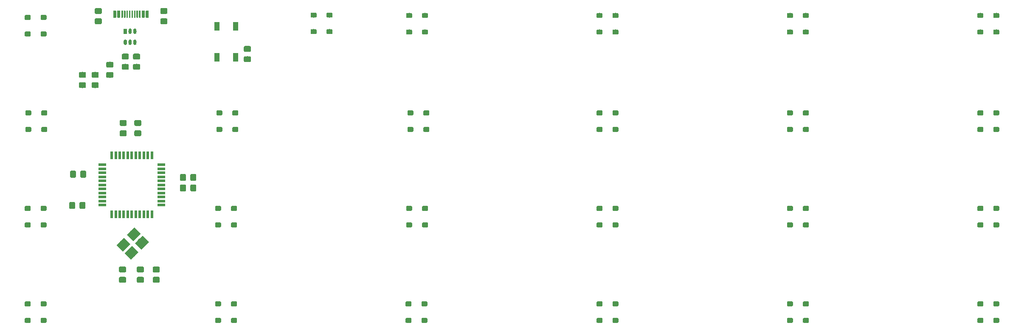
<source format=gbr>
G04 #@! TF.GenerationSoftware,KiCad,Pcbnew,(5.1.2-1)-1*
G04 #@! TF.CreationDate,2020-05-31T10:45:08-05:00*
G04 #@! TF.ProjectId,therick48,74686572-6963-46b3-9438-2e6b69636164,rev?*
G04 #@! TF.SameCoordinates,Original*
G04 #@! TF.FileFunction,Paste,Bot*
G04 #@! TF.FilePolarity,Positive*
%FSLAX46Y46*%
G04 Gerber Fmt 4.6, Leading zero omitted, Abs format (unit mm)*
G04 Created by KiCad (PCBNEW (5.1.2-1)-1) date 2020-05-31 10:45:08*
%MOMM*%
%LPD*%
G04 APERTURE LIST*
%ADD10C,0.100000*%
%ADD11C,1.150000*%
%ADD12R,1.100000X1.800000*%
%ADD13C,1.800000*%
%ADD14C,1.000000*%
%ADD15C,0.600000*%
%ADD16C,0.300000*%
%ADD17R,0.500000X1.500000*%
%ADD18R,1.500000X0.500000*%
%ADD19C,0.650000*%
%ADD20R,0.650000X1.060000*%
G04 APERTURE END LIST*
D10*
G36*
X85825005Y-61595204D02*
G01*
X85849273Y-61598804D01*
X85873072Y-61604765D01*
X85896171Y-61613030D01*
X85918350Y-61623520D01*
X85939393Y-61636132D01*
X85959099Y-61650747D01*
X85977277Y-61667223D01*
X85993753Y-61685401D01*
X86008368Y-61705107D01*
X86020980Y-61726150D01*
X86031470Y-61748329D01*
X86039735Y-61771428D01*
X86045696Y-61795227D01*
X86049296Y-61819495D01*
X86050500Y-61843999D01*
X86050500Y-62494001D01*
X86049296Y-62518505D01*
X86045696Y-62542773D01*
X86039735Y-62566572D01*
X86031470Y-62589671D01*
X86020980Y-62611850D01*
X86008368Y-62632893D01*
X85993753Y-62652599D01*
X85977277Y-62670777D01*
X85959099Y-62687253D01*
X85939393Y-62701868D01*
X85918350Y-62714480D01*
X85896171Y-62724970D01*
X85873072Y-62733235D01*
X85849273Y-62739196D01*
X85825005Y-62742796D01*
X85800501Y-62744000D01*
X84900499Y-62744000D01*
X84875995Y-62742796D01*
X84851727Y-62739196D01*
X84827928Y-62733235D01*
X84804829Y-62724970D01*
X84782650Y-62714480D01*
X84761607Y-62701868D01*
X84741901Y-62687253D01*
X84723723Y-62670777D01*
X84707247Y-62652599D01*
X84692632Y-62632893D01*
X84680020Y-62611850D01*
X84669530Y-62589671D01*
X84661265Y-62566572D01*
X84655304Y-62542773D01*
X84651704Y-62518505D01*
X84650500Y-62494001D01*
X84650500Y-61843999D01*
X84651704Y-61819495D01*
X84655304Y-61795227D01*
X84661265Y-61771428D01*
X84669530Y-61748329D01*
X84680020Y-61726150D01*
X84692632Y-61705107D01*
X84707247Y-61685401D01*
X84723723Y-61667223D01*
X84741901Y-61650747D01*
X84761607Y-61636132D01*
X84782650Y-61623520D01*
X84804829Y-61613030D01*
X84827928Y-61604765D01*
X84851727Y-61598804D01*
X84875995Y-61595204D01*
X84900499Y-61594000D01*
X85800501Y-61594000D01*
X85825005Y-61595204D01*
X85825005Y-61595204D01*
G37*
D11*
X85350500Y-62169000D03*
D10*
G36*
X85825005Y-63645204D02*
G01*
X85849273Y-63648804D01*
X85873072Y-63654765D01*
X85896171Y-63663030D01*
X85918350Y-63673520D01*
X85939393Y-63686132D01*
X85959099Y-63700747D01*
X85977277Y-63717223D01*
X85993753Y-63735401D01*
X86008368Y-63755107D01*
X86020980Y-63776150D01*
X86031470Y-63798329D01*
X86039735Y-63821428D01*
X86045696Y-63845227D01*
X86049296Y-63869495D01*
X86050500Y-63893999D01*
X86050500Y-64544001D01*
X86049296Y-64568505D01*
X86045696Y-64592773D01*
X86039735Y-64616572D01*
X86031470Y-64639671D01*
X86020980Y-64661850D01*
X86008368Y-64682893D01*
X85993753Y-64702599D01*
X85977277Y-64720777D01*
X85959099Y-64737253D01*
X85939393Y-64751868D01*
X85918350Y-64764480D01*
X85896171Y-64774970D01*
X85873072Y-64783235D01*
X85849273Y-64789196D01*
X85825005Y-64792796D01*
X85800501Y-64794000D01*
X84900499Y-64794000D01*
X84875995Y-64792796D01*
X84851727Y-64789196D01*
X84827928Y-64783235D01*
X84804829Y-64774970D01*
X84782650Y-64764480D01*
X84761607Y-64751868D01*
X84741901Y-64737253D01*
X84723723Y-64720777D01*
X84707247Y-64702599D01*
X84692632Y-64682893D01*
X84680020Y-64661850D01*
X84669530Y-64639671D01*
X84661265Y-64616572D01*
X84655304Y-64592773D01*
X84651704Y-64568505D01*
X84650500Y-64544001D01*
X84650500Y-63893999D01*
X84651704Y-63869495D01*
X84655304Y-63845227D01*
X84661265Y-63821428D01*
X84669530Y-63798329D01*
X84680020Y-63776150D01*
X84692632Y-63755107D01*
X84707247Y-63735401D01*
X84723723Y-63717223D01*
X84741901Y-63700747D01*
X84761607Y-63686132D01*
X84782650Y-63673520D01*
X84804829Y-63663030D01*
X84827928Y-63654765D01*
X84851727Y-63648804D01*
X84875995Y-63645204D01*
X84900499Y-63644000D01*
X85800501Y-63644000D01*
X85825005Y-63645204D01*
X85825005Y-63645204D01*
G37*
D11*
X85350500Y-64219000D03*
D12*
X101130000Y-49080000D03*
X104830000Y-42880000D03*
X104830000Y-49080000D03*
X101130000Y-42880000D03*
D10*
G36*
X96751505Y-74431204D02*
G01*
X96775773Y-74434804D01*
X96799572Y-74440765D01*
X96822671Y-74449030D01*
X96844850Y-74459520D01*
X96865893Y-74472132D01*
X96885599Y-74486747D01*
X96903777Y-74503223D01*
X96920253Y-74521401D01*
X96934868Y-74541107D01*
X96947480Y-74562150D01*
X96957970Y-74584329D01*
X96966235Y-74607428D01*
X96972196Y-74631227D01*
X96975796Y-74655495D01*
X96977000Y-74679999D01*
X96977000Y-75580001D01*
X96975796Y-75604505D01*
X96972196Y-75628773D01*
X96966235Y-75652572D01*
X96957970Y-75675671D01*
X96947480Y-75697850D01*
X96934868Y-75718893D01*
X96920253Y-75738599D01*
X96903777Y-75756777D01*
X96885599Y-75773253D01*
X96865893Y-75787868D01*
X96844850Y-75800480D01*
X96822671Y-75810970D01*
X96799572Y-75819235D01*
X96775773Y-75825196D01*
X96751505Y-75828796D01*
X96727001Y-75830000D01*
X96076999Y-75830000D01*
X96052495Y-75828796D01*
X96028227Y-75825196D01*
X96004428Y-75819235D01*
X95981329Y-75810970D01*
X95959150Y-75800480D01*
X95938107Y-75787868D01*
X95918401Y-75773253D01*
X95900223Y-75756777D01*
X95883747Y-75738599D01*
X95869132Y-75718893D01*
X95856520Y-75697850D01*
X95846030Y-75675671D01*
X95837765Y-75652572D01*
X95831804Y-75628773D01*
X95828204Y-75604505D01*
X95827000Y-75580001D01*
X95827000Y-74679999D01*
X95828204Y-74655495D01*
X95831804Y-74631227D01*
X95837765Y-74607428D01*
X95846030Y-74584329D01*
X95856520Y-74562150D01*
X95869132Y-74541107D01*
X95883747Y-74521401D01*
X95900223Y-74503223D01*
X95918401Y-74486747D01*
X95938107Y-74472132D01*
X95959150Y-74459520D01*
X95981329Y-74449030D01*
X96004428Y-74440765D01*
X96028227Y-74434804D01*
X96052495Y-74431204D01*
X96076999Y-74430000D01*
X96727001Y-74430000D01*
X96751505Y-74431204D01*
X96751505Y-74431204D01*
G37*
D11*
X96402000Y-75130000D03*
D10*
G36*
X94701505Y-74431204D02*
G01*
X94725773Y-74434804D01*
X94749572Y-74440765D01*
X94772671Y-74449030D01*
X94794850Y-74459520D01*
X94815893Y-74472132D01*
X94835599Y-74486747D01*
X94853777Y-74503223D01*
X94870253Y-74521401D01*
X94884868Y-74541107D01*
X94897480Y-74562150D01*
X94907970Y-74584329D01*
X94916235Y-74607428D01*
X94922196Y-74631227D01*
X94925796Y-74655495D01*
X94927000Y-74679999D01*
X94927000Y-75580001D01*
X94925796Y-75604505D01*
X94922196Y-75628773D01*
X94916235Y-75652572D01*
X94907970Y-75675671D01*
X94897480Y-75697850D01*
X94884868Y-75718893D01*
X94870253Y-75738599D01*
X94853777Y-75756777D01*
X94835599Y-75773253D01*
X94815893Y-75787868D01*
X94794850Y-75800480D01*
X94772671Y-75810970D01*
X94749572Y-75819235D01*
X94725773Y-75825196D01*
X94701505Y-75828796D01*
X94677001Y-75830000D01*
X94026999Y-75830000D01*
X94002495Y-75828796D01*
X93978227Y-75825196D01*
X93954428Y-75819235D01*
X93931329Y-75810970D01*
X93909150Y-75800480D01*
X93888107Y-75787868D01*
X93868401Y-75773253D01*
X93850223Y-75756777D01*
X93833747Y-75738599D01*
X93819132Y-75718893D01*
X93806520Y-75697850D01*
X93796030Y-75675671D01*
X93787765Y-75652572D01*
X93781804Y-75628773D01*
X93778204Y-75604505D01*
X93777000Y-75580001D01*
X93777000Y-74679999D01*
X93778204Y-74655495D01*
X93781804Y-74631227D01*
X93787765Y-74607428D01*
X93796030Y-74584329D01*
X93806520Y-74562150D01*
X93819132Y-74541107D01*
X93833747Y-74521401D01*
X93850223Y-74503223D01*
X93868401Y-74486747D01*
X93888107Y-74472132D01*
X93909150Y-74459520D01*
X93931329Y-74449030D01*
X93954428Y-74440765D01*
X93978227Y-74434804D01*
X94002495Y-74431204D01*
X94026999Y-74430000D01*
X94677001Y-74430000D01*
X94701505Y-74431204D01*
X94701505Y-74431204D01*
G37*
D11*
X94352000Y-75130000D03*
D10*
G36*
X96751505Y-72326204D02*
G01*
X96775773Y-72329804D01*
X96799572Y-72335765D01*
X96822671Y-72344030D01*
X96844850Y-72354520D01*
X96865893Y-72367132D01*
X96885599Y-72381747D01*
X96903777Y-72398223D01*
X96920253Y-72416401D01*
X96934868Y-72436107D01*
X96947480Y-72457150D01*
X96957970Y-72479329D01*
X96966235Y-72502428D01*
X96972196Y-72526227D01*
X96975796Y-72550495D01*
X96977000Y-72574999D01*
X96977000Y-73475001D01*
X96975796Y-73499505D01*
X96972196Y-73523773D01*
X96966235Y-73547572D01*
X96957970Y-73570671D01*
X96947480Y-73592850D01*
X96934868Y-73613893D01*
X96920253Y-73633599D01*
X96903777Y-73651777D01*
X96885599Y-73668253D01*
X96865893Y-73682868D01*
X96844850Y-73695480D01*
X96822671Y-73705970D01*
X96799572Y-73714235D01*
X96775773Y-73720196D01*
X96751505Y-73723796D01*
X96727001Y-73725000D01*
X96076999Y-73725000D01*
X96052495Y-73723796D01*
X96028227Y-73720196D01*
X96004428Y-73714235D01*
X95981329Y-73705970D01*
X95959150Y-73695480D01*
X95938107Y-73682868D01*
X95918401Y-73668253D01*
X95900223Y-73651777D01*
X95883747Y-73633599D01*
X95869132Y-73613893D01*
X95856520Y-73592850D01*
X95846030Y-73570671D01*
X95837765Y-73547572D01*
X95831804Y-73523773D01*
X95828204Y-73499505D01*
X95827000Y-73475001D01*
X95827000Y-72574999D01*
X95828204Y-72550495D01*
X95831804Y-72526227D01*
X95837765Y-72502428D01*
X95846030Y-72479329D01*
X95856520Y-72457150D01*
X95869132Y-72436107D01*
X95883747Y-72416401D01*
X95900223Y-72398223D01*
X95918401Y-72381747D01*
X95938107Y-72367132D01*
X95959150Y-72354520D01*
X95981329Y-72344030D01*
X96004428Y-72335765D01*
X96028227Y-72329804D01*
X96052495Y-72326204D01*
X96076999Y-72325000D01*
X96727001Y-72325000D01*
X96751505Y-72326204D01*
X96751505Y-72326204D01*
G37*
D11*
X96402000Y-73025000D03*
D10*
G36*
X94701505Y-72326204D02*
G01*
X94725773Y-72329804D01*
X94749572Y-72335765D01*
X94772671Y-72344030D01*
X94794850Y-72354520D01*
X94815893Y-72367132D01*
X94835599Y-72381747D01*
X94853777Y-72398223D01*
X94870253Y-72416401D01*
X94884868Y-72436107D01*
X94897480Y-72457150D01*
X94907970Y-72479329D01*
X94916235Y-72502428D01*
X94922196Y-72526227D01*
X94925796Y-72550495D01*
X94927000Y-72574999D01*
X94927000Y-73475001D01*
X94925796Y-73499505D01*
X94922196Y-73523773D01*
X94916235Y-73547572D01*
X94907970Y-73570671D01*
X94897480Y-73592850D01*
X94884868Y-73613893D01*
X94870253Y-73633599D01*
X94853777Y-73651777D01*
X94835599Y-73668253D01*
X94815893Y-73682868D01*
X94794850Y-73695480D01*
X94772671Y-73705970D01*
X94749572Y-73714235D01*
X94725773Y-73720196D01*
X94701505Y-73723796D01*
X94677001Y-73725000D01*
X94026999Y-73725000D01*
X94002495Y-73723796D01*
X93978227Y-73720196D01*
X93954428Y-73714235D01*
X93931329Y-73705970D01*
X93909150Y-73695480D01*
X93888107Y-73682868D01*
X93868401Y-73668253D01*
X93850223Y-73651777D01*
X93833747Y-73633599D01*
X93819132Y-73613893D01*
X93806520Y-73592850D01*
X93796030Y-73570671D01*
X93787765Y-73547572D01*
X93781804Y-73523773D01*
X93778204Y-73499505D01*
X93777000Y-73475001D01*
X93777000Y-72574999D01*
X93778204Y-72550495D01*
X93781804Y-72526227D01*
X93787765Y-72502428D01*
X93796030Y-72479329D01*
X93806520Y-72457150D01*
X93819132Y-72436107D01*
X93833747Y-72416401D01*
X93850223Y-72398223D01*
X93868401Y-72381747D01*
X93888107Y-72367132D01*
X93909150Y-72354520D01*
X93931329Y-72344030D01*
X93954428Y-72335765D01*
X93978227Y-72329804D01*
X94002495Y-72326204D01*
X94026999Y-72325000D01*
X94677001Y-72325000D01*
X94701505Y-72326204D01*
X94701505Y-72326204D01*
G37*
D11*
X94352000Y-73025000D03*
D10*
G36*
X89493505Y-92876204D02*
G01*
X89517773Y-92879804D01*
X89541572Y-92885765D01*
X89564671Y-92894030D01*
X89586850Y-92904520D01*
X89607893Y-92917132D01*
X89627599Y-92931747D01*
X89645777Y-92948223D01*
X89662253Y-92966401D01*
X89676868Y-92986107D01*
X89689480Y-93007150D01*
X89699970Y-93029329D01*
X89708235Y-93052428D01*
X89714196Y-93076227D01*
X89717796Y-93100495D01*
X89719000Y-93124999D01*
X89719000Y-93775001D01*
X89717796Y-93799505D01*
X89714196Y-93823773D01*
X89708235Y-93847572D01*
X89699970Y-93870671D01*
X89689480Y-93892850D01*
X89676868Y-93913893D01*
X89662253Y-93933599D01*
X89645777Y-93951777D01*
X89627599Y-93968253D01*
X89607893Y-93982868D01*
X89586850Y-93995480D01*
X89564671Y-94005970D01*
X89541572Y-94014235D01*
X89517773Y-94020196D01*
X89493505Y-94023796D01*
X89469001Y-94025000D01*
X88568999Y-94025000D01*
X88544495Y-94023796D01*
X88520227Y-94020196D01*
X88496428Y-94014235D01*
X88473329Y-94005970D01*
X88451150Y-93995480D01*
X88430107Y-93982868D01*
X88410401Y-93968253D01*
X88392223Y-93951777D01*
X88375747Y-93933599D01*
X88361132Y-93913893D01*
X88348520Y-93892850D01*
X88338030Y-93870671D01*
X88329765Y-93847572D01*
X88323804Y-93823773D01*
X88320204Y-93799505D01*
X88319000Y-93775001D01*
X88319000Y-93124999D01*
X88320204Y-93100495D01*
X88323804Y-93076227D01*
X88329765Y-93052428D01*
X88338030Y-93029329D01*
X88348520Y-93007150D01*
X88361132Y-92986107D01*
X88375747Y-92966401D01*
X88392223Y-92948223D01*
X88410401Y-92931747D01*
X88430107Y-92917132D01*
X88451150Y-92904520D01*
X88473329Y-92894030D01*
X88496428Y-92885765D01*
X88520227Y-92879804D01*
X88544495Y-92876204D01*
X88568999Y-92875000D01*
X89469001Y-92875000D01*
X89493505Y-92876204D01*
X89493505Y-92876204D01*
G37*
D11*
X89019000Y-93450000D03*
D10*
G36*
X89493505Y-90826204D02*
G01*
X89517773Y-90829804D01*
X89541572Y-90835765D01*
X89564671Y-90844030D01*
X89586850Y-90854520D01*
X89607893Y-90867132D01*
X89627599Y-90881747D01*
X89645777Y-90898223D01*
X89662253Y-90916401D01*
X89676868Y-90936107D01*
X89689480Y-90957150D01*
X89699970Y-90979329D01*
X89708235Y-91002428D01*
X89714196Y-91026227D01*
X89717796Y-91050495D01*
X89719000Y-91074999D01*
X89719000Y-91725001D01*
X89717796Y-91749505D01*
X89714196Y-91773773D01*
X89708235Y-91797572D01*
X89699970Y-91820671D01*
X89689480Y-91842850D01*
X89676868Y-91863893D01*
X89662253Y-91883599D01*
X89645777Y-91901777D01*
X89627599Y-91918253D01*
X89607893Y-91932868D01*
X89586850Y-91945480D01*
X89564671Y-91955970D01*
X89541572Y-91964235D01*
X89517773Y-91970196D01*
X89493505Y-91973796D01*
X89469001Y-91975000D01*
X88568999Y-91975000D01*
X88544495Y-91973796D01*
X88520227Y-91970196D01*
X88496428Y-91964235D01*
X88473329Y-91955970D01*
X88451150Y-91945480D01*
X88430107Y-91932868D01*
X88410401Y-91918253D01*
X88392223Y-91901777D01*
X88375747Y-91883599D01*
X88361132Y-91863893D01*
X88348520Y-91842850D01*
X88338030Y-91820671D01*
X88329765Y-91797572D01*
X88323804Y-91773773D01*
X88320204Y-91749505D01*
X88319000Y-91725001D01*
X88319000Y-91074999D01*
X88320204Y-91050495D01*
X88323804Y-91026227D01*
X88329765Y-91002428D01*
X88338030Y-90979329D01*
X88348520Y-90957150D01*
X88361132Y-90936107D01*
X88375747Y-90916401D01*
X88392223Y-90898223D01*
X88410401Y-90881747D01*
X88430107Y-90867132D01*
X88451150Y-90854520D01*
X88473329Y-90844030D01*
X88496428Y-90835765D01*
X88520227Y-90829804D01*
X88544495Y-90826204D01*
X88568999Y-90825000D01*
X89469001Y-90825000D01*
X89493505Y-90826204D01*
X89493505Y-90826204D01*
G37*
D11*
X89019000Y-91400000D03*
D10*
G36*
X86326505Y-92876204D02*
G01*
X86350773Y-92879804D01*
X86374572Y-92885765D01*
X86397671Y-92894030D01*
X86419850Y-92904520D01*
X86440893Y-92917132D01*
X86460599Y-92931747D01*
X86478777Y-92948223D01*
X86495253Y-92966401D01*
X86509868Y-92986107D01*
X86522480Y-93007150D01*
X86532970Y-93029329D01*
X86541235Y-93052428D01*
X86547196Y-93076227D01*
X86550796Y-93100495D01*
X86552000Y-93124999D01*
X86552000Y-93775001D01*
X86550796Y-93799505D01*
X86547196Y-93823773D01*
X86541235Y-93847572D01*
X86532970Y-93870671D01*
X86522480Y-93892850D01*
X86509868Y-93913893D01*
X86495253Y-93933599D01*
X86478777Y-93951777D01*
X86460599Y-93968253D01*
X86440893Y-93982868D01*
X86419850Y-93995480D01*
X86397671Y-94005970D01*
X86374572Y-94014235D01*
X86350773Y-94020196D01*
X86326505Y-94023796D01*
X86302001Y-94025000D01*
X85401999Y-94025000D01*
X85377495Y-94023796D01*
X85353227Y-94020196D01*
X85329428Y-94014235D01*
X85306329Y-94005970D01*
X85284150Y-93995480D01*
X85263107Y-93982868D01*
X85243401Y-93968253D01*
X85225223Y-93951777D01*
X85208747Y-93933599D01*
X85194132Y-93913893D01*
X85181520Y-93892850D01*
X85171030Y-93870671D01*
X85162765Y-93847572D01*
X85156804Y-93823773D01*
X85153204Y-93799505D01*
X85152000Y-93775001D01*
X85152000Y-93124999D01*
X85153204Y-93100495D01*
X85156804Y-93076227D01*
X85162765Y-93052428D01*
X85171030Y-93029329D01*
X85181520Y-93007150D01*
X85194132Y-92986107D01*
X85208747Y-92966401D01*
X85225223Y-92948223D01*
X85243401Y-92931747D01*
X85263107Y-92917132D01*
X85284150Y-92904520D01*
X85306329Y-92894030D01*
X85329428Y-92885765D01*
X85353227Y-92879804D01*
X85377495Y-92876204D01*
X85401999Y-92875000D01*
X86302001Y-92875000D01*
X86326505Y-92876204D01*
X86326505Y-92876204D01*
G37*
D11*
X85852000Y-93450000D03*
D10*
G36*
X86326505Y-90826204D02*
G01*
X86350773Y-90829804D01*
X86374572Y-90835765D01*
X86397671Y-90844030D01*
X86419850Y-90854520D01*
X86440893Y-90867132D01*
X86460599Y-90881747D01*
X86478777Y-90898223D01*
X86495253Y-90916401D01*
X86509868Y-90936107D01*
X86522480Y-90957150D01*
X86532970Y-90979329D01*
X86541235Y-91002428D01*
X86547196Y-91026227D01*
X86550796Y-91050495D01*
X86552000Y-91074999D01*
X86552000Y-91725001D01*
X86550796Y-91749505D01*
X86547196Y-91773773D01*
X86541235Y-91797572D01*
X86532970Y-91820671D01*
X86522480Y-91842850D01*
X86509868Y-91863893D01*
X86495253Y-91883599D01*
X86478777Y-91901777D01*
X86460599Y-91918253D01*
X86440893Y-91932868D01*
X86419850Y-91945480D01*
X86397671Y-91955970D01*
X86374572Y-91964235D01*
X86350773Y-91970196D01*
X86326505Y-91973796D01*
X86302001Y-91975000D01*
X85401999Y-91975000D01*
X85377495Y-91973796D01*
X85353227Y-91970196D01*
X85329428Y-91964235D01*
X85306329Y-91955970D01*
X85284150Y-91945480D01*
X85263107Y-91932868D01*
X85243401Y-91918253D01*
X85225223Y-91901777D01*
X85208747Y-91883599D01*
X85194132Y-91863893D01*
X85181520Y-91842850D01*
X85171030Y-91820671D01*
X85162765Y-91797572D01*
X85156804Y-91773773D01*
X85153204Y-91749505D01*
X85152000Y-91725001D01*
X85152000Y-91074999D01*
X85153204Y-91050495D01*
X85156804Y-91026227D01*
X85162765Y-91002428D01*
X85171030Y-90979329D01*
X85181520Y-90957150D01*
X85194132Y-90936107D01*
X85208747Y-90916401D01*
X85225223Y-90898223D01*
X85243401Y-90881747D01*
X85263107Y-90867132D01*
X85284150Y-90854520D01*
X85306329Y-90844030D01*
X85329428Y-90835765D01*
X85353227Y-90829804D01*
X85377495Y-90826204D01*
X85401999Y-90825000D01*
X86302001Y-90825000D01*
X86326505Y-90826204D01*
X86326505Y-90826204D01*
G37*
D11*
X85852000Y-91400000D03*
D10*
G36*
X82770505Y-92876204D02*
G01*
X82794773Y-92879804D01*
X82818572Y-92885765D01*
X82841671Y-92894030D01*
X82863850Y-92904520D01*
X82884893Y-92917132D01*
X82904599Y-92931747D01*
X82922777Y-92948223D01*
X82939253Y-92966401D01*
X82953868Y-92986107D01*
X82966480Y-93007150D01*
X82976970Y-93029329D01*
X82985235Y-93052428D01*
X82991196Y-93076227D01*
X82994796Y-93100495D01*
X82996000Y-93124999D01*
X82996000Y-93775001D01*
X82994796Y-93799505D01*
X82991196Y-93823773D01*
X82985235Y-93847572D01*
X82976970Y-93870671D01*
X82966480Y-93892850D01*
X82953868Y-93913893D01*
X82939253Y-93933599D01*
X82922777Y-93951777D01*
X82904599Y-93968253D01*
X82884893Y-93982868D01*
X82863850Y-93995480D01*
X82841671Y-94005970D01*
X82818572Y-94014235D01*
X82794773Y-94020196D01*
X82770505Y-94023796D01*
X82746001Y-94025000D01*
X81845999Y-94025000D01*
X81821495Y-94023796D01*
X81797227Y-94020196D01*
X81773428Y-94014235D01*
X81750329Y-94005970D01*
X81728150Y-93995480D01*
X81707107Y-93982868D01*
X81687401Y-93968253D01*
X81669223Y-93951777D01*
X81652747Y-93933599D01*
X81638132Y-93913893D01*
X81625520Y-93892850D01*
X81615030Y-93870671D01*
X81606765Y-93847572D01*
X81600804Y-93823773D01*
X81597204Y-93799505D01*
X81596000Y-93775001D01*
X81596000Y-93124999D01*
X81597204Y-93100495D01*
X81600804Y-93076227D01*
X81606765Y-93052428D01*
X81615030Y-93029329D01*
X81625520Y-93007150D01*
X81638132Y-92986107D01*
X81652747Y-92966401D01*
X81669223Y-92948223D01*
X81687401Y-92931747D01*
X81707107Y-92917132D01*
X81728150Y-92904520D01*
X81750329Y-92894030D01*
X81773428Y-92885765D01*
X81797227Y-92879804D01*
X81821495Y-92876204D01*
X81845999Y-92875000D01*
X82746001Y-92875000D01*
X82770505Y-92876204D01*
X82770505Y-92876204D01*
G37*
D11*
X82296000Y-93450000D03*
D10*
G36*
X82770505Y-90826204D02*
G01*
X82794773Y-90829804D01*
X82818572Y-90835765D01*
X82841671Y-90844030D01*
X82863850Y-90854520D01*
X82884893Y-90867132D01*
X82904599Y-90881747D01*
X82922777Y-90898223D01*
X82939253Y-90916401D01*
X82953868Y-90936107D01*
X82966480Y-90957150D01*
X82976970Y-90979329D01*
X82985235Y-91002428D01*
X82991196Y-91026227D01*
X82994796Y-91050495D01*
X82996000Y-91074999D01*
X82996000Y-91725001D01*
X82994796Y-91749505D01*
X82991196Y-91773773D01*
X82985235Y-91797572D01*
X82976970Y-91820671D01*
X82966480Y-91842850D01*
X82953868Y-91863893D01*
X82939253Y-91883599D01*
X82922777Y-91901777D01*
X82904599Y-91918253D01*
X82884893Y-91932868D01*
X82863850Y-91945480D01*
X82841671Y-91955970D01*
X82818572Y-91964235D01*
X82794773Y-91970196D01*
X82770505Y-91973796D01*
X82746001Y-91975000D01*
X81845999Y-91975000D01*
X81821495Y-91973796D01*
X81797227Y-91970196D01*
X81773428Y-91964235D01*
X81750329Y-91955970D01*
X81728150Y-91945480D01*
X81707107Y-91932868D01*
X81687401Y-91918253D01*
X81669223Y-91901777D01*
X81652747Y-91883599D01*
X81638132Y-91863893D01*
X81625520Y-91842850D01*
X81615030Y-91820671D01*
X81606765Y-91797572D01*
X81600804Y-91773773D01*
X81597204Y-91749505D01*
X81596000Y-91725001D01*
X81596000Y-91074999D01*
X81597204Y-91050495D01*
X81600804Y-91026227D01*
X81606765Y-91002428D01*
X81615030Y-90979329D01*
X81625520Y-90957150D01*
X81638132Y-90936107D01*
X81652747Y-90916401D01*
X81669223Y-90898223D01*
X81687401Y-90881747D01*
X81707107Y-90867132D01*
X81728150Y-90854520D01*
X81750329Y-90844030D01*
X81773428Y-90835765D01*
X81797227Y-90829804D01*
X81821495Y-90826204D01*
X81845999Y-90825000D01*
X82746001Y-90825000D01*
X82770505Y-90826204D01*
X82770505Y-90826204D01*
G37*
D11*
X82296000Y-91400000D03*
D13*
X84549632Y-84386522D03*
D10*
G36*
X84655698Y-83007664D02*
G01*
X85928490Y-84280456D01*
X84443566Y-85765380D01*
X83170774Y-84492588D01*
X84655698Y-83007664D01*
X84655698Y-83007664D01*
G37*
D13*
X82499022Y-86437132D03*
D10*
G36*
X82605088Y-85058274D02*
G01*
X83877880Y-86331066D01*
X82392956Y-87815990D01*
X81120164Y-86543198D01*
X82605088Y-85058274D01*
X82605088Y-85058274D01*
G37*
D13*
X84125368Y-88063478D03*
D10*
G36*
X84231434Y-86684620D02*
G01*
X85504226Y-87957412D01*
X84019302Y-89442336D01*
X82746510Y-88169544D01*
X84231434Y-86684620D01*
X84231434Y-86684620D01*
G37*
D13*
X86175978Y-86012868D03*
D10*
G36*
X86282044Y-84634010D02*
G01*
X87554836Y-85906802D01*
X86069912Y-87391726D01*
X84797120Y-86118934D01*
X86282044Y-84634010D01*
X86282044Y-84634010D01*
G37*
G36*
X82901505Y-63645204D02*
G01*
X82925773Y-63648804D01*
X82949572Y-63654765D01*
X82972671Y-63663030D01*
X82994850Y-63673520D01*
X83015893Y-63686132D01*
X83035599Y-63700747D01*
X83053777Y-63717223D01*
X83070253Y-63735401D01*
X83084868Y-63755107D01*
X83097480Y-63776150D01*
X83107970Y-63798329D01*
X83116235Y-63821428D01*
X83122196Y-63845227D01*
X83125796Y-63869495D01*
X83127000Y-63893999D01*
X83127000Y-64544001D01*
X83125796Y-64568505D01*
X83122196Y-64592773D01*
X83116235Y-64616572D01*
X83107970Y-64639671D01*
X83097480Y-64661850D01*
X83084868Y-64682893D01*
X83070253Y-64702599D01*
X83053777Y-64720777D01*
X83035599Y-64737253D01*
X83015893Y-64751868D01*
X82994850Y-64764480D01*
X82972671Y-64774970D01*
X82949572Y-64783235D01*
X82925773Y-64789196D01*
X82901505Y-64792796D01*
X82877001Y-64794000D01*
X81976999Y-64794000D01*
X81952495Y-64792796D01*
X81928227Y-64789196D01*
X81904428Y-64783235D01*
X81881329Y-64774970D01*
X81859150Y-64764480D01*
X81838107Y-64751868D01*
X81818401Y-64737253D01*
X81800223Y-64720777D01*
X81783747Y-64702599D01*
X81769132Y-64682893D01*
X81756520Y-64661850D01*
X81746030Y-64639671D01*
X81737765Y-64616572D01*
X81731804Y-64592773D01*
X81728204Y-64568505D01*
X81727000Y-64544001D01*
X81727000Y-63893999D01*
X81728204Y-63869495D01*
X81731804Y-63845227D01*
X81737765Y-63821428D01*
X81746030Y-63798329D01*
X81756520Y-63776150D01*
X81769132Y-63755107D01*
X81783747Y-63735401D01*
X81800223Y-63717223D01*
X81818401Y-63700747D01*
X81838107Y-63686132D01*
X81859150Y-63673520D01*
X81881329Y-63663030D01*
X81904428Y-63654765D01*
X81928227Y-63648804D01*
X81952495Y-63645204D01*
X81976999Y-63644000D01*
X82877001Y-63644000D01*
X82901505Y-63645204D01*
X82901505Y-63645204D01*
G37*
D11*
X82427000Y-64219000D03*
D10*
G36*
X82901505Y-61595204D02*
G01*
X82925773Y-61598804D01*
X82949572Y-61604765D01*
X82972671Y-61613030D01*
X82994850Y-61623520D01*
X83015893Y-61636132D01*
X83035599Y-61650747D01*
X83053777Y-61667223D01*
X83070253Y-61685401D01*
X83084868Y-61705107D01*
X83097480Y-61726150D01*
X83107970Y-61748329D01*
X83116235Y-61771428D01*
X83122196Y-61795227D01*
X83125796Y-61819495D01*
X83127000Y-61843999D01*
X83127000Y-62494001D01*
X83125796Y-62518505D01*
X83122196Y-62542773D01*
X83116235Y-62566572D01*
X83107970Y-62589671D01*
X83097480Y-62611850D01*
X83084868Y-62632893D01*
X83070253Y-62652599D01*
X83053777Y-62670777D01*
X83035599Y-62687253D01*
X83015893Y-62701868D01*
X82994850Y-62714480D01*
X82972671Y-62724970D01*
X82949572Y-62733235D01*
X82925773Y-62739196D01*
X82901505Y-62742796D01*
X82877001Y-62744000D01*
X81976999Y-62744000D01*
X81952495Y-62742796D01*
X81928227Y-62739196D01*
X81904428Y-62733235D01*
X81881329Y-62724970D01*
X81859150Y-62714480D01*
X81838107Y-62701868D01*
X81818401Y-62687253D01*
X81800223Y-62670777D01*
X81783747Y-62652599D01*
X81769132Y-62632893D01*
X81756520Y-62611850D01*
X81746030Y-62589671D01*
X81737765Y-62566572D01*
X81731804Y-62542773D01*
X81728204Y-62518505D01*
X81727000Y-62494001D01*
X81727000Y-61843999D01*
X81728204Y-61819495D01*
X81731804Y-61795227D01*
X81737765Y-61771428D01*
X81746030Y-61748329D01*
X81756520Y-61726150D01*
X81769132Y-61705107D01*
X81783747Y-61685401D01*
X81800223Y-61667223D01*
X81818401Y-61650747D01*
X81838107Y-61636132D01*
X81859150Y-61623520D01*
X81881329Y-61613030D01*
X81904428Y-61604765D01*
X81928227Y-61598804D01*
X81952495Y-61595204D01*
X81976999Y-61594000D01*
X82877001Y-61594000D01*
X82901505Y-61595204D01*
X82901505Y-61595204D01*
G37*
D11*
X82427000Y-62169000D03*
D10*
G36*
X74812005Y-71691204D02*
G01*
X74836273Y-71694804D01*
X74860072Y-71700765D01*
X74883171Y-71709030D01*
X74905350Y-71719520D01*
X74926393Y-71732132D01*
X74946099Y-71746747D01*
X74964277Y-71763223D01*
X74980753Y-71781401D01*
X74995368Y-71801107D01*
X75007980Y-71822150D01*
X75018470Y-71844329D01*
X75026735Y-71867428D01*
X75032696Y-71891227D01*
X75036296Y-71915495D01*
X75037500Y-71939999D01*
X75037500Y-72840001D01*
X75036296Y-72864505D01*
X75032696Y-72888773D01*
X75026735Y-72912572D01*
X75018470Y-72935671D01*
X75007980Y-72957850D01*
X74995368Y-72978893D01*
X74980753Y-72998599D01*
X74964277Y-73016777D01*
X74946099Y-73033253D01*
X74926393Y-73047868D01*
X74905350Y-73060480D01*
X74883171Y-73070970D01*
X74860072Y-73079235D01*
X74836273Y-73085196D01*
X74812005Y-73088796D01*
X74787501Y-73090000D01*
X74137499Y-73090000D01*
X74112995Y-73088796D01*
X74088727Y-73085196D01*
X74064928Y-73079235D01*
X74041829Y-73070970D01*
X74019650Y-73060480D01*
X73998607Y-73047868D01*
X73978901Y-73033253D01*
X73960723Y-73016777D01*
X73944247Y-72998599D01*
X73929632Y-72978893D01*
X73917020Y-72957850D01*
X73906530Y-72935671D01*
X73898265Y-72912572D01*
X73892304Y-72888773D01*
X73888704Y-72864505D01*
X73887500Y-72840001D01*
X73887500Y-71939999D01*
X73888704Y-71915495D01*
X73892304Y-71891227D01*
X73898265Y-71867428D01*
X73906530Y-71844329D01*
X73917020Y-71822150D01*
X73929632Y-71801107D01*
X73944247Y-71781401D01*
X73960723Y-71763223D01*
X73978901Y-71746747D01*
X73998607Y-71732132D01*
X74019650Y-71719520D01*
X74041829Y-71709030D01*
X74064928Y-71700765D01*
X74088727Y-71694804D01*
X74112995Y-71691204D01*
X74137499Y-71690000D01*
X74787501Y-71690000D01*
X74812005Y-71691204D01*
X74812005Y-71691204D01*
G37*
D11*
X74462500Y-72390000D03*
D10*
G36*
X72762005Y-71691204D02*
G01*
X72786273Y-71694804D01*
X72810072Y-71700765D01*
X72833171Y-71709030D01*
X72855350Y-71719520D01*
X72876393Y-71732132D01*
X72896099Y-71746747D01*
X72914277Y-71763223D01*
X72930753Y-71781401D01*
X72945368Y-71801107D01*
X72957980Y-71822150D01*
X72968470Y-71844329D01*
X72976735Y-71867428D01*
X72982696Y-71891227D01*
X72986296Y-71915495D01*
X72987500Y-71939999D01*
X72987500Y-72840001D01*
X72986296Y-72864505D01*
X72982696Y-72888773D01*
X72976735Y-72912572D01*
X72968470Y-72935671D01*
X72957980Y-72957850D01*
X72945368Y-72978893D01*
X72930753Y-72998599D01*
X72914277Y-73016777D01*
X72896099Y-73033253D01*
X72876393Y-73047868D01*
X72855350Y-73060480D01*
X72833171Y-73070970D01*
X72810072Y-73079235D01*
X72786273Y-73085196D01*
X72762005Y-73088796D01*
X72737501Y-73090000D01*
X72087499Y-73090000D01*
X72062995Y-73088796D01*
X72038727Y-73085196D01*
X72014928Y-73079235D01*
X71991829Y-73070970D01*
X71969650Y-73060480D01*
X71948607Y-73047868D01*
X71928901Y-73033253D01*
X71910723Y-73016777D01*
X71894247Y-72998599D01*
X71879632Y-72978893D01*
X71867020Y-72957850D01*
X71856530Y-72935671D01*
X71848265Y-72912572D01*
X71842304Y-72888773D01*
X71838704Y-72864505D01*
X71837500Y-72840001D01*
X71837500Y-71939999D01*
X71838704Y-71915495D01*
X71842304Y-71891227D01*
X71848265Y-71867428D01*
X71856530Y-71844329D01*
X71867020Y-71822150D01*
X71879632Y-71801107D01*
X71894247Y-71781401D01*
X71910723Y-71763223D01*
X71928901Y-71746747D01*
X71948607Y-71732132D01*
X71969650Y-71719520D01*
X71991829Y-71709030D01*
X72014928Y-71700765D01*
X72038727Y-71694804D01*
X72062995Y-71691204D01*
X72087499Y-71690000D01*
X72737501Y-71690000D01*
X72762005Y-71691204D01*
X72762005Y-71691204D01*
G37*
D11*
X72412500Y-72390000D03*
D10*
G36*
X107662505Y-46819954D02*
G01*
X107686773Y-46823554D01*
X107710572Y-46829515D01*
X107733671Y-46837780D01*
X107755850Y-46848270D01*
X107776893Y-46860882D01*
X107796599Y-46875497D01*
X107814777Y-46891973D01*
X107831253Y-46910151D01*
X107845868Y-46929857D01*
X107858480Y-46950900D01*
X107868970Y-46973079D01*
X107877235Y-46996178D01*
X107883196Y-47019977D01*
X107886796Y-47044245D01*
X107888000Y-47068749D01*
X107888000Y-47718751D01*
X107886796Y-47743255D01*
X107883196Y-47767523D01*
X107877235Y-47791322D01*
X107868970Y-47814421D01*
X107858480Y-47836600D01*
X107845868Y-47857643D01*
X107831253Y-47877349D01*
X107814777Y-47895527D01*
X107796599Y-47912003D01*
X107776893Y-47926618D01*
X107755850Y-47939230D01*
X107733671Y-47949720D01*
X107710572Y-47957985D01*
X107686773Y-47963946D01*
X107662505Y-47967546D01*
X107638001Y-47968750D01*
X106737999Y-47968750D01*
X106713495Y-47967546D01*
X106689227Y-47963946D01*
X106665428Y-47957985D01*
X106642329Y-47949720D01*
X106620150Y-47939230D01*
X106599107Y-47926618D01*
X106579401Y-47912003D01*
X106561223Y-47895527D01*
X106544747Y-47877349D01*
X106530132Y-47857643D01*
X106517520Y-47836600D01*
X106507030Y-47814421D01*
X106498765Y-47791322D01*
X106492804Y-47767523D01*
X106489204Y-47743255D01*
X106488000Y-47718751D01*
X106488000Y-47068749D01*
X106489204Y-47044245D01*
X106492804Y-47019977D01*
X106498765Y-46996178D01*
X106507030Y-46973079D01*
X106517520Y-46950900D01*
X106530132Y-46929857D01*
X106544747Y-46910151D01*
X106561223Y-46891973D01*
X106579401Y-46875497D01*
X106599107Y-46860882D01*
X106620150Y-46848270D01*
X106642329Y-46837780D01*
X106665428Y-46829515D01*
X106689227Y-46823554D01*
X106713495Y-46819954D01*
X106737999Y-46818750D01*
X107638001Y-46818750D01*
X107662505Y-46819954D01*
X107662505Y-46819954D01*
G37*
D11*
X107188000Y-47393750D03*
D10*
G36*
X107662505Y-48869954D02*
G01*
X107686773Y-48873554D01*
X107710572Y-48879515D01*
X107733671Y-48887780D01*
X107755850Y-48898270D01*
X107776893Y-48910882D01*
X107796599Y-48925497D01*
X107814777Y-48941973D01*
X107831253Y-48960151D01*
X107845868Y-48979857D01*
X107858480Y-49000900D01*
X107868970Y-49023079D01*
X107877235Y-49046178D01*
X107883196Y-49069977D01*
X107886796Y-49094245D01*
X107888000Y-49118749D01*
X107888000Y-49768751D01*
X107886796Y-49793255D01*
X107883196Y-49817523D01*
X107877235Y-49841322D01*
X107868970Y-49864421D01*
X107858480Y-49886600D01*
X107845868Y-49907643D01*
X107831253Y-49927349D01*
X107814777Y-49945527D01*
X107796599Y-49962003D01*
X107776893Y-49976618D01*
X107755850Y-49989230D01*
X107733671Y-49999720D01*
X107710572Y-50007985D01*
X107686773Y-50013946D01*
X107662505Y-50017546D01*
X107638001Y-50018750D01*
X106737999Y-50018750D01*
X106713495Y-50017546D01*
X106689227Y-50013946D01*
X106665428Y-50007985D01*
X106642329Y-49999720D01*
X106620150Y-49989230D01*
X106599107Y-49976618D01*
X106579401Y-49962003D01*
X106561223Y-49945527D01*
X106544747Y-49927349D01*
X106530132Y-49907643D01*
X106517520Y-49886600D01*
X106507030Y-49864421D01*
X106498765Y-49841322D01*
X106492804Y-49817523D01*
X106489204Y-49793255D01*
X106488000Y-49768751D01*
X106488000Y-49118749D01*
X106489204Y-49094245D01*
X106492804Y-49069977D01*
X106498765Y-49046178D01*
X106507030Y-49023079D01*
X106517520Y-49000900D01*
X106530132Y-48979857D01*
X106544747Y-48960151D01*
X106561223Y-48941973D01*
X106579401Y-48925497D01*
X106599107Y-48910882D01*
X106620150Y-48898270D01*
X106642329Y-48887780D01*
X106665428Y-48879515D01*
X106689227Y-48873554D01*
X106713495Y-48869954D01*
X106737999Y-48868750D01*
X107638001Y-48868750D01*
X107662505Y-48869954D01*
X107662505Y-48869954D01*
G37*
D11*
X107188000Y-49443750D03*
D10*
G36*
X80230505Y-49963204D02*
G01*
X80254773Y-49966804D01*
X80278572Y-49972765D01*
X80301671Y-49981030D01*
X80323850Y-49991520D01*
X80344893Y-50004132D01*
X80364599Y-50018747D01*
X80382777Y-50035223D01*
X80399253Y-50053401D01*
X80413868Y-50073107D01*
X80426480Y-50094150D01*
X80436970Y-50116329D01*
X80445235Y-50139428D01*
X80451196Y-50163227D01*
X80454796Y-50187495D01*
X80456000Y-50211999D01*
X80456000Y-50862001D01*
X80454796Y-50886505D01*
X80451196Y-50910773D01*
X80445235Y-50934572D01*
X80436970Y-50957671D01*
X80426480Y-50979850D01*
X80413868Y-51000893D01*
X80399253Y-51020599D01*
X80382777Y-51038777D01*
X80364599Y-51055253D01*
X80344893Y-51069868D01*
X80323850Y-51082480D01*
X80301671Y-51092970D01*
X80278572Y-51101235D01*
X80254773Y-51107196D01*
X80230505Y-51110796D01*
X80206001Y-51112000D01*
X79305999Y-51112000D01*
X79281495Y-51110796D01*
X79257227Y-51107196D01*
X79233428Y-51101235D01*
X79210329Y-51092970D01*
X79188150Y-51082480D01*
X79167107Y-51069868D01*
X79147401Y-51055253D01*
X79129223Y-51038777D01*
X79112747Y-51020599D01*
X79098132Y-51000893D01*
X79085520Y-50979850D01*
X79075030Y-50957671D01*
X79066765Y-50934572D01*
X79060804Y-50910773D01*
X79057204Y-50886505D01*
X79056000Y-50862001D01*
X79056000Y-50211999D01*
X79057204Y-50187495D01*
X79060804Y-50163227D01*
X79066765Y-50139428D01*
X79075030Y-50116329D01*
X79085520Y-50094150D01*
X79098132Y-50073107D01*
X79112747Y-50053401D01*
X79129223Y-50035223D01*
X79147401Y-50018747D01*
X79167107Y-50004132D01*
X79188150Y-49991520D01*
X79210329Y-49981030D01*
X79233428Y-49972765D01*
X79257227Y-49966804D01*
X79281495Y-49963204D01*
X79305999Y-49962000D01*
X80206001Y-49962000D01*
X80230505Y-49963204D01*
X80230505Y-49963204D01*
G37*
D11*
X79756000Y-50537000D03*
D10*
G36*
X80230505Y-52013204D02*
G01*
X80254773Y-52016804D01*
X80278572Y-52022765D01*
X80301671Y-52031030D01*
X80323850Y-52041520D01*
X80344893Y-52054132D01*
X80364599Y-52068747D01*
X80382777Y-52085223D01*
X80399253Y-52103401D01*
X80413868Y-52123107D01*
X80426480Y-52144150D01*
X80436970Y-52166329D01*
X80445235Y-52189428D01*
X80451196Y-52213227D01*
X80454796Y-52237495D01*
X80456000Y-52261999D01*
X80456000Y-52912001D01*
X80454796Y-52936505D01*
X80451196Y-52960773D01*
X80445235Y-52984572D01*
X80436970Y-53007671D01*
X80426480Y-53029850D01*
X80413868Y-53050893D01*
X80399253Y-53070599D01*
X80382777Y-53088777D01*
X80364599Y-53105253D01*
X80344893Y-53119868D01*
X80323850Y-53132480D01*
X80301671Y-53142970D01*
X80278572Y-53151235D01*
X80254773Y-53157196D01*
X80230505Y-53160796D01*
X80206001Y-53162000D01*
X79305999Y-53162000D01*
X79281495Y-53160796D01*
X79257227Y-53157196D01*
X79233428Y-53151235D01*
X79210329Y-53142970D01*
X79188150Y-53132480D01*
X79167107Y-53119868D01*
X79147401Y-53105253D01*
X79129223Y-53088777D01*
X79112747Y-53070599D01*
X79098132Y-53050893D01*
X79085520Y-53029850D01*
X79075030Y-53007671D01*
X79066765Y-52984572D01*
X79060804Y-52960773D01*
X79057204Y-52936505D01*
X79056000Y-52912001D01*
X79056000Y-52261999D01*
X79057204Y-52237495D01*
X79060804Y-52213227D01*
X79066765Y-52189428D01*
X79075030Y-52166329D01*
X79085520Y-52144150D01*
X79098132Y-52123107D01*
X79112747Y-52103401D01*
X79129223Y-52085223D01*
X79147401Y-52068747D01*
X79167107Y-52054132D01*
X79188150Y-52041520D01*
X79210329Y-52031030D01*
X79233428Y-52022765D01*
X79257227Y-52016804D01*
X79281495Y-52013204D01*
X79305999Y-52012000D01*
X80206001Y-52012000D01*
X80230505Y-52013204D01*
X80230505Y-52013204D01*
G37*
D11*
X79756000Y-52587000D03*
D10*
G36*
X85564505Y-48344204D02*
G01*
X85588773Y-48347804D01*
X85612572Y-48353765D01*
X85635671Y-48362030D01*
X85657850Y-48372520D01*
X85678893Y-48385132D01*
X85698599Y-48399747D01*
X85716777Y-48416223D01*
X85733253Y-48434401D01*
X85747868Y-48454107D01*
X85760480Y-48475150D01*
X85770970Y-48497329D01*
X85779235Y-48520428D01*
X85785196Y-48544227D01*
X85788796Y-48568495D01*
X85790000Y-48592999D01*
X85790000Y-49243001D01*
X85788796Y-49267505D01*
X85785196Y-49291773D01*
X85779235Y-49315572D01*
X85770970Y-49338671D01*
X85760480Y-49360850D01*
X85747868Y-49381893D01*
X85733253Y-49401599D01*
X85716777Y-49419777D01*
X85698599Y-49436253D01*
X85678893Y-49450868D01*
X85657850Y-49463480D01*
X85635671Y-49473970D01*
X85612572Y-49482235D01*
X85588773Y-49488196D01*
X85564505Y-49491796D01*
X85540001Y-49493000D01*
X84639999Y-49493000D01*
X84615495Y-49491796D01*
X84591227Y-49488196D01*
X84567428Y-49482235D01*
X84544329Y-49473970D01*
X84522150Y-49463480D01*
X84501107Y-49450868D01*
X84481401Y-49436253D01*
X84463223Y-49419777D01*
X84446747Y-49401599D01*
X84432132Y-49381893D01*
X84419520Y-49360850D01*
X84409030Y-49338671D01*
X84400765Y-49315572D01*
X84394804Y-49291773D01*
X84391204Y-49267505D01*
X84390000Y-49243001D01*
X84390000Y-48592999D01*
X84391204Y-48568495D01*
X84394804Y-48544227D01*
X84400765Y-48520428D01*
X84409030Y-48497329D01*
X84419520Y-48475150D01*
X84432132Y-48454107D01*
X84446747Y-48434401D01*
X84463223Y-48416223D01*
X84481401Y-48399747D01*
X84501107Y-48385132D01*
X84522150Y-48372520D01*
X84544329Y-48362030D01*
X84567428Y-48353765D01*
X84591227Y-48347804D01*
X84615495Y-48344204D01*
X84639999Y-48343000D01*
X85540001Y-48343000D01*
X85564505Y-48344204D01*
X85564505Y-48344204D01*
G37*
D11*
X85090000Y-48918000D03*
D10*
G36*
X85564505Y-50394204D02*
G01*
X85588773Y-50397804D01*
X85612572Y-50403765D01*
X85635671Y-50412030D01*
X85657850Y-50422520D01*
X85678893Y-50435132D01*
X85698599Y-50449747D01*
X85716777Y-50466223D01*
X85733253Y-50484401D01*
X85747868Y-50504107D01*
X85760480Y-50525150D01*
X85770970Y-50547329D01*
X85779235Y-50570428D01*
X85785196Y-50594227D01*
X85788796Y-50618495D01*
X85790000Y-50642999D01*
X85790000Y-51293001D01*
X85788796Y-51317505D01*
X85785196Y-51341773D01*
X85779235Y-51365572D01*
X85770970Y-51388671D01*
X85760480Y-51410850D01*
X85747868Y-51431893D01*
X85733253Y-51451599D01*
X85716777Y-51469777D01*
X85698599Y-51486253D01*
X85678893Y-51500868D01*
X85657850Y-51513480D01*
X85635671Y-51523970D01*
X85612572Y-51532235D01*
X85588773Y-51538196D01*
X85564505Y-51541796D01*
X85540001Y-51543000D01*
X84639999Y-51543000D01*
X84615495Y-51541796D01*
X84591227Y-51538196D01*
X84567428Y-51532235D01*
X84544329Y-51523970D01*
X84522150Y-51513480D01*
X84501107Y-51500868D01*
X84481401Y-51486253D01*
X84463223Y-51469777D01*
X84446747Y-51451599D01*
X84432132Y-51431893D01*
X84419520Y-51410850D01*
X84409030Y-51388671D01*
X84400765Y-51365572D01*
X84394804Y-51341773D01*
X84391204Y-51317505D01*
X84390000Y-51293001D01*
X84390000Y-50642999D01*
X84391204Y-50618495D01*
X84394804Y-50594227D01*
X84400765Y-50570428D01*
X84409030Y-50547329D01*
X84419520Y-50525150D01*
X84432132Y-50504107D01*
X84446747Y-50484401D01*
X84463223Y-50466223D01*
X84481401Y-50449747D01*
X84501107Y-50435132D01*
X84522150Y-50422520D01*
X84544329Y-50412030D01*
X84567428Y-50403765D01*
X84591227Y-50397804D01*
X84615495Y-50394204D01*
X84639999Y-50393000D01*
X85540001Y-50393000D01*
X85564505Y-50394204D01*
X85564505Y-50394204D01*
G37*
D11*
X85090000Y-50968000D03*
D10*
G36*
X83321505Y-48344204D02*
G01*
X83345773Y-48347804D01*
X83369572Y-48353765D01*
X83392671Y-48362030D01*
X83414850Y-48372520D01*
X83435893Y-48385132D01*
X83455599Y-48399747D01*
X83473777Y-48416223D01*
X83490253Y-48434401D01*
X83504868Y-48454107D01*
X83517480Y-48475150D01*
X83527970Y-48497329D01*
X83536235Y-48520428D01*
X83542196Y-48544227D01*
X83545796Y-48568495D01*
X83547000Y-48592999D01*
X83547000Y-49243001D01*
X83545796Y-49267505D01*
X83542196Y-49291773D01*
X83536235Y-49315572D01*
X83527970Y-49338671D01*
X83517480Y-49360850D01*
X83504868Y-49381893D01*
X83490253Y-49401599D01*
X83473777Y-49419777D01*
X83455599Y-49436253D01*
X83435893Y-49450868D01*
X83414850Y-49463480D01*
X83392671Y-49473970D01*
X83369572Y-49482235D01*
X83345773Y-49488196D01*
X83321505Y-49491796D01*
X83297001Y-49493000D01*
X82396999Y-49493000D01*
X82372495Y-49491796D01*
X82348227Y-49488196D01*
X82324428Y-49482235D01*
X82301329Y-49473970D01*
X82279150Y-49463480D01*
X82258107Y-49450868D01*
X82238401Y-49436253D01*
X82220223Y-49419777D01*
X82203747Y-49401599D01*
X82189132Y-49381893D01*
X82176520Y-49360850D01*
X82166030Y-49338671D01*
X82157765Y-49315572D01*
X82151804Y-49291773D01*
X82148204Y-49267505D01*
X82147000Y-49243001D01*
X82147000Y-48592999D01*
X82148204Y-48568495D01*
X82151804Y-48544227D01*
X82157765Y-48520428D01*
X82166030Y-48497329D01*
X82176520Y-48475150D01*
X82189132Y-48454107D01*
X82203747Y-48434401D01*
X82220223Y-48416223D01*
X82238401Y-48399747D01*
X82258107Y-48385132D01*
X82279150Y-48372520D01*
X82301329Y-48362030D01*
X82324428Y-48353765D01*
X82348227Y-48347804D01*
X82372495Y-48344204D01*
X82396999Y-48343000D01*
X83297001Y-48343000D01*
X83321505Y-48344204D01*
X83321505Y-48344204D01*
G37*
D11*
X82847000Y-48918000D03*
D10*
G36*
X83321505Y-50394204D02*
G01*
X83345773Y-50397804D01*
X83369572Y-50403765D01*
X83392671Y-50412030D01*
X83414850Y-50422520D01*
X83435893Y-50435132D01*
X83455599Y-50449747D01*
X83473777Y-50466223D01*
X83490253Y-50484401D01*
X83504868Y-50504107D01*
X83517480Y-50525150D01*
X83527970Y-50547329D01*
X83536235Y-50570428D01*
X83542196Y-50594227D01*
X83545796Y-50618495D01*
X83547000Y-50642999D01*
X83547000Y-51293001D01*
X83545796Y-51317505D01*
X83542196Y-51341773D01*
X83536235Y-51365572D01*
X83527970Y-51388671D01*
X83517480Y-51410850D01*
X83504868Y-51431893D01*
X83490253Y-51451599D01*
X83473777Y-51469777D01*
X83455599Y-51486253D01*
X83435893Y-51500868D01*
X83414850Y-51513480D01*
X83392671Y-51523970D01*
X83369572Y-51532235D01*
X83345773Y-51538196D01*
X83321505Y-51541796D01*
X83297001Y-51543000D01*
X82396999Y-51543000D01*
X82372495Y-51541796D01*
X82348227Y-51538196D01*
X82324428Y-51532235D01*
X82301329Y-51523970D01*
X82279150Y-51513480D01*
X82258107Y-51500868D01*
X82238401Y-51486253D01*
X82220223Y-51469777D01*
X82203747Y-51451599D01*
X82189132Y-51431893D01*
X82176520Y-51410850D01*
X82166030Y-51388671D01*
X82157765Y-51365572D01*
X82151804Y-51341773D01*
X82148204Y-51317505D01*
X82147000Y-51293001D01*
X82147000Y-50642999D01*
X82148204Y-50618495D01*
X82151804Y-50594227D01*
X82157765Y-50570428D01*
X82166030Y-50547329D01*
X82176520Y-50525150D01*
X82189132Y-50504107D01*
X82203747Y-50484401D01*
X82220223Y-50466223D01*
X82238401Y-50449747D01*
X82258107Y-50435132D01*
X82279150Y-50422520D01*
X82301329Y-50412030D01*
X82324428Y-50403765D01*
X82348227Y-50397804D01*
X82372495Y-50394204D01*
X82396999Y-50393000D01*
X83297001Y-50393000D01*
X83321505Y-50394204D01*
X83321505Y-50394204D01*
G37*
D11*
X82847000Y-50968000D03*
D10*
G36*
X91010505Y-41303204D02*
G01*
X91034773Y-41306804D01*
X91058572Y-41312765D01*
X91081671Y-41321030D01*
X91103850Y-41331520D01*
X91124893Y-41344132D01*
X91144599Y-41358747D01*
X91162777Y-41375223D01*
X91179253Y-41393401D01*
X91193868Y-41413107D01*
X91206480Y-41434150D01*
X91216970Y-41456329D01*
X91225235Y-41479428D01*
X91231196Y-41503227D01*
X91234796Y-41527495D01*
X91236000Y-41551999D01*
X91236000Y-42202001D01*
X91234796Y-42226505D01*
X91231196Y-42250773D01*
X91225235Y-42274572D01*
X91216970Y-42297671D01*
X91206480Y-42319850D01*
X91193868Y-42340893D01*
X91179253Y-42360599D01*
X91162777Y-42378777D01*
X91144599Y-42395253D01*
X91124893Y-42409868D01*
X91103850Y-42422480D01*
X91081671Y-42432970D01*
X91058572Y-42441235D01*
X91034773Y-42447196D01*
X91010505Y-42450796D01*
X90986001Y-42452000D01*
X90085999Y-42452000D01*
X90061495Y-42450796D01*
X90037227Y-42447196D01*
X90013428Y-42441235D01*
X89990329Y-42432970D01*
X89968150Y-42422480D01*
X89947107Y-42409868D01*
X89927401Y-42395253D01*
X89909223Y-42378777D01*
X89892747Y-42360599D01*
X89878132Y-42340893D01*
X89865520Y-42319850D01*
X89855030Y-42297671D01*
X89846765Y-42274572D01*
X89840804Y-42250773D01*
X89837204Y-42226505D01*
X89836000Y-42202001D01*
X89836000Y-41551999D01*
X89837204Y-41527495D01*
X89840804Y-41503227D01*
X89846765Y-41479428D01*
X89855030Y-41456329D01*
X89865520Y-41434150D01*
X89878132Y-41413107D01*
X89892747Y-41393401D01*
X89909223Y-41375223D01*
X89927401Y-41358747D01*
X89947107Y-41344132D01*
X89968150Y-41331520D01*
X89990329Y-41321030D01*
X90013428Y-41312765D01*
X90037227Y-41306804D01*
X90061495Y-41303204D01*
X90085999Y-41302000D01*
X90986001Y-41302000D01*
X91010505Y-41303204D01*
X91010505Y-41303204D01*
G37*
D11*
X90536000Y-41877000D03*
D10*
G36*
X91010505Y-39253204D02*
G01*
X91034773Y-39256804D01*
X91058572Y-39262765D01*
X91081671Y-39271030D01*
X91103850Y-39281520D01*
X91124893Y-39294132D01*
X91144599Y-39308747D01*
X91162777Y-39325223D01*
X91179253Y-39343401D01*
X91193868Y-39363107D01*
X91206480Y-39384150D01*
X91216970Y-39406329D01*
X91225235Y-39429428D01*
X91231196Y-39453227D01*
X91234796Y-39477495D01*
X91236000Y-39501999D01*
X91236000Y-40152001D01*
X91234796Y-40176505D01*
X91231196Y-40200773D01*
X91225235Y-40224572D01*
X91216970Y-40247671D01*
X91206480Y-40269850D01*
X91193868Y-40290893D01*
X91179253Y-40310599D01*
X91162777Y-40328777D01*
X91144599Y-40345253D01*
X91124893Y-40359868D01*
X91103850Y-40372480D01*
X91081671Y-40382970D01*
X91058572Y-40391235D01*
X91034773Y-40397196D01*
X91010505Y-40400796D01*
X90986001Y-40402000D01*
X90085999Y-40402000D01*
X90061495Y-40400796D01*
X90037227Y-40397196D01*
X90013428Y-40391235D01*
X89990329Y-40382970D01*
X89968150Y-40372480D01*
X89947107Y-40359868D01*
X89927401Y-40345253D01*
X89909223Y-40328777D01*
X89892747Y-40310599D01*
X89878132Y-40290893D01*
X89865520Y-40269850D01*
X89855030Y-40247671D01*
X89846765Y-40224572D01*
X89840804Y-40200773D01*
X89837204Y-40176505D01*
X89836000Y-40152001D01*
X89836000Y-39501999D01*
X89837204Y-39477495D01*
X89840804Y-39453227D01*
X89846765Y-39429428D01*
X89855030Y-39406329D01*
X89865520Y-39384150D01*
X89878132Y-39363107D01*
X89892747Y-39343401D01*
X89909223Y-39325223D01*
X89927401Y-39308747D01*
X89947107Y-39294132D01*
X89968150Y-39281520D01*
X89990329Y-39271030D01*
X90013428Y-39262765D01*
X90037227Y-39256804D01*
X90061495Y-39253204D01*
X90085999Y-39252000D01*
X90986001Y-39252000D01*
X91010505Y-39253204D01*
X91010505Y-39253204D01*
G37*
D11*
X90536000Y-39827000D03*
D10*
G36*
X77929505Y-41303204D02*
G01*
X77953773Y-41306804D01*
X77977572Y-41312765D01*
X78000671Y-41321030D01*
X78022850Y-41331520D01*
X78043893Y-41344132D01*
X78063599Y-41358747D01*
X78081777Y-41375223D01*
X78098253Y-41393401D01*
X78112868Y-41413107D01*
X78125480Y-41434150D01*
X78135970Y-41456329D01*
X78144235Y-41479428D01*
X78150196Y-41503227D01*
X78153796Y-41527495D01*
X78155000Y-41551999D01*
X78155000Y-42202001D01*
X78153796Y-42226505D01*
X78150196Y-42250773D01*
X78144235Y-42274572D01*
X78135970Y-42297671D01*
X78125480Y-42319850D01*
X78112868Y-42340893D01*
X78098253Y-42360599D01*
X78081777Y-42378777D01*
X78063599Y-42395253D01*
X78043893Y-42409868D01*
X78022850Y-42422480D01*
X78000671Y-42432970D01*
X77977572Y-42441235D01*
X77953773Y-42447196D01*
X77929505Y-42450796D01*
X77905001Y-42452000D01*
X77004999Y-42452000D01*
X76980495Y-42450796D01*
X76956227Y-42447196D01*
X76932428Y-42441235D01*
X76909329Y-42432970D01*
X76887150Y-42422480D01*
X76866107Y-42409868D01*
X76846401Y-42395253D01*
X76828223Y-42378777D01*
X76811747Y-42360599D01*
X76797132Y-42340893D01*
X76784520Y-42319850D01*
X76774030Y-42297671D01*
X76765765Y-42274572D01*
X76759804Y-42250773D01*
X76756204Y-42226505D01*
X76755000Y-42202001D01*
X76755000Y-41551999D01*
X76756204Y-41527495D01*
X76759804Y-41503227D01*
X76765765Y-41479428D01*
X76774030Y-41456329D01*
X76784520Y-41434150D01*
X76797132Y-41413107D01*
X76811747Y-41393401D01*
X76828223Y-41375223D01*
X76846401Y-41358747D01*
X76866107Y-41344132D01*
X76887150Y-41331520D01*
X76909329Y-41321030D01*
X76932428Y-41312765D01*
X76956227Y-41306804D01*
X76980495Y-41303204D01*
X77004999Y-41302000D01*
X77905001Y-41302000D01*
X77929505Y-41303204D01*
X77929505Y-41303204D01*
G37*
D11*
X77455000Y-41877000D03*
D10*
G36*
X77929505Y-39253204D02*
G01*
X77953773Y-39256804D01*
X77977572Y-39262765D01*
X78000671Y-39271030D01*
X78022850Y-39281520D01*
X78043893Y-39294132D01*
X78063599Y-39308747D01*
X78081777Y-39325223D01*
X78098253Y-39343401D01*
X78112868Y-39363107D01*
X78125480Y-39384150D01*
X78135970Y-39406329D01*
X78144235Y-39429428D01*
X78150196Y-39453227D01*
X78153796Y-39477495D01*
X78155000Y-39501999D01*
X78155000Y-40152001D01*
X78153796Y-40176505D01*
X78150196Y-40200773D01*
X78144235Y-40224572D01*
X78135970Y-40247671D01*
X78125480Y-40269850D01*
X78112868Y-40290893D01*
X78098253Y-40310599D01*
X78081777Y-40328777D01*
X78063599Y-40345253D01*
X78043893Y-40359868D01*
X78022850Y-40372480D01*
X78000671Y-40382970D01*
X77977572Y-40391235D01*
X77953773Y-40397196D01*
X77929505Y-40400796D01*
X77905001Y-40402000D01*
X77004999Y-40402000D01*
X76980495Y-40400796D01*
X76956227Y-40397196D01*
X76932428Y-40391235D01*
X76909329Y-40382970D01*
X76887150Y-40372480D01*
X76866107Y-40359868D01*
X76846401Y-40345253D01*
X76828223Y-40328777D01*
X76811747Y-40310599D01*
X76797132Y-40290893D01*
X76784520Y-40269850D01*
X76774030Y-40247671D01*
X76765765Y-40224572D01*
X76759804Y-40200773D01*
X76756204Y-40176505D01*
X76755000Y-40152001D01*
X76755000Y-39501999D01*
X76756204Y-39477495D01*
X76759804Y-39453227D01*
X76765765Y-39429428D01*
X76774030Y-39406329D01*
X76784520Y-39384150D01*
X76797132Y-39363107D01*
X76811747Y-39343401D01*
X76828223Y-39325223D01*
X76846401Y-39308747D01*
X76866107Y-39294132D01*
X76887150Y-39281520D01*
X76909329Y-39271030D01*
X76932428Y-39262765D01*
X76956227Y-39256804D01*
X76980495Y-39253204D01*
X77004999Y-39252000D01*
X77905001Y-39252000D01*
X77929505Y-39253204D01*
X77929505Y-39253204D01*
G37*
D11*
X77455000Y-39827000D03*
D10*
G36*
X72603505Y-77914204D02*
G01*
X72627773Y-77917804D01*
X72651572Y-77923765D01*
X72674671Y-77932030D01*
X72696850Y-77942520D01*
X72717893Y-77955132D01*
X72737599Y-77969747D01*
X72755777Y-77986223D01*
X72772253Y-78004401D01*
X72786868Y-78024107D01*
X72799480Y-78045150D01*
X72809970Y-78067329D01*
X72818235Y-78090428D01*
X72824196Y-78114227D01*
X72827796Y-78138495D01*
X72829000Y-78162999D01*
X72829000Y-79063001D01*
X72827796Y-79087505D01*
X72824196Y-79111773D01*
X72818235Y-79135572D01*
X72809970Y-79158671D01*
X72799480Y-79180850D01*
X72786868Y-79201893D01*
X72772253Y-79221599D01*
X72755777Y-79239777D01*
X72737599Y-79256253D01*
X72717893Y-79270868D01*
X72696850Y-79283480D01*
X72674671Y-79293970D01*
X72651572Y-79302235D01*
X72627773Y-79308196D01*
X72603505Y-79311796D01*
X72579001Y-79313000D01*
X71928999Y-79313000D01*
X71904495Y-79311796D01*
X71880227Y-79308196D01*
X71856428Y-79302235D01*
X71833329Y-79293970D01*
X71811150Y-79283480D01*
X71790107Y-79270868D01*
X71770401Y-79256253D01*
X71752223Y-79239777D01*
X71735747Y-79221599D01*
X71721132Y-79201893D01*
X71708520Y-79180850D01*
X71698030Y-79158671D01*
X71689765Y-79135572D01*
X71683804Y-79111773D01*
X71680204Y-79087505D01*
X71679000Y-79063001D01*
X71679000Y-78162999D01*
X71680204Y-78138495D01*
X71683804Y-78114227D01*
X71689765Y-78090428D01*
X71698030Y-78067329D01*
X71708520Y-78045150D01*
X71721132Y-78024107D01*
X71735747Y-78004401D01*
X71752223Y-77986223D01*
X71770401Y-77969747D01*
X71790107Y-77955132D01*
X71811150Y-77942520D01*
X71833329Y-77932030D01*
X71856428Y-77923765D01*
X71880227Y-77917804D01*
X71904495Y-77914204D01*
X71928999Y-77913000D01*
X72579001Y-77913000D01*
X72603505Y-77914204D01*
X72603505Y-77914204D01*
G37*
D11*
X72254000Y-78613000D03*
D10*
G36*
X74653505Y-77914204D02*
G01*
X74677773Y-77917804D01*
X74701572Y-77923765D01*
X74724671Y-77932030D01*
X74746850Y-77942520D01*
X74767893Y-77955132D01*
X74787599Y-77969747D01*
X74805777Y-77986223D01*
X74822253Y-78004401D01*
X74836868Y-78024107D01*
X74849480Y-78045150D01*
X74859970Y-78067329D01*
X74868235Y-78090428D01*
X74874196Y-78114227D01*
X74877796Y-78138495D01*
X74879000Y-78162999D01*
X74879000Y-79063001D01*
X74877796Y-79087505D01*
X74874196Y-79111773D01*
X74868235Y-79135572D01*
X74859970Y-79158671D01*
X74849480Y-79180850D01*
X74836868Y-79201893D01*
X74822253Y-79221599D01*
X74805777Y-79239777D01*
X74787599Y-79256253D01*
X74767893Y-79270868D01*
X74746850Y-79283480D01*
X74724671Y-79293970D01*
X74701572Y-79302235D01*
X74677773Y-79308196D01*
X74653505Y-79311796D01*
X74629001Y-79313000D01*
X73978999Y-79313000D01*
X73954495Y-79311796D01*
X73930227Y-79308196D01*
X73906428Y-79302235D01*
X73883329Y-79293970D01*
X73861150Y-79283480D01*
X73840107Y-79270868D01*
X73820401Y-79256253D01*
X73802223Y-79239777D01*
X73785747Y-79221599D01*
X73771132Y-79201893D01*
X73758520Y-79180850D01*
X73748030Y-79158671D01*
X73739765Y-79135572D01*
X73733804Y-79111773D01*
X73730204Y-79087505D01*
X73729000Y-79063001D01*
X73729000Y-78162999D01*
X73730204Y-78138495D01*
X73733804Y-78114227D01*
X73739765Y-78090428D01*
X73748030Y-78067329D01*
X73758520Y-78045150D01*
X73771132Y-78024107D01*
X73785747Y-78004401D01*
X73802223Y-77986223D01*
X73820401Y-77969747D01*
X73840107Y-77955132D01*
X73861150Y-77942520D01*
X73883329Y-77932030D01*
X73906428Y-77923765D01*
X73930227Y-77917804D01*
X73954495Y-77914204D01*
X73978999Y-77913000D01*
X74629001Y-77913000D01*
X74653505Y-77914204D01*
X74653505Y-77914204D01*
G37*
D11*
X74304000Y-78613000D03*
D10*
G36*
X143249504Y-62952579D02*
G01*
X143273773Y-62956179D01*
X143297571Y-62962140D01*
X143320671Y-62970405D01*
X143342849Y-62980895D01*
X143363893Y-62993508D01*
X143383598Y-63008122D01*
X143401777Y-63024598D01*
X143418253Y-63042777D01*
X143432867Y-63062482D01*
X143445480Y-63083526D01*
X143455970Y-63105704D01*
X143464235Y-63128804D01*
X143470196Y-63152602D01*
X143473796Y-63176871D01*
X143475000Y-63201375D01*
X143475000Y-63701375D01*
X143473796Y-63725879D01*
X143470196Y-63750148D01*
X143464235Y-63773946D01*
X143455970Y-63797046D01*
X143445480Y-63819224D01*
X143432867Y-63840268D01*
X143418253Y-63859973D01*
X143401777Y-63878152D01*
X143383598Y-63894628D01*
X143363893Y-63909242D01*
X143342849Y-63921855D01*
X143320671Y-63932345D01*
X143297571Y-63940610D01*
X143273773Y-63946571D01*
X143249504Y-63950171D01*
X143225000Y-63951375D01*
X142525000Y-63951375D01*
X142500496Y-63950171D01*
X142476227Y-63946571D01*
X142452429Y-63940610D01*
X142429329Y-63932345D01*
X142407151Y-63921855D01*
X142386107Y-63909242D01*
X142366402Y-63894628D01*
X142348223Y-63878152D01*
X142331747Y-63859973D01*
X142317133Y-63840268D01*
X142304520Y-63819224D01*
X142294030Y-63797046D01*
X142285765Y-63773946D01*
X142279804Y-63750148D01*
X142276204Y-63725879D01*
X142275000Y-63701375D01*
X142275000Y-63201375D01*
X142276204Y-63176871D01*
X142279804Y-63152602D01*
X142285765Y-63128804D01*
X142294030Y-63105704D01*
X142304520Y-63083526D01*
X142317133Y-63062482D01*
X142331747Y-63042777D01*
X142348223Y-63024598D01*
X142366402Y-63008122D01*
X142386107Y-62993508D01*
X142407151Y-62980895D01*
X142429329Y-62970405D01*
X142452429Y-62962140D01*
X142476227Y-62956179D01*
X142500496Y-62952579D01*
X142525000Y-62951375D01*
X143225000Y-62951375D01*
X143249504Y-62952579D01*
X143249504Y-62952579D01*
G37*
D14*
X142875000Y-63451375D03*
D10*
G36*
X143249504Y-59652579D02*
G01*
X143273773Y-59656179D01*
X143297571Y-59662140D01*
X143320671Y-59670405D01*
X143342849Y-59680895D01*
X143363893Y-59693508D01*
X143383598Y-59708122D01*
X143401777Y-59724598D01*
X143418253Y-59742777D01*
X143432867Y-59762482D01*
X143445480Y-59783526D01*
X143455970Y-59805704D01*
X143464235Y-59828804D01*
X143470196Y-59852602D01*
X143473796Y-59876871D01*
X143475000Y-59901375D01*
X143475000Y-60401375D01*
X143473796Y-60425879D01*
X143470196Y-60450148D01*
X143464235Y-60473946D01*
X143455970Y-60497046D01*
X143445480Y-60519224D01*
X143432867Y-60540268D01*
X143418253Y-60559973D01*
X143401777Y-60578152D01*
X143383598Y-60594628D01*
X143363893Y-60609242D01*
X143342849Y-60621855D01*
X143320671Y-60632345D01*
X143297571Y-60640610D01*
X143273773Y-60646571D01*
X143249504Y-60650171D01*
X143225000Y-60651375D01*
X142525000Y-60651375D01*
X142500496Y-60650171D01*
X142476227Y-60646571D01*
X142452429Y-60640610D01*
X142429329Y-60632345D01*
X142407151Y-60621855D01*
X142386107Y-60609242D01*
X142366402Y-60594628D01*
X142348223Y-60578152D01*
X142331747Y-60559973D01*
X142317133Y-60540268D01*
X142304520Y-60519224D01*
X142294030Y-60497046D01*
X142285765Y-60473946D01*
X142279804Y-60450148D01*
X142276204Y-60425879D01*
X142275000Y-60401375D01*
X142275000Y-59901375D01*
X142276204Y-59876871D01*
X142279804Y-59852602D01*
X142285765Y-59828804D01*
X142294030Y-59805704D01*
X142304520Y-59783526D01*
X142317133Y-59762482D01*
X142331747Y-59742777D01*
X142348223Y-59724598D01*
X142366402Y-59708122D01*
X142386107Y-59693508D01*
X142407151Y-59680895D01*
X142429329Y-59670405D01*
X142452429Y-59662140D01*
X142476227Y-59656179D01*
X142500496Y-59652579D01*
X142525000Y-59651375D01*
X143225000Y-59651375D01*
X143249504Y-59652579D01*
X143249504Y-59652579D01*
G37*
D14*
X142875000Y-60151375D03*
D10*
G36*
X86594703Y-39719347D02*
G01*
X86609264Y-39721507D01*
X86623543Y-39725084D01*
X86637403Y-39730043D01*
X86650710Y-39736337D01*
X86663336Y-39743905D01*
X86675159Y-39752673D01*
X86686066Y-39762559D01*
X86695952Y-39773466D01*
X86704720Y-39785289D01*
X86712288Y-39797915D01*
X86718582Y-39811222D01*
X86723541Y-39825082D01*
X86727118Y-39839361D01*
X86729278Y-39853922D01*
X86730000Y-39868625D01*
X86730000Y-41018625D01*
X86729278Y-41033328D01*
X86727118Y-41047889D01*
X86723541Y-41062168D01*
X86718582Y-41076028D01*
X86712288Y-41089335D01*
X86704720Y-41101961D01*
X86695952Y-41113784D01*
X86686066Y-41124691D01*
X86675159Y-41134577D01*
X86663336Y-41143345D01*
X86650710Y-41150913D01*
X86637403Y-41157207D01*
X86623543Y-41162166D01*
X86609264Y-41165743D01*
X86594703Y-41167903D01*
X86580000Y-41168625D01*
X86280000Y-41168625D01*
X86265297Y-41167903D01*
X86250736Y-41165743D01*
X86236457Y-41162166D01*
X86222597Y-41157207D01*
X86209290Y-41150913D01*
X86196664Y-41143345D01*
X86184841Y-41134577D01*
X86173934Y-41124691D01*
X86164048Y-41113784D01*
X86155280Y-41101961D01*
X86147712Y-41089335D01*
X86141418Y-41076028D01*
X86136459Y-41062168D01*
X86132882Y-41047889D01*
X86130722Y-41033328D01*
X86130000Y-41018625D01*
X86130000Y-39868625D01*
X86130722Y-39853922D01*
X86132882Y-39839361D01*
X86136459Y-39825082D01*
X86141418Y-39811222D01*
X86147712Y-39797915D01*
X86155280Y-39785289D01*
X86164048Y-39773466D01*
X86173934Y-39762559D01*
X86184841Y-39752673D01*
X86196664Y-39743905D01*
X86209290Y-39736337D01*
X86222597Y-39730043D01*
X86236457Y-39725084D01*
X86250736Y-39721507D01*
X86265297Y-39719347D01*
X86280000Y-39718625D01*
X86580000Y-39718625D01*
X86594703Y-39719347D01*
X86594703Y-39719347D01*
G37*
D15*
X86430000Y-40443625D03*
D10*
G36*
X87394703Y-39719347D02*
G01*
X87409264Y-39721507D01*
X87423543Y-39725084D01*
X87437403Y-39730043D01*
X87450710Y-39736337D01*
X87463336Y-39743905D01*
X87475159Y-39752673D01*
X87486066Y-39762559D01*
X87495952Y-39773466D01*
X87504720Y-39785289D01*
X87512288Y-39797915D01*
X87518582Y-39811222D01*
X87523541Y-39825082D01*
X87527118Y-39839361D01*
X87529278Y-39853922D01*
X87530000Y-39868625D01*
X87530000Y-41018625D01*
X87529278Y-41033328D01*
X87527118Y-41047889D01*
X87523541Y-41062168D01*
X87518582Y-41076028D01*
X87512288Y-41089335D01*
X87504720Y-41101961D01*
X87495952Y-41113784D01*
X87486066Y-41124691D01*
X87475159Y-41134577D01*
X87463336Y-41143345D01*
X87450710Y-41150913D01*
X87437403Y-41157207D01*
X87423543Y-41162166D01*
X87409264Y-41165743D01*
X87394703Y-41167903D01*
X87380000Y-41168625D01*
X87080000Y-41168625D01*
X87065297Y-41167903D01*
X87050736Y-41165743D01*
X87036457Y-41162166D01*
X87022597Y-41157207D01*
X87009290Y-41150913D01*
X86996664Y-41143345D01*
X86984841Y-41134577D01*
X86973934Y-41124691D01*
X86964048Y-41113784D01*
X86955280Y-41101961D01*
X86947712Y-41089335D01*
X86941418Y-41076028D01*
X86936459Y-41062168D01*
X86932882Y-41047889D01*
X86930722Y-41033328D01*
X86930000Y-41018625D01*
X86930000Y-39868625D01*
X86930722Y-39853922D01*
X86932882Y-39839361D01*
X86936459Y-39825082D01*
X86941418Y-39811222D01*
X86947712Y-39797915D01*
X86955280Y-39785289D01*
X86964048Y-39773466D01*
X86973934Y-39762559D01*
X86984841Y-39752673D01*
X86996664Y-39743905D01*
X87009290Y-39736337D01*
X87022597Y-39730043D01*
X87036457Y-39725084D01*
X87050736Y-39721507D01*
X87065297Y-39719347D01*
X87080000Y-39718625D01*
X87380000Y-39718625D01*
X87394703Y-39719347D01*
X87394703Y-39719347D01*
G37*
D15*
X87230000Y-40443625D03*
D10*
G36*
X81694703Y-39719347D02*
G01*
X81709264Y-39721507D01*
X81723543Y-39725084D01*
X81737403Y-39730043D01*
X81750710Y-39736337D01*
X81763336Y-39743905D01*
X81775159Y-39752673D01*
X81786066Y-39762559D01*
X81795952Y-39773466D01*
X81804720Y-39785289D01*
X81812288Y-39797915D01*
X81818582Y-39811222D01*
X81823541Y-39825082D01*
X81827118Y-39839361D01*
X81829278Y-39853922D01*
X81830000Y-39868625D01*
X81830000Y-41018625D01*
X81829278Y-41033328D01*
X81827118Y-41047889D01*
X81823541Y-41062168D01*
X81818582Y-41076028D01*
X81812288Y-41089335D01*
X81804720Y-41101961D01*
X81795952Y-41113784D01*
X81786066Y-41124691D01*
X81775159Y-41134577D01*
X81763336Y-41143345D01*
X81750710Y-41150913D01*
X81737403Y-41157207D01*
X81723543Y-41162166D01*
X81709264Y-41165743D01*
X81694703Y-41167903D01*
X81680000Y-41168625D01*
X81380000Y-41168625D01*
X81365297Y-41167903D01*
X81350736Y-41165743D01*
X81336457Y-41162166D01*
X81322597Y-41157207D01*
X81309290Y-41150913D01*
X81296664Y-41143345D01*
X81284841Y-41134577D01*
X81273934Y-41124691D01*
X81264048Y-41113784D01*
X81255280Y-41101961D01*
X81247712Y-41089335D01*
X81241418Y-41076028D01*
X81236459Y-41062168D01*
X81232882Y-41047889D01*
X81230722Y-41033328D01*
X81230000Y-41018625D01*
X81230000Y-39868625D01*
X81230722Y-39853922D01*
X81232882Y-39839361D01*
X81236459Y-39825082D01*
X81241418Y-39811222D01*
X81247712Y-39797915D01*
X81255280Y-39785289D01*
X81264048Y-39773466D01*
X81273934Y-39762559D01*
X81284841Y-39752673D01*
X81296664Y-39743905D01*
X81309290Y-39736337D01*
X81322597Y-39730043D01*
X81336457Y-39725084D01*
X81350736Y-39721507D01*
X81365297Y-39719347D01*
X81380000Y-39718625D01*
X81680000Y-39718625D01*
X81694703Y-39719347D01*
X81694703Y-39719347D01*
G37*
D15*
X81530000Y-40443625D03*
D10*
G36*
X84312351Y-39718986D02*
G01*
X84319632Y-39720066D01*
X84326771Y-39721854D01*
X84333701Y-39724334D01*
X84340355Y-39727481D01*
X84346668Y-39731265D01*
X84352579Y-39735649D01*
X84358033Y-39740592D01*
X84362976Y-39746046D01*
X84367360Y-39751957D01*
X84371144Y-39758270D01*
X84374291Y-39764924D01*
X84376771Y-39771854D01*
X84378559Y-39778993D01*
X84379639Y-39786274D01*
X84380000Y-39793625D01*
X84380000Y-41093625D01*
X84379639Y-41100976D01*
X84378559Y-41108257D01*
X84376771Y-41115396D01*
X84374291Y-41122326D01*
X84371144Y-41128980D01*
X84367360Y-41135293D01*
X84362976Y-41141204D01*
X84358033Y-41146658D01*
X84352579Y-41151601D01*
X84346668Y-41155985D01*
X84340355Y-41159769D01*
X84333701Y-41162916D01*
X84326771Y-41165396D01*
X84319632Y-41167184D01*
X84312351Y-41168264D01*
X84305000Y-41168625D01*
X84155000Y-41168625D01*
X84147649Y-41168264D01*
X84140368Y-41167184D01*
X84133229Y-41165396D01*
X84126299Y-41162916D01*
X84119645Y-41159769D01*
X84113332Y-41155985D01*
X84107421Y-41151601D01*
X84101967Y-41146658D01*
X84097024Y-41141204D01*
X84092640Y-41135293D01*
X84088856Y-41128980D01*
X84085709Y-41122326D01*
X84083229Y-41115396D01*
X84081441Y-41108257D01*
X84080361Y-41100976D01*
X84080000Y-41093625D01*
X84080000Y-39793625D01*
X84080361Y-39786274D01*
X84081441Y-39778993D01*
X84083229Y-39771854D01*
X84085709Y-39764924D01*
X84088856Y-39758270D01*
X84092640Y-39751957D01*
X84097024Y-39746046D01*
X84101967Y-39740592D01*
X84107421Y-39735649D01*
X84113332Y-39731265D01*
X84119645Y-39727481D01*
X84126299Y-39724334D01*
X84133229Y-39721854D01*
X84140368Y-39720066D01*
X84147649Y-39718986D01*
X84155000Y-39718625D01*
X84305000Y-39718625D01*
X84312351Y-39718986D01*
X84312351Y-39718986D01*
G37*
D16*
X84230000Y-40443625D03*
D10*
G36*
X84812351Y-39718986D02*
G01*
X84819632Y-39720066D01*
X84826771Y-39721854D01*
X84833701Y-39724334D01*
X84840355Y-39727481D01*
X84846668Y-39731265D01*
X84852579Y-39735649D01*
X84858033Y-39740592D01*
X84862976Y-39746046D01*
X84867360Y-39751957D01*
X84871144Y-39758270D01*
X84874291Y-39764924D01*
X84876771Y-39771854D01*
X84878559Y-39778993D01*
X84879639Y-39786274D01*
X84880000Y-39793625D01*
X84880000Y-41093625D01*
X84879639Y-41100976D01*
X84878559Y-41108257D01*
X84876771Y-41115396D01*
X84874291Y-41122326D01*
X84871144Y-41128980D01*
X84867360Y-41135293D01*
X84862976Y-41141204D01*
X84858033Y-41146658D01*
X84852579Y-41151601D01*
X84846668Y-41155985D01*
X84840355Y-41159769D01*
X84833701Y-41162916D01*
X84826771Y-41165396D01*
X84819632Y-41167184D01*
X84812351Y-41168264D01*
X84805000Y-41168625D01*
X84655000Y-41168625D01*
X84647649Y-41168264D01*
X84640368Y-41167184D01*
X84633229Y-41165396D01*
X84626299Y-41162916D01*
X84619645Y-41159769D01*
X84613332Y-41155985D01*
X84607421Y-41151601D01*
X84601967Y-41146658D01*
X84597024Y-41141204D01*
X84592640Y-41135293D01*
X84588856Y-41128980D01*
X84585709Y-41122326D01*
X84583229Y-41115396D01*
X84581441Y-41108257D01*
X84580361Y-41100976D01*
X84580000Y-41093625D01*
X84580000Y-39793625D01*
X84580361Y-39786274D01*
X84581441Y-39778993D01*
X84583229Y-39771854D01*
X84585709Y-39764924D01*
X84588856Y-39758270D01*
X84592640Y-39751957D01*
X84597024Y-39746046D01*
X84601967Y-39740592D01*
X84607421Y-39735649D01*
X84613332Y-39731265D01*
X84619645Y-39727481D01*
X84626299Y-39724334D01*
X84633229Y-39721854D01*
X84640368Y-39720066D01*
X84647649Y-39718986D01*
X84655000Y-39718625D01*
X84805000Y-39718625D01*
X84812351Y-39718986D01*
X84812351Y-39718986D01*
G37*
D16*
X84730000Y-40443625D03*
D10*
G36*
X85312351Y-39718986D02*
G01*
X85319632Y-39720066D01*
X85326771Y-39721854D01*
X85333701Y-39724334D01*
X85340355Y-39727481D01*
X85346668Y-39731265D01*
X85352579Y-39735649D01*
X85358033Y-39740592D01*
X85362976Y-39746046D01*
X85367360Y-39751957D01*
X85371144Y-39758270D01*
X85374291Y-39764924D01*
X85376771Y-39771854D01*
X85378559Y-39778993D01*
X85379639Y-39786274D01*
X85380000Y-39793625D01*
X85380000Y-41093625D01*
X85379639Y-41100976D01*
X85378559Y-41108257D01*
X85376771Y-41115396D01*
X85374291Y-41122326D01*
X85371144Y-41128980D01*
X85367360Y-41135293D01*
X85362976Y-41141204D01*
X85358033Y-41146658D01*
X85352579Y-41151601D01*
X85346668Y-41155985D01*
X85340355Y-41159769D01*
X85333701Y-41162916D01*
X85326771Y-41165396D01*
X85319632Y-41167184D01*
X85312351Y-41168264D01*
X85305000Y-41168625D01*
X85155000Y-41168625D01*
X85147649Y-41168264D01*
X85140368Y-41167184D01*
X85133229Y-41165396D01*
X85126299Y-41162916D01*
X85119645Y-41159769D01*
X85113332Y-41155985D01*
X85107421Y-41151601D01*
X85101967Y-41146658D01*
X85097024Y-41141204D01*
X85092640Y-41135293D01*
X85088856Y-41128980D01*
X85085709Y-41122326D01*
X85083229Y-41115396D01*
X85081441Y-41108257D01*
X85080361Y-41100976D01*
X85080000Y-41093625D01*
X85080000Y-39793625D01*
X85080361Y-39786274D01*
X85081441Y-39778993D01*
X85083229Y-39771854D01*
X85085709Y-39764924D01*
X85088856Y-39758270D01*
X85092640Y-39751957D01*
X85097024Y-39746046D01*
X85101967Y-39740592D01*
X85107421Y-39735649D01*
X85113332Y-39731265D01*
X85119645Y-39727481D01*
X85126299Y-39724334D01*
X85133229Y-39721854D01*
X85140368Y-39720066D01*
X85147649Y-39718986D01*
X85155000Y-39718625D01*
X85305000Y-39718625D01*
X85312351Y-39718986D01*
X85312351Y-39718986D01*
G37*
D16*
X85230000Y-40443625D03*
D10*
G36*
X85812351Y-39718986D02*
G01*
X85819632Y-39720066D01*
X85826771Y-39721854D01*
X85833701Y-39724334D01*
X85840355Y-39727481D01*
X85846668Y-39731265D01*
X85852579Y-39735649D01*
X85858033Y-39740592D01*
X85862976Y-39746046D01*
X85867360Y-39751957D01*
X85871144Y-39758270D01*
X85874291Y-39764924D01*
X85876771Y-39771854D01*
X85878559Y-39778993D01*
X85879639Y-39786274D01*
X85880000Y-39793625D01*
X85880000Y-41093625D01*
X85879639Y-41100976D01*
X85878559Y-41108257D01*
X85876771Y-41115396D01*
X85874291Y-41122326D01*
X85871144Y-41128980D01*
X85867360Y-41135293D01*
X85862976Y-41141204D01*
X85858033Y-41146658D01*
X85852579Y-41151601D01*
X85846668Y-41155985D01*
X85840355Y-41159769D01*
X85833701Y-41162916D01*
X85826771Y-41165396D01*
X85819632Y-41167184D01*
X85812351Y-41168264D01*
X85805000Y-41168625D01*
X85655000Y-41168625D01*
X85647649Y-41168264D01*
X85640368Y-41167184D01*
X85633229Y-41165396D01*
X85626299Y-41162916D01*
X85619645Y-41159769D01*
X85613332Y-41155985D01*
X85607421Y-41151601D01*
X85601967Y-41146658D01*
X85597024Y-41141204D01*
X85592640Y-41135293D01*
X85588856Y-41128980D01*
X85585709Y-41122326D01*
X85583229Y-41115396D01*
X85581441Y-41108257D01*
X85580361Y-41100976D01*
X85580000Y-41093625D01*
X85580000Y-39793625D01*
X85580361Y-39786274D01*
X85581441Y-39778993D01*
X85583229Y-39771854D01*
X85585709Y-39764924D01*
X85588856Y-39758270D01*
X85592640Y-39751957D01*
X85597024Y-39746046D01*
X85601967Y-39740592D01*
X85607421Y-39735649D01*
X85613332Y-39731265D01*
X85619645Y-39727481D01*
X85626299Y-39724334D01*
X85633229Y-39721854D01*
X85640368Y-39720066D01*
X85647649Y-39718986D01*
X85655000Y-39718625D01*
X85805000Y-39718625D01*
X85812351Y-39718986D01*
X85812351Y-39718986D01*
G37*
D16*
X85730000Y-40443625D03*
D10*
G36*
X83808351Y-39718986D02*
G01*
X83815632Y-39720066D01*
X83822771Y-39721854D01*
X83829701Y-39724334D01*
X83836355Y-39727481D01*
X83842668Y-39731265D01*
X83848579Y-39735649D01*
X83854033Y-39740592D01*
X83858976Y-39746046D01*
X83863360Y-39751957D01*
X83867144Y-39758270D01*
X83870291Y-39764924D01*
X83872771Y-39771854D01*
X83874559Y-39778993D01*
X83875639Y-39786274D01*
X83876000Y-39793625D01*
X83876000Y-41093625D01*
X83875639Y-41100976D01*
X83874559Y-41108257D01*
X83872771Y-41115396D01*
X83870291Y-41122326D01*
X83867144Y-41128980D01*
X83863360Y-41135293D01*
X83858976Y-41141204D01*
X83854033Y-41146658D01*
X83848579Y-41151601D01*
X83842668Y-41155985D01*
X83836355Y-41159769D01*
X83829701Y-41162916D01*
X83822771Y-41165396D01*
X83815632Y-41167184D01*
X83808351Y-41168264D01*
X83801000Y-41168625D01*
X83651000Y-41168625D01*
X83643649Y-41168264D01*
X83636368Y-41167184D01*
X83629229Y-41165396D01*
X83622299Y-41162916D01*
X83615645Y-41159769D01*
X83609332Y-41155985D01*
X83603421Y-41151601D01*
X83597967Y-41146658D01*
X83593024Y-41141204D01*
X83588640Y-41135293D01*
X83584856Y-41128980D01*
X83581709Y-41122326D01*
X83579229Y-41115396D01*
X83577441Y-41108257D01*
X83576361Y-41100976D01*
X83576000Y-41093625D01*
X83576000Y-39793625D01*
X83576361Y-39786274D01*
X83577441Y-39778993D01*
X83579229Y-39771854D01*
X83581709Y-39764924D01*
X83584856Y-39758270D01*
X83588640Y-39751957D01*
X83593024Y-39746046D01*
X83597967Y-39740592D01*
X83603421Y-39735649D01*
X83609332Y-39731265D01*
X83615645Y-39727481D01*
X83622299Y-39724334D01*
X83629229Y-39721854D01*
X83636368Y-39720066D01*
X83643649Y-39718986D01*
X83651000Y-39718625D01*
X83801000Y-39718625D01*
X83808351Y-39718986D01*
X83808351Y-39718986D01*
G37*
D16*
X83726000Y-40443625D03*
D10*
G36*
X83312351Y-39718986D02*
G01*
X83319632Y-39720066D01*
X83326771Y-39721854D01*
X83333701Y-39724334D01*
X83340355Y-39727481D01*
X83346668Y-39731265D01*
X83352579Y-39735649D01*
X83358033Y-39740592D01*
X83362976Y-39746046D01*
X83367360Y-39751957D01*
X83371144Y-39758270D01*
X83374291Y-39764924D01*
X83376771Y-39771854D01*
X83378559Y-39778993D01*
X83379639Y-39786274D01*
X83380000Y-39793625D01*
X83380000Y-41093625D01*
X83379639Y-41100976D01*
X83378559Y-41108257D01*
X83376771Y-41115396D01*
X83374291Y-41122326D01*
X83371144Y-41128980D01*
X83367360Y-41135293D01*
X83362976Y-41141204D01*
X83358033Y-41146658D01*
X83352579Y-41151601D01*
X83346668Y-41155985D01*
X83340355Y-41159769D01*
X83333701Y-41162916D01*
X83326771Y-41165396D01*
X83319632Y-41167184D01*
X83312351Y-41168264D01*
X83305000Y-41168625D01*
X83155000Y-41168625D01*
X83147649Y-41168264D01*
X83140368Y-41167184D01*
X83133229Y-41165396D01*
X83126299Y-41162916D01*
X83119645Y-41159769D01*
X83113332Y-41155985D01*
X83107421Y-41151601D01*
X83101967Y-41146658D01*
X83097024Y-41141204D01*
X83092640Y-41135293D01*
X83088856Y-41128980D01*
X83085709Y-41122326D01*
X83083229Y-41115396D01*
X83081441Y-41108257D01*
X83080361Y-41100976D01*
X83080000Y-41093625D01*
X83080000Y-39793625D01*
X83080361Y-39786274D01*
X83081441Y-39778993D01*
X83083229Y-39771854D01*
X83085709Y-39764924D01*
X83088856Y-39758270D01*
X83092640Y-39751957D01*
X83097024Y-39746046D01*
X83101967Y-39740592D01*
X83107421Y-39735649D01*
X83113332Y-39731265D01*
X83119645Y-39727481D01*
X83126299Y-39724334D01*
X83133229Y-39721854D01*
X83140368Y-39720066D01*
X83147649Y-39718986D01*
X83155000Y-39718625D01*
X83305000Y-39718625D01*
X83312351Y-39718986D01*
X83312351Y-39718986D01*
G37*
D16*
X83230000Y-40443625D03*
D10*
G36*
X82812351Y-39718986D02*
G01*
X82819632Y-39720066D01*
X82826771Y-39721854D01*
X82833701Y-39724334D01*
X82840355Y-39727481D01*
X82846668Y-39731265D01*
X82852579Y-39735649D01*
X82858033Y-39740592D01*
X82862976Y-39746046D01*
X82867360Y-39751957D01*
X82871144Y-39758270D01*
X82874291Y-39764924D01*
X82876771Y-39771854D01*
X82878559Y-39778993D01*
X82879639Y-39786274D01*
X82880000Y-39793625D01*
X82880000Y-41093625D01*
X82879639Y-41100976D01*
X82878559Y-41108257D01*
X82876771Y-41115396D01*
X82874291Y-41122326D01*
X82871144Y-41128980D01*
X82867360Y-41135293D01*
X82862976Y-41141204D01*
X82858033Y-41146658D01*
X82852579Y-41151601D01*
X82846668Y-41155985D01*
X82840355Y-41159769D01*
X82833701Y-41162916D01*
X82826771Y-41165396D01*
X82819632Y-41167184D01*
X82812351Y-41168264D01*
X82805000Y-41168625D01*
X82655000Y-41168625D01*
X82647649Y-41168264D01*
X82640368Y-41167184D01*
X82633229Y-41165396D01*
X82626299Y-41162916D01*
X82619645Y-41159769D01*
X82613332Y-41155985D01*
X82607421Y-41151601D01*
X82601967Y-41146658D01*
X82597024Y-41141204D01*
X82592640Y-41135293D01*
X82588856Y-41128980D01*
X82585709Y-41122326D01*
X82583229Y-41115396D01*
X82581441Y-41108257D01*
X82580361Y-41100976D01*
X82580000Y-41093625D01*
X82580000Y-39793625D01*
X82580361Y-39786274D01*
X82581441Y-39778993D01*
X82583229Y-39771854D01*
X82585709Y-39764924D01*
X82588856Y-39758270D01*
X82592640Y-39751957D01*
X82597024Y-39746046D01*
X82601967Y-39740592D01*
X82607421Y-39735649D01*
X82613332Y-39731265D01*
X82619645Y-39727481D01*
X82626299Y-39724334D01*
X82633229Y-39721854D01*
X82640368Y-39720066D01*
X82647649Y-39718986D01*
X82655000Y-39718625D01*
X82805000Y-39718625D01*
X82812351Y-39718986D01*
X82812351Y-39718986D01*
G37*
D16*
X82730000Y-40443625D03*
D10*
G36*
X82312351Y-39718986D02*
G01*
X82319632Y-39720066D01*
X82326771Y-39721854D01*
X82333701Y-39724334D01*
X82340355Y-39727481D01*
X82346668Y-39731265D01*
X82352579Y-39735649D01*
X82358033Y-39740592D01*
X82362976Y-39746046D01*
X82367360Y-39751957D01*
X82371144Y-39758270D01*
X82374291Y-39764924D01*
X82376771Y-39771854D01*
X82378559Y-39778993D01*
X82379639Y-39786274D01*
X82380000Y-39793625D01*
X82380000Y-41093625D01*
X82379639Y-41100976D01*
X82378559Y-41108257D01*
X82376771Y-41115396D01*
X82374291Y-41122326D01*
X82371144Y-41128980D01*
X82367360Y-41135293D01*
X82362976Y-41141204D01*
X82358033Y-41146658D01*
X82352579Y-41151601D01*
X82346668Y-41155985D01*
X82340355Y-41159769D01*
X82333701Y-41162916D01*
X82326771Y-41165396D01*
X82319632Y-41167184D01*
X82312351Y-41168264D01*
X82305000Y-41168625D01*
X82155000Y-41168625D01*
X82147649Y-41168264D01*
X82140368Y-41167184D01*
X82133229Y-41165396D01*
X82126299Y-41162916D01*
X82119645Y-41159769D01*
X82113332Y-41155985D01*
X82107421Y-41151601D01*
X82101967Y-41146658D01*
X82097024Y-41141204D01*
X82092640Y-41135293D01*
X82088856Y-41128980D01*
X82085709Y-41122326D01*
X82083229Y-41115396D01*
X82081441Y-41108257D01*
X82080361Y-41100976D01*
X82080000Y-41093625D01*
X82080000Y-39793625D01*
X82080361Y-39786274D01*
X82081441Y-39778993D01*
X82083229Y-39771854D01*
X82085709Y-39764924D01*
X82088856Y-39758270D01*
X82092640Y-39751957D01*
X82097024Y-39746046D01*
X82101967Y-39740592D01*
X82107421Y-39735649D01*
X82113332Y-39731265D01*
X82119645Y-39727481D01*
X82126299Y-39724334D01*
X82133229Y-39721854D01*
X82140368Y-39720066D01*
X82147649Y-39718986D01*
X82155000Y-39718625D01*
X82305000Y-39718625D01*
X82312351Y-39718986D01*
X82312351Y-39718986D01*
G37*
D16*
X82230000Y-40443625D03*
D10*
G36*
X80894703Y-39719347D02*
G01*
X80909264Y-39721507D01*
X80923543Y-39725084D01*
X80937403Y-39730043D01*
X80950710Y-39736337D01*
X80963336Y-39743905D01*
X80975159Y-39752673D01*
X80986066Y-39762559D01*
X80995952Y-39773466D01*
X81004720Y-39785289D01*
X81012288Y-39797915D01*
X81018582Y-39811222D01*
X81023541Y-39825082D01*
X81027118Y-39839361D01*
X81029278Y-39853922D01*
X81030000Y-39868625D01*
X81030000Y-41018625D01*
X81029278Y-41033328D01*
X81027118Y-41047889D01*
X81023541Y-41062168D01*
X81018582Y-41076028D01*
X81012288Y-41089335D01*
X81004720Y-41101961D01*
X80995952Y-41113784D01*
X80986066Y-41124691D01*
X80975159Y-41134577D01*
X80963336Y-41143345D01*
X80950710Y-41150913D01*
X80937403Y-41157207D01*
X80923543Y-41162166D01*
X80909264Y-41165743D01*
X80894703Y-41167903D01*
X80880000Y-41168625D01*
X80580000Y-41168625D01*
X80565297Y-41167903D01*
X80550736Y-41165743D01*
X80536457Y-41162166D01*
X80522597Y-41157207D01*
X80509290Y-41150913D01*
X80496664Y-41143345D01*
X80484841Y-41134577D01*
X80473934Y-41124691D01*
X80464048Y-41113784D01*
X80455280Y-41101961D01*
X80447712Y-41089335D01*
X80441418Y-41076028D01*
X80436459Y-41062168D01*
X80432882Y-41047889D01*
X80430722Y-41033328D01*
X80430000Y-41018625D01*
X80430000Y-39868625D01*
X80430722Y-39853922D01*
X80432882Y-39839361D01*
X80436459Y-39825082D01*
X80441418Y-39811222D01*
X80447712Y-39797915D01*
X80455280Y-39785289D01*
X80464048Y-39773466D01*
X80473934Y-39762559D01*
X80484841Y-39752673D01*
X80496664Y-39743905D01*
X80509290Y-39736337D01*
X80522597Y-39730043D01*
X80536457Y-39725084D01*
X80550736Y-39721507D01*
X80565297Y-39719347D01*
X80580000Y-39718625D01*
X80880000Y-39718625D01*
X80894703Y-39719347D01*
X80894703Y-39719347D01*
G37*
D15*
X80730000Y-40443625D03*
D10*
G36*
X256914504Y-101052579D02*
G01*
X256938773Y-101056179D01*
X256962571Y-101062140D01*
X256985671Y-101070405D01*
X257007849Y-101080895D01*
X257028893Y-101093508D01*
X257048598Y-101108122D01*
X257066777Y-101124598D01*
X257083253Y-101142777D01*
X257097867Y-101162482D01*
X257110480Y-101183526D01*
X257120970Y-101205704D01*
X257129235Y-101228804D01*
X257135196Y-101252602D01*
X257138796Y-101276871D01*
X257140000Y-101301375D01*
X257140000Y-101801375D01*
X257138796Y-101825879D01*
X257135196Y-101850148D01*
X257129235Y-101873946D01*
X257120970Y-101897046D01*
X257110480Y-101919224D01*
X257097867Y-101940268D01*
X257083253Y-101959973D01*
X257066777Y-101978152D01*
X257048598Y-101994628D01*
X257028893Y-102009242D01*
X257007849Y-102021855D01*
X256985671Y-102032345D01*
X256962571Y-102040610D01*
X256938773Y-102046571D01*
X256914504Y-102050171D01*
X256890000Y-102051375D01*
X256190000Y-102051375D01*
X256165496Y-102050171D01*
X256141227Y-102046571D01*
X256117429Y-102040610D01*
X256094329Y-102032345D01*
X256072151Y-102021855D01*
X256051107Y-102009242D01*
X256031402Y-101994628D01*
X256013223Y-101978152D01*
X255996747Y-101959973D01*
X255982133Y-101940268D01*
X255969520Y-101919224D01*
X255959030Y-101897046D01*
X255950765Y-101873946D01*
X255944804Y-101850148D01*
X255941204Y-101825879D01*
X255940000Y-101801375D01*
X255940000Y-101301375D01*
X255941204Y-101276871D01*
X255944804Y-101252602D01*
X255950765Y-101228804D01*
X255959030Y-101205704D01*
X255969520Y-101183526D01*
X255982133Y-101162482D01*
X255996747Y-101142777D01*
X256013223Y-101124598D01*
X256031402Y-101108122D01*
X256051107Y-101093508D01*
X256072151Y-101080895D01*
X256094329Y-101070405D01*
X256117429Y-101062140D01*
X256141227Y-101056179D01*
X256165496Y-101052579D01*
X256190000Y-101051375D01*
X256890000Y-101051375D01*
X256914504Y-101052579D01*
X256914504Y-101052579D01*
G37*
D14*
X256540000Y-101551375D03*
D10*
G36*
X256914504Y-97752579D02*
G01*
X256938773Y-97756179D01*
X256962571Y-97762140D01*
X256985671Y-97770405D01*
X257007849Y-97780895D01*
X257028893Y-97793508D01*
X257048598Y-97808122D01*
X257066777Y-97824598D01*
X257083253Y-97842777D01*
X257097867Y-97862482D01*
X257110480Y-97883526D01*
X257120970Y-97905704D01*
X257129235Y-97928804D01*
X257135196Y-97952602D01*
X257138796Y-97976871D01*
X257140000Y-98001375D01*
X257140000Y-98501375D01*
X257138796Y-98525879D01*
X257135196Y-98550148D01*
X257129235Y-98573946D01*
X257120970Y-98597046D01*
X257110480Y-98619224D01*
X257097867Y-98640268D01*
X257083253Y-98659973D01*
X257066777Y-98678152D01*
X257048598Y-98694628D01*
X257028893Y-98709242D01*
X257007849Y-98721855D01*
X256985671Y-98732345D01*
X256962571Y-98740610D01*
X256938773Y-98746571D01*
X256914504Y-98750171D01*
X256890000Y-98751375D01*
X256190000Y-98751375D01*
X256165496Y-98750171D01*
X256141227Y-98746571D01*
X256117429Y-98740610D01*
X256094329Y-98732345D01*
X256072151Y-98721855D01*
X256051107Y-98709242D01*
X256031402Y-98694628D01*
X256013223Y-98678152D01*
X255996747Y-98659973D01*
X255982133Y-98640268D01*
X255969520Y-98619224D01*
X255959030Y-98597046D01*
X255950765Y-98573946D01*
X255944804Y-98550148D01*
X255941204Y-98525879D01*
X255940000Y-98501375D01*
X255940000Y-98001375D01*
X255941204Y-97976871D01*
X255944804Y-97952602D01*
X255950765Y-97928804D01*
X255959030Y-97905704D01*
X255969520Y-97883526D01*
X255982133Y-97862482D01*
X255996747Y-97842777D01*
X256013223Y-97824598D01*
X256031402Y-97808122D01*
X256051107Y-97793508D01*
X256072151Y-97780895D01*
X256094329Y-97770405D01*
X256117429Y-97762140D01*
X256141227Y-97756179D01*
X256165496Y-97752579D01*
X256190000Y-97751375D01*
X256890000Y-97751375D01*
X256914504Y-97752579D01*
X256914504Y-97752579D01*
G37*
D14*
X256540000Y-98251375D03*
D10*
G36*
X253739504Y-101052579D02*
G01*
X253763773Y-101056179D01*
X253787571Y-101062140D01*
X253810671Y-101070405D01*
X253832849Y-101080895D01*
X253853893Y-101093508D01*
X253873598Y-101108122D01*
X253891777Y-101124598D01*
X253908253Y-101142777D01*
X253922867Y-101162482D01*
X253935480Y-101183526D01*
X253945970Y-101205704D01*
X253954235Y-101228804D01*
X253960196Y-101252602D01*
X253963796Y-101276871D01*
X253965000Y-101301375D01*
X253965000Y-101801375D01*
X253963796Y-101825879D01*
X253960196Y-101850148D01*
X253954235Y-101873946D01*
X253945970Y-101897046D01*
X253935480Y-101919224D01*
X253922867Y-101940268D01*
X253908253Y-101959973D01*
X253891777Y-101978152D01*
X253873598Y-101994628D01*
X253853893Y-102009242D01*
X253832849Y-102021855D01*
X253810671Y-102032345D01*
X253787571Y-102040610D01*
X253763773Y-102046571D01*
X253739504Y-102050171D01*
X253715000Y-102051375D01*
X253015000Y-102051375D01*
X252990496Y-102050171D01*
X252966227Y-102046571D01*
X252942429Y-102040610D01*
X252919329Y-102032345D01*
X252897151Y-102021855D01*
X252876107Y-102009242D01*
X252856402Y-101994628D01*
X252838223Y-101978152D01*
X252821747Y-101959973D01*
X252807133Y-101940268D01*
X252794520Y-101919224D01*
X252784030Y-101897046D01*
X252775765Y-101873946D01*
X252769804Y-101850148D01*
X252766204Y-101825879D01*
X252765000Y-101801375D01*
X252765000Y-101301375D01*
X252766204Y-101276871D01*
X252769804Y-101252602D01*
X252775765Y-101228804D01*
X252784030Y-101205704D01*
X252794520Y-101183526D01*
X252807133Y-101162482D01*
X252821747Y-101142777D01*
X252838223Y-101124598D01*
X252856402Y-101108122D01*
X252876107Y-101093508D01*
X252897151Y-101080895D01*
X252919329Y-101070405D01*
X252942429Y-101062140D01*
X252966227Y-101056179D01*
X252990496Y-101052579D01*
X253015000Y-101051375D01*
X253715000Y-101051375D01*
X253739504Y-101052579D01*
X253739504Y-101052579D01*
G37*
D14*
X253365000Y-101551375D03*
D10*
G36*
X253739504Y-97752579D02*
G01*
X253763773Y-97756179D01*
X253787571Y-97762140D01*
X253810671Y-97770405D01*
X253832849Y-97780895D01*
X253853893Y-97793508D01*
X253873598Y-97808122D01*
X253891777Y-97824598D01*
X253908253Y-97842777D01*
X253922867Y-97862482D01*
X253935480Y-97883526D01*
X253945970Y-97905704D01*
X253954235Y-97928804D01*
X253960196Y-97952602D01*
X253963796Y-97976871D01*
X253965000Y-98001375D01*
X253965000Y-98501375D01*
X253963796Y-98525879D01*
X253960196Y-98550148D01*
X253954235Y-98573946D01*
X253945970Y-98597046D01*
X253935480Y-98619224D01*
X253922867Y-98640268D01*
X253908253Y-98659973D01*
X253891777Y-98678152D01*
X253873598Y-98694628D01*
X253853893Y-98709242D01*
X253832849Y-98721855D01*
X253810671Y-98732345D01*
X253787571Y-98740610D01*
X253763773Y-98746571D01*
X253739504Y-98750171D01*
X253715000Y-98751375D01*
X253015000Y-98751375D01*
X252990496Y-98750171D01*
X252966227Y-98746571D01*
X252942429Y-98740610D01*
X252919329Y-98732345D01*
X252897151Y-98721855D01*
X252876107Y-98709242D01*
X252856402Y-98694628D01*
X252838223Y-98678152D01*
X252821747Y-98659973D01*
X252807133Y-98640268D01*
X252794520Y-98619224D01*
X252784030Y-98597046D01*
X252775765Y-98573946D01*
X252769804Y-98550148D01*
X252766204Y-98525879D01*
X252765000Y-98501375D01*
X252765000Y-98001375D01*
X252766204Y-97976871D01*
X252769804Y-97952602D01*
X252775765Y-97928804D01*
X252784030Y-97905704D01*
X252794520Y-97883526D01*
X252807133Y-97862482D01*
X252821747Y-97842777D01*
X252838223Y-97824598D01*
X252856402Y-97808122D01*
X252876107Y-97793508D01*
X252897151Y-97780895D01*
X252919329Y-97770405D01*
X252942429Y-97762140D01*
X252966227Y-97756179D01*
X252990496Y-97752579D01*
X253015000Y-97751375D01*
X253715000Y-97751375D01*
X253739504Y-97752579D01*
X253739504Y-97752579D01*
G37*
D14*
X253365000Y-98251375D03*
D10*
G36*
X218941504Y-101052579D02*
G01*
X218965773Y-101056179D01*
X218989571Y-101062140D01*
X219012671Y-101070405D01*
X219034849Y-101080895D01*
X219055893Y-101093508D01*
X219075598Y-101108122D01*
X219093777Y-101124598D01*
X219110253Y-101142777D01*
X219124867Y-101162482D01*
X219137480Y-101183526D01*
X219147970Y-101205704D01*
X219156235Y-101228804D01*
X219162196Y-101252602D01*
X219165796Y-101276871D01*
X219167000Y-101301375D01*
X219167000Y-101801375D01*
X219165796Y-101825879D01*
X219162196Y-101850148D01*
X219156235Y-101873946D01*
X219147970Y-101897046D01*
X219137480Y-101919224D01*
X219124867Y-101940268D01*
X219110253Y-101959973D01*
X219093777Y-101978152D01*
X219075598Y-101994628D01*
X219055893Y-102009242D01*
X219034849Y-102021855D01*
X219012671Y-102032345D01*
X218989571Y-102040610D01*
X218965773Y-102046571D01*
X218941504Y-102050171D01*
X218917000Y-102051375D01*
X218217000Y-102051375D01*
X218192496Y-102050171D01*
X218168227Y-102046571D01*
X218144429Y-102040610D01*
X218121329Y-102032345D01*
X218099151Y-102021855D01*
X218078107Y-102009242D01*
X218058402Y-101994628D01*
X218040223Y-101978152D01*
X218023747Y-101959973D01*
X218009133Y-101940268D01*
X217996520Y-101919224D01*
X217986030Y-101897046D01*
X217977765Y-101873946D01*
X217971804Y-101850148D01*
X217968204Y-101825879D01*
X217967000Y-101801375D01*
X217967000Y-101301375D01*
X217968204Y-101276871D01*
X217971804Y-101252602D01*
X217977765Y-101228804D01*
X217986030Y-101205704D01*
X217996520Y-101183526D01*
X218009133Y-101162482D01*
X218023747Y-101142777D01*
X218040223Y-101124598D01*
X218058402Y-101108122D01*
X218078107Y-101093508D01*
X218099151Y-101080895D01*
X218121329Y-101070405D01*
X218144429Y-101062140D01*
X218168227Y-101056179D01*
X218192496Y-101052579D01*
X218217000Y-101051375D01*
X218917000Y-101051375D01*
X218941504Y-101052579D01*
X218941504Y-101052579D01*
G37*
D14*
X218567000Y-101551375D03*
D10*
G36*
X218941504Y-97752579D02*
G01*
X218965773Y-97756179D01*
X218989571Y-97762140D01*
X219012671Y-97770405D01*
X219034849Y-97780895D01*
X219055893Y-97793508D01*
X219075598Y-97808122D01*
X219093777Y-97824598D01*
X219110253Y-97842777D01*
X219124867Y-97862482D01*
X219137480Y-97883526D01*
X219147970Y-97905704D01*
X219156235Y-97928804D01*
X219162196Y-97952602D01*
X219165796Y-97976871D01*
X219167000Y-98001375D01*
X219167000Y-98501375D01*
X219165796Y-98525879D01*
X219162196Y-98550148D01*
X219156235Y-98573946D01*
X219147970Y-98597046D01*
X219137480Y-98619224D01*
X219124867Y-98640268D01*
X219110253Y-98659973D01*
X219093777Y-98678152D01*
X219075598Y-98694628D01*
X219055893Y-98709242D01*
X219034849Y-98721855D01*
X219012671Y-98732345D01*
X218989571Y-98740610D01*
X218965773Y-98746571D01*
X218941504Y-98750171D01*
X218917000Y-98751375D01*
X218217000Y-98751375D01*
X218192496Y-98750171D01*
X218168227Y-98746571D01*
X218144429Y-98740610D01*
X218121329Y-98732345D01*
X218099151Y-98721855D01*
X218078107Y-98709242D01*
X218058402Y-98694628D01*
X218040223Y-98678152D01*
X218023747Y-98659973D01*
X218009133Y-98640268D01*
X217996520Y-98619224D01*
X217986030Y-98597046D01*
X217977765Y-98573946D01*
X217971804Y-98550148D01*
X217968204Y-98525879D01*
X217967000Y-98501375D01*
X217967000Y-98001375D01*
X217968204Y-97976871D01*
X217971804Y-97952602D01*
X217977765Y-97928804D01*
X217986030Y-97905704D01*
X217996520Y-97883526D01*
X218009133Y-97862482D01*
X218023747Y-97842777D01*
X218040223Y-97824598D01*
X218058402Y-97808122D01*
X218078107Y-97793508D01*
X218099151Y-97780895D01*
X218121329Y-97770405D01*
X218144429Y-97762140D01*
X218168227Y-97756179D01*
X218192496Y-97752579D01*
X218217000Y-97751375D01*
X218917000Y-97751375D01*
X218941504Y-97752579D01*
X218941504Y-97752579D01*
G37*
D14*
X218567000Y-98251375D03*
D10*
G36*
X215766504Y-101052579D02*
G01*
X215790773Y-101056179D01*
X215814571Y-101062140D01*
X215837671Y-101070405D01*
X215859849Y-101080895D01*
X215880893Y-101093508D01*
X215900598Y-101108122D01*
X215918777Y-101124598D01*
X215935253Y-101142777D01*
X215949867Y-101162482D01*
X215962480Y-101183526D01*
X215972970Y-101205704D01*
X215981235Y-101228804D01*
X215987196Y-101252602D01*
X215990796Y-101276871D01*
X215992000Y-101301375D01*
X215992000Y-101801375D01*
X215990796Y-101825879D01*
X215987196Y-101850148D01*
X215981235Y-101873946D01*
X215972970Y-101897046D01*
X215962480Y-101919224D01*
X215949867Y-101940268D01*
X215935253Y-101959973D01*
X215918777Y-101978152D01*
X215900598Y-101994628D01*
X215880893Y-102009242D01*
X215859849Y-102021855D01*
X215837671Y-102032345D01*
X215814571Y-102040610D01*
X215790773Y-102046571D01*
X215766504Y-102050171D01*
X215742000Y-102051375D01*
X215042000Y-102051375D01*
X215017496Y-102050171D01*
X214993227Y-102046571D01*
X214969429Y-102040610D01*
X214946329Y-102032345D01*
X214924151Y-102021855D01*
X214903107Y-102009242D01*
X214883402Y-101994628D01*
X214865223Y-101978152D01*
X214848747Y-101959973D01*
X214834133Y-101940268D01*
X214821520Y-101919224D01*
X214811030Y-101897046D01*
X214802765Y-101873946D01*
X214796804Y-101850148D01*
X214793204Y-101825879D01*
X214792000Y-101801375D01*
X214792000Y-101301375D01*
X214793204Y-101276871D01*
X214796804Y-101252602D01*
X214802765Y-101228804D01*
X214811030Y-101205704D01*
X214821520Y-101183526D01*
X214834133Y-101162482D01*
X214848747Y-101142777D01*
X214865223Y-101124598D01*
X214883402Y-101108122D01*
X214903107Y-101093508D01*
X214924151Y-101080895D01*
X214946329Y-101070405D01*
X214969429Y-101062140D01*
X214993227Y-101056179D01*
X215017496Y-101052579D01*
X215042000Y-101051375D01*
X215742000Y-101051375D01*
X215766504Y-101052579D01*
X215766504Y-101052579D01*
G37*
D14*
X215392000Y-101551375D03*
D10*
G36*
X215766504Y-97752579D02*
G01*
X215790773Y-97756179D01*
X215814571Y-97762140D01*
X215837671Y-97770405D01*
X215859849Y-97780895D01*
X215880893Y-97793508D01*
X215900598Y-97808122D01*
X215918777Y-97824598D01*
X215935253Y-97842777D01*
X215949867Y-97862482D01*
X215962480Y-97883526D01*
X215972970Y-97905704D01*
X215981235Y-97928804D01*
X215987196Y-97952602D01*
X215990796Y-97976871D01*
X215992000Y-98001375D01*
X215992000Y-98501375D01*
X215990796Y-98525879D01*
X215987196Y-98550148D01*
X215981235Y-98573946D01*
X215972970Y-98597046D01*
X215962480Y-98619224D01*
X215949867Y-98640268D01*
X215935253Y-98659973D01*
X215918777Y-98678152D01*
X215900598Y-98694628D01*
X215880893Y-98709242D01*
X215859849Y-98721855D01*
X215837671Y-98732345D01*
X215814571Y-98740610D01*
X215790773Y-98746571D01*
X215766504Y-98750171D01*
X215742000Y-98751375D01*
X215042000Y-98751375D01*
X215017496Y-98750171D01*
X214993227Y-98746571D01*
X214969429Y-98740610D01*
X214946329Y-98732345D01*
X214924151Y-98721855D01*
X214903107Y-98709242D01*
X214883402Y-98694628D01*
X214865223Y-98678152D01*
X214848747Y-98659973D01*
X214834133Y-98640268D01*
X214821520Y-98619224D01*
X214811030Y-98597046D01*
X214802765Y-98573946D01*
X214796804Y-98550148D01*
X214793204Y-98525879D01*
X214792000Y-98501375D01*
X214792000Y-98001375D01*
X214793204Y-97976871D01*
X214796804Y-97952602D01*
X214802765Y-97928804D01*
X214811030Y-97905704D01*
X214821520Y-97883526D01*
X214834133Y-97862482D01*
X214848747Y-97842777D01*
X214865223Y-97824598D01*
X214883402Y-97808122D01*
X214903107Y-97793508D01*
X214924151Y-97780895D01*
X214946329Y-97770405D01*
X214969429Y-97762140D01*
X214993227Y-97756179D01*
X215017496Y-97752579D01*
X215042000Y-97751375D01*
X215742000Y-97751375D01*
X215766504Y-97752579D01*
X215766504Y-97752579D01*
G37*
D14*
X215392000Y-98251375D03*
D10*
G36*
X180968504Y-101052579D02*
G01*
X180992773Y-101056179D01*
X181016571Y-101062140D01*
X181039671Y-101070405D01*
X181061849Y-101080895D01*
X181082893Y-101093508D01*
X181102598Y-101108122D01*
X181120777Y-101124598D01*
X181137253Y-101142777D01*
X181151867Y-101162482D01*
X181164480Y-101183526D01*
X181174970Y-101205704D01*
X181183235Y-101228804D01*
X181189196Y-101252602D01*
X181192796Y-101276871D01*
X181194000Y-101301375D01*
X181194000Y-101801375D01*
X181192796Y-101825879D01*
X181189196Y-101850148D01*
X181183235Y-101873946D01*
X181174970Y-101897046D01*
X181164480Y-101919224D01*
X181151867Y-101940268D01*
X181137253Y-101959973D01*
X181120777Y-101978152D01*
X181102598Y-101994628D01*
X181082893Y-102009242D01*
X181061849Y-102021855D01*
X181039671Y-102032345D01*
X181016571Y-102040610D01*
X180992773Y-102046571D01*
X180968504Y-102050171D01*
X180944000Y-102051375D01*
X180244000Y-102051375D01*
X180219496Y-102050171D01*
X180195227Y-102046571D01*
X180171429Y-102040610D01*
X180148329Y-102032345D01*
X180126151Y-102021855D01*
X180105107Y-102009242D01*
X180085402Y-101994628D01*
X180067223Y-101978152D01*
X180050747Y-101959973D01*
X180036133Y-101940268D01*
X180023520Y-101919224D01*
X180013030Y-101897046D01*
X180004765Y-101873946D01*
X179998804Y-101850148D01*
X179995204Y-101825879D01*
X179994000Y-101801375D01*
X179994000Y-101301375D01*
X179995204Y-101276871D01*
X179998804Y-101252602D01*
X180004765Y-101228804D01*
X180013030Y-101205704D01*
X180023520Y-101183526D01*
X180036133Y-101162482D01*
X180050747Y-101142777D01*
X180067223Y-101124598D01*
X180085402Y-101108122D01*
X180105107Y-101093508D01*
X180126151Y-101080895D01*
X180148329Y-101070405D01*
X180171429Y-101062140D01*
X180195227Y-101056179D01*
X180219496Y-101052579D01*
X180244000Y-101051375D01*
X180944000Y-101051375D01*
X180968504Y-101052579D01*
X180968504Y-101052579D01*
G37*
D14*
X180594000Y-101551375D03*
D10*
G36*
X180968504Y-97752579D02*
G01*
X180992773Y-97756179D01*
X181016571Y-97762140D01*
X181039671Y-97770405D01*
X181061849Y-97780895D01*
X181082893Y-97793508D01*
X181102598Y-97808122D01*
X181120777Y-97824598D01*
X181137253Y-97842777D01*
X181151867Y-97862482D01*
X181164480Y-97883526D01*
X181174970Y-97905704D01*
X181183235Y-97928804D01*
X181189196Y-97952602D01*
X181192796Y-97976871D01*
X181194000Y-98001375D01*
X181194000Y-98501375D01*
X181192796Y-98525879D01*
X181189196Y-98550148D01*
X181183235Y-98573946D01*
X181174970Y-98597046D01*
X181164480Y-98619224D01*
X181151867Y-98640268D01*
X181137253Y-98659973D01*
X181120777Y-98678152D01*
X181102598Y-98694628D01*
X181082893Y-98709242D01*
X181061849Y-98721855D01*
X181039671Y-98732345D01*
X181016571Y-98740610D01*
X180992773Y-98746571D01*
X180968504Y-98750171D01*
X180944000Y-98751375D01*
X180244000Y-98751375D01*
X180219496Y-98750171D01*
X180195227Y-98746571D01*
X180171429Y-98740610D01*
X180148329Y-98732345D01*
X180126151Y-98721855D01*
X180105107Y-98709242D01*
X180085402Y-98694628D01*
X180067223Y-98678152D01*
X180050747Y-98659973D01*
X180036133Y-98640268D01*
X180023520Y-98619224D01*
X180013030Y-98597046D01*
X180004765Y-98573946D01*
X179998804Y-98550148D01*
X179995204Y-98525879D01*
X179994000Y-98501375D01*
X179994000Y-98001375D01*
X179995204Y-97976871D01*
X179998804Y-97952602D01*
X180004765Y-97928804D01*
X180013030Y-97905704D01*
X180023520Y-97883526D01*
X180036133Y-97862482D01*
X180050747Y-97842777D01*
X180067223Y-97824598D01*
X180085402Y-97808122D01*
X180105107Y-97793508D01*
X180126151Y-97780895D01*
X180148329Y-97770405D01*
X180171429Y-97762140D01*
X180195227Y-97756179D01*
X180219496Y-97752579D01*
X180244000Y-97751375D01*
X180944000Y-97751375D01*
X180968504Y-97752579D01*
X180968504Y-97752579D01*
G37*
D14*
X180594000Y-98251375D03*
D10*
G36*
X177793504Y-101052579D02*
G01*
X177817773Y-101056179D01*
X177841571Y-101062140D01*
X177864671Y-101070405D01*
X177886849Y-101080895D01*
X177907893Y-101093508D01*
X177927598Y-101108122D01*
X177945777Y-101124598D01*
X177962253Y-101142777D01*
X177976867Y-101162482D01*
X177989480Y-101183526D01*
X177999970Y-101205704D01*
X178008235Y-101228804D01*
X178014196Y-101252602D01*
X178017796Y-101276871D01*
X178019000Y-101301375D01*
X178019000Y-101801375D01*
X178017796Y-101825879D01*
X178014196Y-101850148D01*
X178008235Y-101873946D01*
X177999970Y-101897046D01*
X177989480Y-101919224D01*
X177976867Y-101940268D01*
X177962253Y-101959973D01*
X177945777Y-101978152D01*
X177927598Y-101994628D01*
X177907893Y-102009242D01*
X177886849Y-102021855D01*
X177864671Y-102032345D01*
X177841571Y-102040610D01*
X177817773Y-102046571D01*
X177793504Y-102050171D01*
X177769000Y-102051375D01*
X177069000Y-102051375D01*
X177044496Y-102050171D01*
X177020227Y-102046571D01*
X176996429Y-102040610D01*
X176973329Y-102032345D01*
X176951151Y-102021855D01*
X176930107Y-102009242D01*
X176910402Y-101994628D01*
X176892223Y-101978152D01*
X176875747Y-101959973D01*
X176861133Y-101940268D01*
X176848520Y-101919224D01*
X176838030Y-101897046D01*
X176829765Y-101873946D01*
X176823804Y-101850148D01*
X176820204Y-101825879D01*
X176819000Y-101801375D01*
X176819000Y-101301375D01*
X176820204Y-101276871D01*
X176823804Y-101252602D01*
X176829765Y-101228804D01*
X176838030Y-101205704D01*
X176848520Y-101183526D01*
X176861133Y-101162482D01*
X176875747Y-101142777D01*
X176892223Y-101124598D01*
X176910402Y-101108122D01*
X176930107Y-101093508D01*
X176951151Y-101080895D01*
X176973329Y-101070405D01*
X176996429Y-101062140D01*
X177020227Y-101056179D01*
X177044496Y-101052579D01*
X177069000Y-101051375D01*
X177769000Y-101051375D01*
X177793504Y-101052579D01*
X177793504Y-101052579D01*
G37*
D14*
X177419000Y-101551375D03*
D10*
G36*
X177793504Y-97752579D02*
G01*
X177817773Y-97756179D01*
X177841571Y-97762140D01*
X177864671Y-97770405D01*
X177886849Y-97780895D01*
X177907893Y-97793508D01*
X177927598Y-97808122D01*
X177945777Y-97824598D01*
X177962253Y-97842777D01*
X177976867Y-97862482D01*
X177989480Y-97883526D01*
X177999970Y-97905704D01*
X178008235Y-97928804D01*
X178014196Y-97952602D01*
X178017796Y-97976871D01*
X178019000Y-98001375D01*
X178019000Y-98501375D01*
X178017796Y-98525879D01*
X178014196Y-98550148D01*
X178008235Y-98573946D01*
X177999970Y-98597046D01*
X177989480Y-98619224D01*
X177976867Y-98640268D01*
X177962253Y-98659973D01*
X177945777Y-98678152D01*
X177927598Y-98694628D01*
X177907893Y-98709242D01*
X177886849Y-98721855D01*
X177864671Y-98732345D01*
X177841571Y-98740610D01*
X177817773Y-98746571D01*
X177793504Y-98750171D01*
X177769000Y-98751375D01*
X177069000Y-98751375D01*
X177044496Y-98750171D01*
X177020227Y-98746571D01*
X176996429Y-98740610D01*
X176973329Y-98732345D01*
X176951151Y-98721855D01*
X176930107Y-98709242D01*
X176910402Y-98694628D01*
X176892223Y-98678152D01*
X176875747Y-98659973D01*
X176861133Y-98640268D01*
X176848520Y-98619224D01*
X176838030Y-98597046D01*
X176829765Y-98573946D01*
X176823804Y-98550148D01*
X176820204Y-98525879D01*
X176819000Y-98501375D01*
X176819000Y-98001375D01*
X176820204Y-97976871D01*
X176823804Y-97952602D01*
X176829765Y-97928804D01*
X176838030Y-97905704D01*
X176848520Y-97883526D01*
X176861133Y-97862482D01*
X176875747Y-97842777D01*
X176892223Y-97824598D01*
X176910402Y-97808122D01*
X176930107Y-97793508D01*
X176951151Y-97780895D01*
X176973329Y-97770405D01*
X176996429Y-97762140D01*
X177020227Y-97756179D01*
X177044496Y-97752579D01*
X177069000Y-97751375D01*
X177769000Y-97751375D01*
X177793504Y-97752579D01*
X177793504Y-97752579D01*
G37*
D14*
X177419000Y-98251375D03*
D10*
G36*
X142868504Y-101052579D02*
G01*
X142892773Y-101056179D01*
X142916571Y-101062140D01*
X142939671Y-101070405D01*
X142961849Y-101080895D01*
X142982893Y-101093508D01*
X143002598Y-101108122D01*
X143020777Y-101124598D01*
X143037253Y-101142777D01*
X143051867Y-101162482D01*
X143064480Y-101183526D01*
X143074970Y-101205704D01*
X143083235Y-101228804D01*
X143089196Y-101252602D01*
X143092796Y-101276871D01*
X143094000Y-101301375D01*
X143094000Y-101801375D01*
X143092796Y-101825879D01*
X143089196Y-101850148D01*
X143083235Y-101873946D01*
X143074970Y-101897046D01*
X143064480Y-101919224D01*
X143051867Y-101940268D01*
X143037253Y-101959973D01*
X143020777Y-101978152D01*
X143002598Y-101994628D01*
X142982893Y-102009242D01*
X142961849Y-102021855D01*
X142939671Y-102032345D01*
X142916571Y-102040610D01*
X142892773Y-102046571D01*
X142868504Y-102050171D01*
X142844000Y-102051375D01*
X142144000Y-102051375D01*
X142119496Y-102050171D01*
X142095227Y-102046571D01*
X142071429Y-102040610D01*
X142048329Y-102032345D01*
X142026151Y-102021855D01*
X142005107Y-102009242D01*
X141985402Y-101994628D01*
X141967223Y-101978152D01*
X141950747Y-101959973D01*
X141936133Y-101940268D01*
X141923520Y-101919224D01*
X141913030Y-101897046D01*
X141904765Y-101873946D01*
X141898804Y-101850148D01*
X141895204Y-101825879D01*
X141894000Y-101801375D01*
X141894000Y-101301375D01*
X141895204Y-101276871D01*
X141898804Y-101252602D01*
X141904765Y-101228804D01*
X141913030Y-101205704D01*
X141923520Y-101183526D01*
X141936133Y-101162482D01*
X141950747Y-101142777D01*
X141967223Y-101124598D01*
X141985402Y-101108122D01*
X142005107Y-101093508D01*
X142026151Y-101080895D01*
X142048329Y-101070405D01*
X142071429Y-101062140D01*
X142095227Y-101056179D01*
X142119496Y-101052579D01*
X142144000Y-101051375D01*
X142844000Y-101051375D01*
X142868504Y-101052579D01*
X142868504Y-101052579D01*
G37*
D14*
X142494000Y-101551375D03*
D10*
G36*
X142868504Y-97752579D02*
G01*
X142892773Y-97756179D01*
X142916571Y-97762140D01*
X142939671Y-97770405D01*
X142961849Y-97780895D01*
X142982893Y-97793508D01*
X143002598Y-97808122D01*
X143020777Y-97824598D01*
X143037253Y-97842777D01*
X143051867Y-97862482D01*
X143064480Y-97883526D01*
X143074970Y-97905704D01*
X143083235Y-97928804D01*
X143089196Y-97952602D01*
X143092796Y-97976871D01*
X143094000Y-98001375D01*
X143094000Y-98501375D01*
X143092796Y-98525879D01*
X143089196Y-98550148D01*
X143083235Y-98573946D01*
X143074970Y-98597046D01*
X143064480Y-98619224D01*
X143051867Y-98640268D01*
X143037253Y-98659973D01*
X143020777Y-98678152D01*
X143002598Y-98694628D01*
X142982893Y-98709242D01*
X142961849Y-98721855D01*
X142939671Y-98732345D01*
X142916571Y-98740610D01*
X142892773Y-98746571D01*
X142868504Y-98750171D01*
X142844000Y-98751375D01*
X142144000Y-98751375D01*
X142119496Y-98750171D01*
X142095227Y-98746571D01*
X142071429Y-98740610D01*
X142048329Y-98732345D01*
X142026151Y-98721855D01*
X142005107Y-98709242D01*
X141985402Y-98694628D01*
X141967223Y-98678152D01*
X141950747Y-98659973D01*
X141936133Y-98640268D01*
X141923520Y-98619224D01*
X141913030Y-98597046D01*
X141904765Y-98573946D01*
X141898804Y-98550148D01*
X141895204Y-98525879D01*
X141894000Y-98501375D01*
X141894000Y-98001375D01*
X141895204Y-97976871D01*
X141898804Y-97952602D01*
X141904765Y-97928804D01*
X141913030Y-97905704D01*
X141923520Y-97883526D01*
X141936133Y-97862482D01*
X141950747Y-97842777D01*
X141967223Y-97824598D01*
X141985402Y-97808122D01*
X142005107Y-97793508D01*
X142026151Y-97780895D01*
X142048329Y-97770405D01*
X142071429Y-97762140D01*
X142095227Y-97756179D01*
X142119496Y-97752579D01*
X142144000Y-97751375D01*
X142844000Y-97751375D01*
X142868504Y-97752579D01*
X142868504Y-97752579D01*
G37*
D14*
X142494000Y-98251375D03*
D10*
G36*
X139693504Y-101052579D02*
G01*
X139717773Y-101056179D01*
X139741571Y-101062140D01*
X139764671Y-101070405D01*
X139786849Y-101080895D01*
X139807893Y-101093508D01*
X139827598Y-101108122D01*
X139845777Y-101124598D01*
X139862253Y-101142777D01*
X139876867Y-101162482D01*
X139889480Y-101183526D01*
X139899970Y-101205704D01*
X139908235Y-101228804D01*
X139914196Y-101252602D01*
X139917796Y-101276871D01*
X139919000Y-101301375D01*
X139919000Y-101801375D01*
X139917796Y-101825879D01*
X139914196Y-101850148D01*
X139908235Y-101873946D01*
X139899970Y-101897046D01*
X139889480Y-101919224D01*
X139876867Y-101940268D01*
X139862253Y-101959973D01*
X139845777Y-101978152D01*
X139827598Y-101994628D01*
X139807893Y-102009242D01*
X139786849Y-102021855D01*
X139764671Y-102032345D01*
X139741571Y-102040610D01*
X139717773Y-102046571D01*
X139693504Y-102050171D01*
X139669000Y-102051375D01*
X138969000Y-102051375D01*
X138944496Y-102050171D01*
X138920227Y-102046571D01*
X138896429Y-102040610D01*
X138873329Y-102032345D01*
X138851151Y-102021855D01*
X138830107Y-102009242D01*
X138810402Y-101994628D01*
X138792223Y-101978152D01*
X138775747Y-101959973D01*
X138761133Y-101940268D01*
X138748520Y-101919224D01*
X138738030Y-101897046D01*
X138729765Y-101873946D01*
X138723804Y-101850148D01*
X138720204Y-101825879D01*
X138719000Y-101801375D01*
X138719000Y-101301375D01*
X138720204Y-101276871D01*
X138723804Y-101252602D01*
X138729765Y-101228804D01*
X138738030Y-101205704D01*
X138748520Y-101183526D01*
X138761133Y-101162482D01*
X138775747Y-101142777D01*
X138792223Y-101124598D01*
X138810402Y-101108122D01*
X138830107Y-101093508D01*
X138851151Y-101080895D01*
X138873329Y-101070405D01*
X138896429Y-101062140D01*
X138920227Y-101056179D01*
X138944496Y-101052579D01*
X138969000Y-101051375D01*
X139669000Y-101051375D01*
X139693504Y-101052579D01*
X139693504Y-101052579D01*
G37*
D14*
X139319000Y-101551375D03*
D10*
G36*
X139693504Y-97752579D02*
G01*
X139717773Y-97756179D01*
X139741571Y-97762140D01*
X139764671Y-97770405D01*
X139786849Y-97780895D01*
X139807893Y-97793508D01*
X139827598Y-97808122D01*
X139845777Y-97824598D01*
X139862253Y-97842777D01*
X139876867Y-97862482D01*
X139889480Y-97883526D01*
X139899970Y-97905704D01*
X139908235Y-97928804D01*
X139914196Y-97952602D01*
X139917796Y-97976871D01*
X139919000Y-98001375D01*
X139919000Y-98501375D01*
X139917796Y-98525879D01*
X139914196Y-98550148D01*
X139908235Y-98573946D01*
X139899970Y-98597046D01*
X139889480Y-98619224D01*
X139876867Y-98640268D01*
X139862253Y-98659973D01*
X139845777Y-98678152D01*
X139827598Y-98694628D01*
X139807893Y-98709242D01*
X139786849Y-98721855D01*
X139764671Y-98732345D01*
X139741571Y-98740610D01*
X139717773Y-98746571D01*
X139693504Y-98750171D01*
X139669000Y-98751375D01*
X138969000Y-98751375D01*
X138944496Y-98750171D01*
X138920227Y-98746571D01*
X138896429Y-98740610D01*
X138873329Y-98732345D01*
X138851151Y-98721855D01*
X138830107Y-98709242D01*
X138810402Y-98694628D01*
X138792223Y-98678152D01*
X138775747Y-98659973D01*
X138761133Y-98640268D01*
X138748520Y-98619224D01*
X138738030Y-98597046D01*
X138729765Y-98573946D01*
X138723804Y-98550148D01*
X138720204Y-98525879D01*
X138719000Y-98501375D01*
X138719000Y-98001375D01*
X138720204Y-97976871D01*
X138723804Y-97952602D01*
X138729765Y-97928804D01*
X138738030Y-97905704D01*
X138748520Y-97883526D01*
X138761133Y-97862482D01*
X138775747Y-97842777D01*
X138792223Y-97824598D01*
X138810402Y-97808122D01*
X138830107Y-97793508D01*
X138851151Y-97780895D01*
X138873329Y-97770405D01*
X138896429Y-97762140D01*
X138920227Y-97756179D01*
X138944496Y-97752579D01*
X138969000Y-97751375D01*
X139669000Y-97751375D01*
X139693504Y-97752579D01*
X139693504Y-97752579D01*
G37*
D14*
X139319000Y-98251375D03*
D10*
G36*
X104895504Y-101052579D02*
G01*
X104919773Y-101056179D01*
X104943571Y-101062140D01*
X104966671Y-101070405D01*
X104988849Y-101080895D01*
X105009893Y-101093508D01*
X105029598Y-101108122D01*
X105047777Y-101124598D01*
X105064253Y-101142777D01*
X105078867Y-101162482D01*
X105091480Y-101183526D01*
X105101970Y-101205704D01*
X105110235Y-101228804D01*
X105116196Y-101252602D01*
X105119796Y-101276871D01*
X105121000Y-101301375D01*
X105121000Y-101801375D01*
X105119796Y-101825879D01*
X105116196Y-101850148D01*
X105110235Y-101873946D01*
X105101970Y-101897046D01*
X105091480Y-101919224D01*
X105078867Y-101940268D01*
X105064253Y-101959973D01*
X105047777Y-101978152D01*
X105029598Y-101994628D01*
X105009893Y-102009242D01*
X104988849Y-102021855D01*
X104966671Y-102032345D01*
X104943571Y-102040610D01*
X104919773Y-102046571D01*
X104895504Y-102050171D01*
X104871000Y-102051375D01*
X104171000Y-102051375D01*
X104146496Y-102050171D01*
X104122227Y-102046571D01*
X104098429Y-102040610D01*
X104075329Y-102032345D01*
X104053151Y-102021855D01*
X104032107Y-102009242D01*
X104012402Y-101994628D01*
X103994223Y-101978152D01*
X103977747Y-101959973D01*
X103963133Y-101940268D01*
X103950520Y-101919224D01*
X103940030Y-101897046D01*
X103931765Y-101873946D01*
X103925804Y-101850148D01*
X103922204Y-101825879D01*
X103921000Y-101801375D01*
X103921000Y-101301375D01*
X103922204Y-101276871D01*
X103925804Y-101252602D01*
X103931765Y-101228804D01*
X103940030Y-101205704D01*
X103950520Y-101183526D01*
X103963133Y-101162482D01*
X103977747Y-101142777D01*
X103994223Y-101124598D01*
X104012402Y-101108122D01*
X104032107Y-101093508D01*
X104053151Y-101080895D01*
X104075329Y-101070405D01*
X104098429Y-101062140D01*
X104122227Y-101056179D01*
X104146496Y-101052579D01*
X104171000Y-101051375D01*
X104871000Y-101051375D01*
X104895504Y-101052579D01*
X104895504Y-101052579D01*
G37*
D14*
X104521000Y-101551375D03*
D10*
G36*
X104895504Y-97752579D02*
G01*
X104919773Y-97756179D01*
X104943571Y-97762140D01*
X104966671Y-97770405D01*
X104988849Y-97780895D01*
X105009893Y-97793508D01*
X105029598Y-97808122D01*
X105047777Y-97824598D01*
X105064253Y-97842777D01*
X105078867Y-97862482D01*
X105091480Y-97883526D01*
X105101970Y-97905704D01*
X105110235Y-97928804D01*
X105116196Y-97952602D01*
X105119796Y-97976871D01*
X105121000Y-98001375D01*
X105121000Y-98501375D01*
X105119796Y-98525879D01*
X105116196Y-98550148D01*
X105110235Y-98573946D01*
X105101970Y-98597046D01*
X105091480Y-98619224D01*
X105078867Y-98640268D01*
X105064253Y-98659973D01*
X105047777Y-98678152D01*
X105029598Y-98694628D01*
X105009893Y-98709242D01*
X104988849Y-98721855D01*
X104966671Y-98732345D01*
X104943571Y-98740610D01*
X104919773Y-98746571D01*
X104895504Y-98750171D01*
X104871000Y-98751375D01*
X104171000Y-98751375D01*
X104146496Y-98750171D01*
X104122227Y-98746571D01*
X104098429Y-98740610D01*
X104075329Y-98732345D01*
X104053151Y-98721855D01*
X104032107Y-98709242D01*
X104012402Y-98694628D01*
X103994223Y-98678152D01*
X103977747Y-98659973D01*
X103963133Y-98640268D01*
X103950520Y-98619224D01*
X103940030Y-98597046D01*
X103931765Y-98573946D01*
X103925804Y-98550148D01*
X103922204Y-98525879D01*
X103921000Y-98501375D01*
X103921000Y-98001375D01*
X103922204Y-97976871D01*
X103925804Y-97952602D01*
X103931765Y-97928804D01*
X103940030Y-97905704D01*
X103950520Y-97883526D01*
X103963133Y-97862482D01*
X103977747Y-97842777D01*
X103994223Y-97824598D01*
X104012402Y-97808122D01*
X104032107Y-97793508D01*
X104053151Y-97780895D01*
X104075329Y-97770405D01*
X104098429Y-97762140D01*
X104122227Y-97756179D01*
X104146496Y-97752579D01*
X104171000Y-97751375D01*
X104871000Y-97751375D01*
X104895504Y-97752579D01*
X104895504Y-97752579D01*
G37*
D14*
X104521000Y-98251375D03*
D10*
G36*
X101720504Y-101052579D02*
G01*
X101744773Y-101056179D01*
X101768571Y-101062140D01*
X101791671Y-101070405D01*
X101813849Y-101080895D01*
X101834893Y-101093508D01*
X101854598Y-101108122D01*
X101872777Y-101124598D01*
X101889253Y-101142777D01*
X101903867Y-101162482D01*
X101916480Y-101183526D01*
X101926970Y-101205704D01*
X101935235Y-101228804D01*
X101941196Y-101252602D01*
X101944796Y-101276871D01*
X101946000Y-101301375D01*
X101946000Y-101801375D01*
X101944796Y-101825879D01*
X101941196Y-101850148D01*
X101935235Y-101873946D01*
X101926970Y-101897046D01*
X101916480Y-101919224D01*
X101903867Y-101940268D01*
X101889253Y-101959973D01*
X101872777Y-101978152D01*
X101854598Y-101994628D01*
X101834893Y-102009242D01*
X101813849Y-102021855D01*
X101791671Y-102032345D01*
X101768571Y-102040610D01*
X101744773Y-102046571D01*
X101720504Y-102050171D01*
X101696000Y-102051375D01*
X100996000Y-102051375D01*
X100971496Y-102050171D01*
X100947227Y-102046571D01*
X100923429Y-102040610D01*
X100900329Y-102032345D01*
X100878151Y-102021855D01*
X100857107Y-102009242D01*
X100837402Y-101994628D01*
X100819223Y-101978152D01*
X100802747Y-101959973D01*
X100788133Y-101940268D01*
X100775520Y-101919224D01*
X100765030Y-101897046D01*
X100756765Y-101873946D01*
X100750804Y-101850148D01*
X100747204Y-101825879D01*
X100746000Y-101801375D01*
X100746000Y-101301375D01*
X100747204Y-101276871D01*
X100750804Y-101252602D01*
X100756765Y-101228804D01*
X100765030Y-101205704D01*
X100775520Y-101183526D01*
X100788133Y-101162482D01*
X100802747Y-101142777D01*
X100819223Y-101124598D01*
X100837402Y-101108122D01*
X100857107Y-101093508D01*
X100878151Y-101080895D01*
X100900329Y-101070405D01*
X100923429Y-101062140D01*
X100947227Y-101056179D01*
X100971496Y-101052579D01*
X100996000Y-101051375D01*
X101696000Y-101051375D01*
X101720504Y-101052579D01*
X101720504Y-101052579D01*
G37*
D14*
X101346000Y-101551375D03*
D10*
G36*
X101720504Y-97752579D02*
G01*
X101744773Y-97756179D01*
X101768571Y-97762140D01*
X101791671Y-97770405D01*
X101813849Y-97780895D01*
X101834893Y-97793508D01*
X101854598Y-97808122D01*
X101872777Y-97824598D01*
X101889253Y-97842777D01*
X101903867Y-97862482D01*
X101916480Y-97883526D01*
X101926970Y-97905704D01*
X101935235Y-97928804D01*
X101941196Y-97952602D01*
X101944796Y-97976871D01*
X101946000Y-98001375D01*
X101946000Y-98501375D01*
X101944796Y-98525879D01*
X101941196Y-98550148D01*
X101935235Y-98573946D01*
X101926970Y-98597046D01*
X101916480Y-98619224D01*
X101903867Y-98640268D01*
X101889253Y-98659973D01*
X101872777Y-98678152D01*
X101854598Y-98694628D01*
X101834893Y-98709242D01*
X101813849Y-98721855D01*
X101791671Y-98732345D01*
X101768571Y-98740610D01*
X101744773Y-98746571D01*
X101720504Y-98750171D01*
X101696000Y-98751375D01*
X100996000Y-98751375D01*
X100971496Y-98750171D01*
X100947227Y-98746571D01*
X100923429Y-98740610D01*
X100900329Y-98732345D01*
X100878151Y-98721855D01*
X100857107Y-98709242D01*
X100837402Y-98694628D01*
X100819223Y-98678152D01*
X100802747Y-98659973D01*
X100788133Y-98640268D01*
X100775520Y-98619224D01*
X100765030Y-98597046D01*
X100756765Y-98573946D01*
X100750804Y-98550148D01*
X100747204Y-98525879D01*
X100746000Y-98501375D01*
X100746000Y-98001375D01*
X100747204Y-97976871D01*
X100750804Y-97952602D01*
X100756765Y-97928804D01*
X100765030Y-97905704D01*
X100775520Y-97883526D01*
X100788133Y-97862482D01*
X100802747Y-97842777D01*
X100819223Y-97824598D01*
X100837402Y-97808122D01*
X100857107Y-97793508D01*
X100878151Y-97780895D01*
X100900329Y-97770405D01*
X100923429Y-97762140D01*
X100947227Y-97756179D01*
X100971496Y-97752579D01*
X100996000Y-97751375D01*
X101696000Y-97751375D01*
X101720504Y-97752579D01*
X101720504Y-97752579D01*
G37*
D14*
X101346000Y-98251375D03*
D10*
G36*
X66922504Y-101052579D02*
G01*
X66946773Y-101056179D01*
X66970571Y-101062140D01*
X66993671Y-101070405D01*
X67015849Y-101080895D01*
X67036893Y-101093508D01*
X67056598Y-101108122D01*
X67074777Y-101124598D01*
X67091253Y-101142777D01*
X67105867Y-101162482D01*
X67118480Y-101183526D01*
X67128970Y-101205704D01*
X67137235Y-101228804D01*
X67143196Y-101252602D01*
X67146796Y-101276871D01*
X67148000Y-101301375D01*
X67148000Y-101801375D01*
X67146796Y-101825879D01*
X67143196Y-101850148D01*
X67137235Y-101873946D01*
X67128970Y-101897046D01*
X67118480Y-101919224D01*
X67105867Y-101940268D01*
X67091253Y-101959973D01*
X67074777Y-101978152D01*
X67056598Y-101994628D01*
X67036893Y-102009242D01*
X67015849Y-102021855D01*
X66993671Y-102032345D01*
X66970571Y-102040610D01*
X66946773Y-102046571D01*
X66922504Y-102050171D01*
X66898000Y-102051375D01*
X66198000Y-102051375D01*
X66173496Y-102050171D01*
X66149227Y-102046571D01*
X66125429Y-102040610D01*
X66102329Y-102032345D01*
X66080151Y-102021855D01*
X66059107Y-102009242D01*
X66039402Y-101994628D01*
X66021223Y-101978152D01*
X66004747Y-101959973D01*
X65990133Y-101940268D01*
X65977520Y-101919224D01*
X65967030Y-101897046D01*
X65958765Y-101873946D01*
X65952804Y-101850148D01*
X65949204Y-101825879D01*
X65948000Y-101801375D01*
X65948000Y-101301375D01*
X65949204Y-101276871D01*
X65952804Y-101252602D01*
X65958765Y-101228804D01*
X65967030Y-101205704D01*
X65977520Y-101183526D01*
X65990133Y-101162482D01*
X66004747Y-101142777D01*
X66021223Y-101124598D01*
X66039402Y-101108122D01*
X66059107Y-101093508D01*
X66080151Y-101080895D01*
X66102329Y-101070405D01*
X66125429Y-101062140D01*
X66149227Y-101056179D01*
X66173496Y-101052579D01*
X66198000Y-101051375D01*
X66898000Y-101051375D01*
X66922504Y-101052579D01*
X66922504Y-101052579D01*
G37*
D14*
X66548000Y-101551375D03*
D10*
G36*
X66922504Y-97752579D02*
G01*
X66946773Y-97756179D01*
X66970571Y-97762140D01*
X66993671Y-97770405D01*
X67015849Y-97780895D01*
X67036893Y-97793508D01*
X67056598Y-97808122D01*
X67074777Y-97824598D01*
X67091253Y-97842777D01*
X67105867Y-97862482D01*
X67118480Y-97883526D01*
X67128970Y-97905704D01*
X67137235Y-97928804D01*
X67143196Y-97952602D01*
X67146796Y-97976871D01*
X67148000Y-98001375D01*
X67148000Y-98501375D01*
X67146796Y-98525879D01*
X67143196Y-98550148D01*
X67137235Y-98573946D01*
X67128970Y-98597046D01*
X67118480Y-98619224D01*
X67105867Y-98640268D01*
X67091253Y-98659973D01*
X67074777Y-98678152D01*
X67056598Y-98694628D01*
X67036893Y-98709242D01*
X67015849Y-98721855D01*
X66993671Y-98732345D01*
X66970571Y-98740610D01*
X66946773Y-98746571D01*
X66922504Y-98750171D01*
X66898000Y-98751375D01*
X66198000Y-98751375D01*
X66173496Y-98750171D01*
X66149227Y-98746571D01*
X66125429Y-98740610D01*
X66102329Y-98732345D01*
X66080151Y-98721855D01*
X66059107Y-98709242D01*
X66039402Y-98694628D01*
X66021223Y-98678152D01*
X66004747Y-98659973D01*
X65990133Y-98640268D01*
X65977520Y-98619224D01*
X65967030Y-98597046D01*
X65958765Y-98573946D01*
X65952804Y-98550148D01*
X65949204Y-98525879D01*
X65948000Y-98501375D01*
X65948000Y-98001375D01*
X65949204Y-97976871D01*
X65952804Y-97952602D01*
X65958765Y-97928804D01*
X65967030Y-97905704D01*
X65977520Y-97883526D01*
X65990133Y-97862482D01*
X66004747Y-97842777D01*
X66021223Y-97824598D01*
X66039402Y-97808122D01*
X66059107Y-97793508D01*
X66080151Y-97780895D01*
X66102329Y-97770405D01*
X66125429Y-97762140D01*
X66149227Y-97756179D01*
X66173496Y-97752579D01*
X66198000Y-97751375D01*
X66898000Y-97751375D01*
X66922504Y-97752579D01*
X66922504Y-97752579D01*
G37*
D14*
X66548000Y-98251375D03*
D10*
G36*
X63748309Y-101052579D02*
G01*
X63772578Y-101056179D01*
X63796376Y-101062140D01*
X63819476Y-101070405D01*
X63841654Y-101080895D01*
X63862698Y-101093508D01*
X63882403Y-101108122D01*
X63900582Y-101124598D01*
X63917058Y-101142777D01*
X63931672Y-101162482D01*
X63944285Y-101183526D01*
X63954775Y-101205704D01*
X63963040Y-101228804D01*
X63969001Y-101252602D01*
X63972601Y-101276871D01*
X63973805Y-101301375D01*
X63973805Y-101801375D01*
X63972601Y-101825879D01*
X63969001Y-101850148D01*
X63963040Y-101873946D01*
X63954775Y-101897046D01*
X63944285Y-101919224D01*
X63931672Y-101940268D01*
X63917058Y-101959973D01*
X63900582Y-101978152D01*
X63882403Y-101994628D01*
X63862698Y-102009242D01*
X63841654Y-102021855D01*
X63819476Y-102032345D01*
X63796376Y-102040610D01*
X63772578Y-102046571D01*
X63748309Y-102050171D01*
X63723805Y-102051375D01*
X63023805Y-102051375D01*
X62999301Y-102050171D01*
X62975032Y-102046571D01*
X62951234Y-102040610D01*
X62928134Y-102032345D01*
X62905956Y-102021855D01*
X62884912Y-102009242D01*
X62865207Y-101994628D01*
X62847028Y-101978152D01*
X62830552Y-101959973D01*
X62815938Y-101940268D01*
X62803325Y-101919224D01*
X62792835Y-101897046D01*
X62784570Y-101873946D01*
X62778609Y-101850148D01*
X62775009Y-101825879D01*
X62773805Y-101801375D01*
X62773805Y-101301375D01*
X62775009Y-101276871D01*
X62778609Y-101252602D01*
X62784570Y-101228804D01*
X62792835Y-101205704D01*
X62803325Y-101183526D01*
X62815938Y-101162482D01*
X62830552Y-101142777D01*
X62847028Y-101124598D01*
X62865207Y-101108122D01*
X62884912Y-101093508D01*
X62905956Y-101080895D01*
X62928134Y-101070405D01*
X62951234Y-101062140D01*
X62975032Y-101056179D01*
X62999301Y-101052579D01*
X63023805Y-101051375D01*
X63723805Y-101051375D01*
X63748309Y-101052579D01*
X63748309Y-101052579D01*
G37*
D14*
X63373805Y-101551375D03*
D10*
G36*
X63748309Y-97752579D02*
G01*
X63772578Y-97756179D01*
X63796376Y-97762140D01*
X63819476Y-97770405D01*
X63841654Y-97780895D01*
X63862698Y-97793508D01*
X63882403Y-97808122D01*
X63900582Y-97824598D01*
X63917058Y-97842777D01*
X63931672Y-97862482D01*
X63944285Y-97883526D01*
X63954775Y-97905704D01*
X63963040Y-97928804D01*
X63969001Y-97952602D01*
X63972601Y-97976871D01*
X63973805Y-98001375D01*
X63973805Y-98501375D01*
X63972601Y-98525879D01*
X63969001Y-98550148D01*
X63963040Y-98573946D01*
X63954775Y-98597046D01*
X63944285Y-98619224D01*
X63931672Y-98640268D01*
X63917058Y-98659973D01*
X63900582Y-98678152D01*
X63882403Y-98694628D01*
X63862698Y-98709242D01*
X63841654Y-98721855D01*
X63819476Y-98732345D01*
X63796376Y-98740610D01*
X63772578Y-98746571D01*
X63748309Y-98750171D01*
X63723805Y-98751375D01*
X63023805Y-98751375D01*
X62999301Y-98750171D01*
X62975032Y-98746571D01*
X62951234Y-98740610D01*
X62928134Y-98732345D01*
X62905956Y-98721855D01*
X62884912Y-98709242D01*
X62865207Y-98694628D01*
X62847028Y-98678152D01*
X62830552Y-98659973D01*
X62815938Y-98640268D01*
X62803325Y-98619224D01*
X62792835Y-98597046D01*
X62784570Y-98573946D01*
X62778609Y-98550148D01*
X62775009Y-98525879D01*
X62773805Y-98501375D01*
X62773805Y-98001375D01*
X62775009Y-97976871D01*
X62778609Y-97952602D01*
X62784570Y-97928804D01*
X62792835Y-97905704D01*
X62803325Y-97883526D01*
X62815938Y-97862482D01*
X62830552Y-97842777D01*
X62847028Y-97824598D01*
X62865207Y-97808122D01*
X62884912Y-97793508D01*
X62905956Y-97780895D01*
X62928134Y-97770405D01*
X62951234Y-97762140D01*
X62975032Y-97756179D01*
X62999301Y-97752579D01*
X63023805Y-97751375D01*
X63723805Y-97751375D01*
X63748309Y-97752579D01*
X63748309Y-97752579D01*
G37*
D14*
X63373805Y-98251375D03*
D10*
G36*
X256914504Y-82002579D02*
G01*
X256938773Y-82006179D01*
X256962571Y-82012140D01*
X256985671Y-82020405D01*
X257007849Y-82030895D01*
X257028893Y-82043508D01*
X257048598Y-82058122D01*
X257066777Y-82074598D01*
X257083253Y-82092777D01*
X257097867Y-82112482D01*
X257110480Y-82133526D01*
X257120970Y-82155704D01*
X257129235Y-82178804D01*
X257135196Y-82202602D01*
X257138796Y-82226871D01*
X257140000Y-82251375D01*
X257140000Y-82751375D01*
X257138796Y-82775879D01*
X257135196Y-82800148D01*
X257129235Y-82823946D01*
X257120970Y-82847046D01*
X257110480Y-82869224D01*
X257097867Y-82890268D01*
X257083253Y-82909973D01*
X257066777Y-82928152D01*
X257048598Y-82944628D01*
X257028893Y-82959242D01*
X257007849Y-82971855D01*
X256985671Y-82982345D01*
X256962571Y-82990610D01*
X256938773Y-82996571D01*
X256914504Y-83000171D01*
X256890000Y-83001375D01*
X256190000Y-83001375D01*
X256165496Y-83000171D01*
X256141227Y-82996571D01*
X256117429Y-82990610D01*
X256094329Y-82982345D01*
X256072151Y-82971855D01*
X256051107Y-82959242D01*
X256031402Y-82944628D01*
X256013223Y-82928152D01*
X255996747Y-82909973D01*
X255982133Y-82890268D01*
X255969520Y-82869224D01*
X255959030Y-82847046D01*
X255950765Y-82823946D01*
X255944804Y-82800148D01*
X255941204Y-82775879D01*
X255940000Y-82751375D01*
X255940000Y-82251375D01*
X255941204Y-82226871D01*
X255944804Y-82202602D01*
X255950765Y-82178804D01*
X255959030Y-82155704D01*
X255969520Y-82133526D01*
X255982133Y-82112482D01*
X255996747Y-82092777D01*
X256013223Y-82074598D01*
X256031402Y-82058122D01*
X256051107Y-82043508D01*
X256072151Y-82030895D01*
X256094329Y-82020405D01*
X256117429Y-82012140D01*
X256141227Y-82006179D01*
X256165496Y-82002579D01*
X256190000Y-82001375D01*
X256890000Y-82001375D01*
X256914504Y-82002579D01*
X256914504Y-82002579D01*
G37*
D14*
X256540000Y-82501375D03*
D10*
G36*
X256914504Y-78702579D02*
G01*
X256938773Y-78706179D01*
X256962571Y-78712140D01*
X256985671Y-78720405D01*
X257007849Y-78730895D01*
X257028893Y-78743508D01*
X257048598Y-78758122D01*
X257066777Y-78774598D01*
X257083253Y-78792777D01*
X257097867Y-78812482D01*
X257110480Y-78833526D01*
X257120970Y-78855704D01*
X257129235Y-78878804D01*
X257135196Y-78902602D01*
X257138796Y-78926871D01*
X257140000Y-78951375D01*
X257140000Y-79451375D01*
X257138796Y-79475879D01*
X257135196Y-79500148D01*
X257129235Y-79523946D01*
X257120970Y-79547046D01*
X257110480Y-79569224D01*
X257097867Y-79590268D01*
X257083253Y-79609973D01*
X257066777Y-79628152D01*
X257048598Y-79644628D01*
X257028893Y-79659242D01*
X257007849Y-79671855D01*
X256985671Y-79682345D01*
X256962571Y-79690610D01*
X256938773Y-79696571D01*
X256914504Y-79700171D01*
X256890000Y-79701375D01*
X256190000Y-79701375D01*
X256165496Y-79700171D01*
X256141227Y-79696571D01*
X256117429Y-79690610D01*
X256094329Y-79682345D01*
X256072151Y-79671855D01*
X256051107Y-79659242D01*
X256031402Y-79644628D01*
X256013223Y-79628152D01*
X255996747Y-79609973D01*
X255982133Y-79590268D01*
X255969520Y-79569224D01*
X255959030Y-79547046D01*
X255950765Y-79523946D01*
X255944804Y-79500148D01*
X255941204Y-79475879D01*
X255940000Y-79451375D01*
X255940000Y-78951375D01*
X255941204Y-78926871D01*
X255944804Y-78902602D01*
X255950765Y-78878804D01*
X255959030Y-78855704D01*
X255969520Y-78833526D01*
X255982133Y-78812482D01*
X255996747Y-78792777D01*
X256013223Y-78774598D01*
X256031402Y-78758122D01*
X256051107Y-78743508D01*
X256072151Y-78730895D01*
X256094329Y-78720405D01*
X256117429Y-78712140D01*
X256141227Y-78706179D01*
X256165496Y-78702579D01*
X256190000Y-78701375D01*
X256890000Y-78701375D01*
X256914504Y-78702579D01*
X256914504Y-78702579D01*
G37*
D14*
X256540000Y-79201375D03*
D10*
G36*
X253739504Y-82002579D02*
G01*
X253763773Y-82006179D01*
X253787571Y-82012140D01*
X253810671Y-82020405D01*
X253832849Y-82030895D01*
X253853893Y-82043508D01*
X253873598Y-82058122D01*
X253891777Y-82074598D01*
X253908253Y-82092777D01*
X253922867Y-82112482D01*
X253935480Y-82133526D01*
X253945970Y-82155704D01*
X253954235Y-82178804D01*
X253960196Y-82202602D01*
X253963796Y-82226871D01*
X253965000Y-82251375D01*
X253965000Y-82751375D01*
X253963796Y-82775879D01*
X253960196Y-82800148D01*
X253954235Y-82823946D01*
X253945970Y-82847046D01*
X253935480Y-82869224D01*
X253922867Y-82890268D01*
X253908253Y-82909973D01*
X253891777Y-82928152D01*
X253873598Y-82944628D01*
X253853893Y-82959242D01*
X253832849Y-82971855D01*
X253810671Y-82982345D01*
X253787571Y-82990610D01*
X253763773Y-82996571D01*
X253739504Y-83000171D01*
X253715000Y-83001375D01*
X253015000Y-83001375D01*
X252990496Y-83000171D01*
X252966227Y-82996571D01*
X252942429Y-82990610D01*
X252919329Y-82982345D01*
X252897151Y-82971855D01*
X252876107Y-82959242D01*
X252856402Y-82944628D01*
X252838223Y-82928152D01*
X252821747Y-82909973D01*
X252807133Y-82890268D01*
X252794520Y-82869224D01*
X252784030Y-82847046D01*
X252775765Y-82823946D01*
X252769804Y-82800148D01*
X252766204Y-82775879D01*
X252765000Y-82751375D01*
X252765000Y-82251375D01*
X252766204Y-82226871D01*
X252769804Y-82202602D01*
X252775765Y-82178804D01*
X252784030Y-82155704D01*
X252794520Y-82133526D01*
X252807133Y-82112482D01*
X252821747Y-82092777D01*
X252838223Y-82074598D01*
X252856402Y-82058122D01*
X252876107Y-82043508D01*
X252897151Y-82030895D01*
X252919329Y-82020405D01*
X252942429Y-82012140D01*
X252966227Y-82006179D01*
X252990496Y-82002579D01*
X253015000Y-82001375D01*
X253715000Y-82001375D01*
X253739504Y-82002579D01*
X253739504Y-82002579D01*
G37*
D14*
X253365000Y-82501375D03*
D10*
G36*
X253739504Y-78702579D02*
G01*
X253763773Y-78706179D01*
X253787571Y-78712140D01*
X253810671Y-78720405D01*
X253832849Y-78730895D01*
X253853893Y-78743508D01*
X253873598Y-78758122D01*
X253891777Y-78774598D01*
X253908253Y-78792777D01*
X253922867Y-78812482D01*
X253935480Y-78833526D01*
X253945970Y-78855704D01*
X253954235Y-78878804D01*
X253960196Y-78902602D01*
X253963796Y-78926871D01*
X253965000Y-78951375D01*
X253965000Y-79451375D01*
X253963796Y-79475879D01*
X253960196Y-79500148D01*
X253954235Y-79523946D01*
X253945970Y-79547046D01*
X253935480Y-79569224D01*
X253922867Y-79590268D01*
X253908253Y-79609973D01*
X253891777Y-79628152D01*
X253873598Y-79644628D01*
X253853893Y-79659242D01*
X253832849Y-79671855D01*
X253810671Y-79682345D01*
X253787571Y-79690610D01*
X253763773Y-79696571D01*
X253739504Y-79700171D01*
X253715000Y-79701375D01*
X253015000Y-79701375D01*
X252990496Y-79700171D01*
X252966227Y-79696571D01*
X252942429Y-79690610D01*
X252919329Y-79682345D01*
X252897151Y-79671855D01*
X252876107Y-79659242D01*
X252856402Y-79644628D01*
X252838223Y-79628152D01*
X252821747Y-79609973D01*
X252807133Y-79590268D01*
X252794520Y-79569224D01*
X252784030Y-79547046D01*
X252775765Y-79523946D01*
X252769804Y-79500148D01*
X252766204Y-79475879D01*
X252765000Y-79451375D01*
X252765000Y-78951375D01*
X252766204Y-78926871D01*
X252769804Y-78902602D01*
X252775765Y-78878804D01*
X252784030Y-78855704D01*
X252794520Y-78833526D01*
X252807133Y-78812482D01*
X252821747Y-78792777D01*
X252838223Y-78774598D01*
X252856402Y-78758122D01*
X252876107Y-78743508D01*
X252897151Y-78730895D01*
X252919329Y-78720405D01*
X252942429Y-78712140D01*
X252966227Y-78706179D01*
X252990496Y-78702579D01*
X253015000Y-78701375D01*
X253715000Y-78701375D01*
X253739504Y-78702579D01*
X253739504Y-78702579D01*
G37*
D14*
X253365000Y-79201375D03*
D10*
G36*
X218941504Y-82002579D02*
G01*
X218965773Y-82006179D01*
X218989571Y-82012140D01*
X219012671Y-82020405D01*
X219034849Y-82030895D01*
X219055893Y-82043508D01*
X219075598Y-82058122D01*
X219093777Y-82074598D01*
X219110253Y-82092777D01*
X219124867Y-82112482D01*
X219137480Y-82133526D01*
X219147970Y-82155704D01*
X219156235Y-82178804D01*
X219162196Y-82202602D01*
X219165796Y-82226871D01*
X219167000Y-82251375D01*
X219167000Y-82751375D01*
X219165796Y-82775879D01*
X219162196Y-82800148D01*
X219156235Y-82823946D01*
X219147970Y-82847046D01*
X219137480Y-82869224D01*
X219124867Y-82890268D01*
X219110253Y-82909973D01*
X219093777Y-82928152D01*
X219075598Y-82944628D01*
X219055893Y-82959242D01*
X219034849Y-82971855D01*
X219012671Y-82982345D01*
X218989571Y-82990610D01*
X218965773Y-82996571D01*
X218941504Y-83000171D01*
X218917000Y-83001375D01*
X218217000Y-83001375D01*
X218192496Y-83000171D01*
X218168227Y-82996571D01*
X218144429Y-82990610D01*
X218121329Y-82982345D01*
X218099151Y-82971855D01*
X218078107Y-82959242D01*
X218058402Y-82944628D01*
X218040223Y-82928152D01*
X218023747Y-82909973D01*
X218009133Y-82890268D01*
X217996520Y-82869224D01*
X217986030Y-82847046D01*
X217977765Y-82823946D01*
X217971804Y-82800148D01*
X217968204Y-82775879D01*
X217967000Y-82751375D01*
X217967000Y-82251375D01*
X217968204Y-82226871D01*
X217971804Y-82202602D01*
X217977765Y-82178804D01*
X217986030Y-82155704D01*
X217996520Y-82133526D01*
X218009133Y-82112482D01*
X218023747Y-82092777D01*
X218040223Y-82074598D01*
X218058402Y-82058122D01*
X218078107Y-82043508D01*
X218099151Y-82030895D01*
X218121329Y-82020405D01*
X218144429Y-82012140D01*
X218168227Y-82006179D01*
X218192496Y-82002579D01*
X218217000Y-82001375D01*
X218917000Y-82001375D01*
X218941504Y-82002579D01*
X218941504Y-82002579D01*
G37*
D14*
X218567000Y-82501375D03*
D10*
G36*
X218941504Y-78702579D02*
G01*
X218965773Y-78706179D01*
X218989571Y-78712140D01*
X219012671Y-78720405D01*
X219034849Y-78730895D01*
X219055893Y-78743508D01*
X219075598Y-78758122D01*
X219093777Y-78774598D01*
X219110253Y-78792777D01*
X219124867Y-78812482D01*
X219137480Y-78833526D01*
X219147970Y-78855704D01*
X219156235Y-78878804D01*
X219162196Y-78902602D01*
X219165796Y-78926871D01*
X219167000Y-78951375D01*
X219167000Y-79451375D01*
X219165796Y-79475879D01*
X219162196Y-79500148D01*
X219156235Y-79523946D01*
X219147970Y-79547046D01*
X219137480Y-79569224D01*
X219124867Y-79590268D01*
X219110253Y-79609973D01*
X219093777Y-79628152D01*
X219075598Y-79644628D01*
X219055893Y-79659242D01*
X219034849Y-79671855D01*
X219012671Y-79682345D01*
X218989571Y-79690610D01*
X218965773Y-79696571D01*
X218941504Y-79700171D01*
X218917000Y-79701375D01*
X218217000Y-79701375D01*
X218192496Y-79700171D01*
X218168227Y-79696571D01*
X218144429Y-79690610D01*
X218121329Y-79682345D01*
X218099151Y-79671855D01*
X218078107Y-79659242D01*
X218058402Y-79644628D01*
X218040223Y-79628152D01*
X218023747Y-79609973D01*
X218009133Y-79590268D01*
X217996520Y-79569224D01*
X217986030Y-79547046D01*
X217977765Y-79523946D01*
X217971804Y-79500148D01*
X217968204Y-79475879D01*
X217967000Y-79451375D01*
X217967000Y-78951375D01*
X217968204Y-78926871D01*
X217971804Y-78902602D01*
X217977765Y-78878804D01*
X217986030Y-78855704D01*
X217996520Y-78833526D01*
X218009133Y-78812482D01*
X218023747Y-78792777D01*
X218040223Y-78774598D01*
X218058402Y-78758122D01*
X218078107Y-78743508D01*
X218099151Y-78730895D01*
X218121329Y-78720405D01*
X218144429Y-78712140D01*
X218168227Y-78706179D01*
X218192496Y-78702579D01*
X218217000Y-78701375D01*
X218917000Y-78701375D01*
X218941504Y-78702579D01*
X218941504Y-78702579D01*
G37*
D14*
X218567000Y-79201375D03*
D10*
G36*
X215766504Y-82002579D02*
G01*
X215790773Y-82006179D01*
X215814571Y-82012140D01*
X215837671Y-82020405D01*
X215859849Y-82030895D01*
X215880893Y-82043508D01*
X215900598Y-82058122D01*
X215918777Y-82074598D01*
X215935253Y-82092777D01*
X215949867Y-82112482D01*
X215962480Y-82133526D01*
X215972970Y-82155704D01*
X215981235Y-82178804D01*
X215987196Y-82202602D01*
X215990796Y-82226871D01*
X215992000Y-82251375D01*
X215992000Y-82751375D01*
X215990796Y-82775879D01*
X215987196Y-82800148D01*
X215981235Y-82823946D01*
X215972970Y-82847046D01*
X215962480Y-82869224D01*
X215949867Y-82890268D01*
X215935253Y-82909973D01*
X215918777Y-82928152D01*
X215900598Y-82944628D01*
X215880893Y-82959242D01*
X215859849Y-82971855D01*
X215837671Y-82982345D01*
X215814571Y-82990610D01*
X215790773Y-82996571D01*
X215766504Y-83000171D01*
X215742000Y-83001375D01*
X215042000Y-83001375D01*
X215017496Y-83000171D01*
X214993227Y-82996571D01*
X214969429Y-82990610D01*
X214946329Y-82982345D01*
X214924151Y-82971855D01*
X214903107Y-82959242D01*
X214883402Y-82944628D01*
X214865223Y-82928152D01*
X214848747Y-82909973D01*
X214834133Y-82890268D01*
X214821520Y-82869224D01*
X214811030Y-82847046D01*
X214802765Y-82823946D01*
X214796804Y-82800148D01*
X214793204Y-82775879D01*
X214792000Y-82751375D01*
X214792000Y-82251375D01*
X214793204Y-82226871D01*
X214796804Y-82202602D01*
X214802765Y-82178804D01*
X214811030Y-82155704D01*
X214821520Y-82133526D01*
X214834133Y-82112482D01*
X214848747Y-82092777D01*
X214865223Y-82074598D01*
X214883402Y-82058122D01*
X214903107Y-82043508D01*
X214924151Y-82030895D01*
X214946329Y-82020405D01*
X214969429Y-82012140D01*
X214993227Y-82006179D01*
X215017496Y-82002579D01*
X215042000Y-82001375D01*
X215742000Y-82001375D01*
X215766504Y-82002579D01*
X215766504Y-82002579D01*
G37*
D14*
X215392000Y-82501375D03*
D10*
G36*
X215766504Y-78702579D02*
G01*
X215790773Y-78706179D01*
X215814571Y-78712140D01*
X215837671Y-78720405D01*
X215859849Y-78730895D01*
X215880893Y-78743508D01*
X215900598Y-78758122D01*
X215918777Y-78774598D01*
X215935253Y-78792777D01*
X215949867Y-78812482D01*
X215962480Y-78833526D01*
X215972970Y-78855704D01*
X215981235Y-78878804D01*
X215987196Y-78902602D01*
X215990796Y-78926871D01*
X215992000Y-78951375D01*
X215992000Y-79451375D01*
X215990796Y-79475879D01*
X215987196Y-79500148D01*
X215981235Y-79523946D01*
X215972970Y-79547046D01*
X215962480Y-79569224D01*
X215949867Y-79590268D01*
X215935253Y-79609973D01*
X215918777Y-79628152D01*
X215900598Y-79644628D01*
X215880893Y-79659242D01*
X215859849Y-79671855D01*
X215837671Y-79682345D01*
X215814571Y-79690610D01*
X215790773Y-79696571D01*
X215766504Y-79700171D01*
X215742000Y-79701375D01*
X215042000Y-79701375D01*
X215017496Y-79700171D01*
X214993227Y-79696571D01*
X214969429Y-79690610D01*
X214946329Y-79682345D01*
X214924151Y-79671855D01*
X214903107Y-79659242D01*
X214883402Y-79644628D01*
X214865223Y-79628152D01*
X214848747Y-79609973D01*
X214834133Y-79590268D01*
X214821520Y-79569224D01*
X214811030Y-79547046D01*
X214802765Y-79523946D01*
X214796804Y-79500148D01*
X214793204Y-79475879D01*
X214792000Y-79451375D01*
X214792000Y-78951375D01*
X214793204Y-78926871D01*
X214796804Y-78902602D01*
X214802765Y-78878804D01*
X214811030Y-78855704D01*
X214821520Y-78833526D01*
X214834133Y-78812482D01*
X214848747Y-78792777D01*
X214865223Y-78774598D01*
X214883402Y-78758122D01*
X214903107Y-78743508D01*
X214924151Y-78730895D01*
X214946329Y-78720405D01*
X214969429Y-78712140D01*
X214993227Y-78706179D01*
X215017496Y-78702579D01*
X215042000Y-78701375D01*
X215742000Y-78701375D01*
X215766504Y-78702579D01*
X215766504Y-78702579D01*
G37*
D14*
X215392000Y-79201375D03*
D10*
G36*
X180968504Y-82002579D02*
G01*
X180992773Y-82006179D01*
X181016571Y-82012140D01*
X181039671Y-82020405D01*
X181061849Y-82030895D01*
X181082893Y-82043508D01*
X181102598Y-82058122D01*
X181120777Y-82074598D01*
X181137253Y-82092777D01*
X181151867Y-82112482D01*
X181164480Y-82133526D01*
X181174970Y-82155704D01*
X181183235Y-82178804D01*
X181189196Y-82202602D01*
X181192796Y-82226871D01*
X181194000Y-82251375D01*
X181194000Y-82751375D01*
X181192796Y-82775879D01*
X181189196Y-82800148D01*
X181183235Y-82823946D01*
X181174970Y-82847046D01*
X181164480Y-82869224D01*
X181151867Y-82890268D01*
X181137253Y-82909973D01*
X181120777Y-82928152D01*
X181102598Y-82944628D01*
X181082893Y-82959242D01*
X181061849Y-82971855D01*
X181039671Y-82982345D01*
X181016571Y-82990610D01*
X180992773Y-82996571D01*
X180968504Y-83000171D01*
X180944000Y-83001375D01*
X180244000Y-83001375D01*
X180219496Y-83000171D01*
X180195227Y-82996571D01*
X180171429Y-82990610D01*
X180148329Y-82982345D01*
X180126151Y-82971855D01*
X180105107Y-82959242D01*
X180085402Y-82944628D01*
X180067223Y-82928152D01*
X180050747Y-82909973D01*
X180036133Y-82890268D01*
X180023520Y-82869224D01*
X180013030Y-82847046D01*
X180004765Y-82823946D01*
X179998804Y-82800148D01*
X179995204Y-82775879D01*
X179994000Y-82751375D01*
X179994000Y-82251375D01*
X179995204Y-82226871D01*
X179998804Y-82202602D01*
X180004765Y-82178804D01*
X180013030Y-82155704D01*
X180023520Y-82133526D01*
X180036133Y-82112482D01*
X180050747Y-82092777D01*
X180067223Y-82074598D01*
X180085402Y-82058122D01*
X180105107Y-82043508D01*
X180126151Y-82030895D01*
X180148329Y-82020405D01*
X180171429Y-82012140D01*
X180195227Y-82006179D01*
X180219496Y-82002579D01*
X180244000Y-82001375D01*
X180944000Y-82001375D01*
X180968504Y-82002579D01*
X180968504Y-82002579D01*
G37*
D14*
X180594000Y-82501375D03*
D10*
G36*
X180968504Y-78702579D02*
G01*
X180992773Y-78706179D01*
X181016571Y-78712140D01*
X181039671Y-78720405D01*
X181061849Y-78730895D01*
X181082893Y-78743508D01*
X181102598Y-78758122D01*
X181120777Y-78774598D01*
X181137253Y-78792777D01*
X181151867Y-78812482D01*
X181164480Y-78833526D01*
X181174970Y-78855704D01*
X181183235Y-78878804D01*
X181189196Y-78902602D01*
X181192796Y-78926871D01*
X181194000Y-78951375D01*
X181194000Y-79451375D01*
X181192796Y-79475879D01*
X181189196Y-79500148D01*
X181183235Y-79523946D01*
X181174970Y-79547046D01*
X181164480Y-79569224D01*
X181151867Y-79590268D01*
X181137253Y-79609973D01*
X181120777Y-79628152D01*
X181102598Y-79644628D01*
X181082893Y-79659242D01*
X181061849Y-79671855D01*
X181039671Y-79682345D01*
X181016571Y-79690610D01*
X180992773Y-79696571D01*
X180968504Y-79700171D01*
X180944000Y-79701375D01*
X180244000Y-79701375D01*
X180219496Y-79700171D01*
X180195227Y-79696571D01*
X180171429Y-79690610D01*
X180148329Y-79682345D01*
X180126151Y-79671855D01*
X180105107Y-79659242D01*
X180085402Y-79644628D01*
X180067223Y-79628152D01*
X180050747Y-79609973D01*
X180036133Y-79590268D01*
X180023520Y-79569224D01*
X180013030Y-79547046D01*
X180004765Y-79523946D01*
X179998804Y-79500148D01*
X179995204Y-79475879D01*
X179994000Y-79451375D01*
X179994000Y-78951375D01*
X179995204Y-78926871D01*
X179998804Y-78902602D01*
X180004765Y-78878804D01*
X180013030Y-78855704D01*
X180023520Y-78833526D01*
X180036133Y-78812482D01*
X180050747Y-78792777D01*
X180067223Y-78774598D01*
X180085402Y-78758122D01*
X180105107Y-78743508D01*
X180126151Y-78730895D01*
X180148329Y-78720405D01*
X180171429Y-78712140D01*
X180195227Y-78706179D01*
X180219496Y-78702579D01*
X180244000Y-78701375D01*
X180944000Y-78701375D01*
X180968504Y-78702579D01*
X180968504Y-78702579D01*
G37*
D14*
X180594000Y-79201375D03*
D10*
G36*
X177793504Y-82002579D02*
G01*
X177817773Y-82006179D01*
X177841571Y-82012140D01*
X177864671Y-82020405D01*
X177886849Y-82030895D01*
X177907893Y-82043508D01*
X177927598Y-82058122D01*
X177945777Y-82074598D01*
X177962253Y-82092777D01*
X177976867Y-82112482D01*
X177989480Y-82133526D01*
X177999970Y-82155704D01*
X178008235Y-82178804D01*
X178014196Y-82202602D01*
X178017796Y-82226871D01*
X178019000Y-82251375D01*
X178019000Y-82751375D01*
X178017796Y-82775879D01*
X178014196Y-82800148D01*
X178008235Y-82823946D01*
X177999970Y-82847046D01*
X177989480Y-82869224D01*
X177976867Y-82890268D01*
X177962253Y-82909973D01*
X177945777Y-82928152D01*
X177927598Y-82944628D01*
X177907893Y-82959242D01*
X177886849Y-82971855D01*
X177864671Y-82982345D01*
X177841571Y-82990610D01*
X177817773Y-82996571D01*
X177793504Y-83000171D01*
X177769000Y-83001375D01*
X177069000Y-83001375D01*
X177044496Y-83000171D01*
X177020227Y-82996571D01*
X176996429Y-82990610D01*
X176973329Y-82982345D01*
X176951151Y-82971855D01*
X176930107Y-82959242D01*
X176910402Y-82944628D01*
X176892223Y-82928152D01*
X176875747Y-82909973D01*
X176861133Y-82890268D01*
X176848520Y-82869224D01*
X176838030Y-82847046D01*
X176829765Y-82823946D01*
X176823804Y-82800148D01*
X176820204Y-82775879D01*
X176819000Y-82751375D01*
X176819000Y-82251375D01*
X176820204Y-82226871D01*
X176823804Y-82202602D01*
X176829765Y-82178804D01*
X176838030Y-82155704D01*
X176848520Y-82133526D01*
X176861133Y-82112482D01*
X176875747Y-82092777D01*
X176892223Y-82074598D01*
X176910402Y-82058122D01*
X176930107Y-82043508D01*
X176951151Y-82030895D01*
X176973329Y-82020405D01*
X176996429Y-82012140D01*
X177020227Y-82006179D01*
X177044496Y-82002579D01*
X177069000Y-82001375D01*
X177769000Y-82001375D01*
X177793504Y-82002579D01*
X177793504Y-82002579D01*
G37*
D14*
X177419000Y-82501375D03*
D10*
G36*
X177793504Y-78702579D02*
G01*
X177817773Y-78706179D01*
X177841571Y-78712140D01*
X177864671Y-78720405D01*
X177886849Y-78730895D01*
X177907893Y-78743508D01*
X177927598Y-78758122D01*
X177945777Y-78774598D01*
X177962253Y-78792777D01*
X177976867Y-78812482D01*
X177989480Y-78833526D01*
X177999970Y-78855704D01*
X178008235Y-78878804D01*
X178014196Y-78902602D01*
X178017796Y-78926871D01*
X178019000Y-78951375D01*
X178019000Y-79451375D01*
X178017796Y-79475879D01*
X178014196Y-79500148D01*
X178008235Y-79523946D01*
X177999970Y-79547046D01*
X177989480Y-79569224D01*
X177976867Y-79590268D01*
X177962253Y-79609973D01*
X177945777Y-79628152D01*
X177927598Y-79644628D01*
X177907893Y-79659242D01*
X177886849Y-79671855D01*
X177864671Y-79682345D01*
X177841571Y-79690610D01*
X177817773Y-79696571D01*
X177793504Y-79700171D01*
X177769000Y-79701375D01*
X177069000Y-79701375D01*
X177044496Y-79700171D01*
X177020227Y-79696571D01*
X176996429Y-79690610D01*
X176973329Y-79682345D01*
X176951151Y-79671855D01*
X176930107Y-79659242D01*
X176910402Y-79644628D01*
X176892223Y-79628152D01*
X176875747Y-79609973D01*
X176861133Y-79590268D01*
X176848520Y-79569224D01*
X176838030Y-79547046D01*
X176829765Y-79523946D01*
X176823804Y-79500148D01*
X176820204Y-79475879D01*
X176819000Y-79451375D01*
X176819000Y-78951375D01*
X176820204Y-78926871D01*
X176823804Y-78902602D01*
X176829765Y-78878804D01*
X176838030Y-78855704D01*
X176848520Y-78833526D01*
X176861133Y-78812482D01*
X176875747Y-78792777D01*
X176892223Y-78774598D01*
X176910402Y-78758122D01*
X176930107Y-78743508D01*
X176951151Y-78730895D01*
X176973329Y-78720405D01*
X176996429Y-78712140D01*
X177020227Y-78706179D01*
X177044496Y-78702579D01*
X177069000Y-78701375D01*
X177769000Y-78701375D01*
X177793504Y-78702579D01*
X177793504Y-78702579D01*
G37*
D14*
X177419000Y-79201375D03*
D10*
G36*
X142995504Y-82002579D02*
G01*
X143019773Y-82006179D01*
X143043571Y-82012140D01*
X143066671Y-82020405D01*
X143088849Y-82030895D01*
X143109893Y-82043508D01*
X143129598Y-82058122D01*
X143147777Y-82074598D01*
X143164253Y-82092777D01*
X143178867Y-82112482D01*
X143191480Y-82133526D01*
X143201970Y-82155704D01*
X143210235Y-82178804D01*
X143216196Y-82202602D01*
X143219796Y-82226871D01*
X143221000Y-82251375D01*
X143221000Y-82751375D01*
X143219796Y-82775879D01*
X143216196Y-82800148D01*
X143210235Y-82823946D01*
X143201970Y-82847046D01*
X143191480Y-82869224D01*
X143178867Y-82890268D01*
X143164253Y-82909973D01*
X143147777Y-82928152D01*
X143129598Y-82944628D01*
X143109893Y-82959242D01*
X143088849Y-82971855D01*
X143066671Y-82982345D01*
X143043571Y-82990610D01*
X143019773Y-82996571D01*
X142995504Y-83000171D01*
X142971000Y-83001375D01*
X142271000Y-83001375D01*
X142246496Y-83000171D01*
X142222227Y-82996571D01*
X142198429Y-82990610D01*
X142175329Y-82982345D01*
X142153151Y-82971855D01*
X142132107Y-82959242D01*
X142112402Y-82944628D01*
X142094223Y-82928152D01*
X142077747Y-82909973D01*
X142063133Y-82890268D01*
X142050520Y-82869224D01*
X142040030Y-82847046D01*
X142031765Y-82823946D01*
X142025804Y-82800148D01*
X142022204Y-82775879D01*
X142021000Y-82751375D01*
X142021000Y-82251375D01*
X142022204Y-82226871D01*
X142025804Y-82202602D01*
X142031765Y-82178804D01*
X142040030Y-82155704D01*
X142050520Y-82133526D01*
X142063133Y-82112482D01*
X142077747Y-82092777D01*
X142094223Y-82074598D01*
X142112402Y-82058122D01*
X142132107Y-82043508D01*
X142153151Y-82030895D01*
X142175329Y-82020405D01*
X142198429Y-82012140D01*
X142222227Y-82006179D01*
X142246496Y-82002579D01*
X142271000Y-82001375D01*
X142971000Y-82001375D01*
X142995504Y-82002579D01*
X142995504Y-82002579D01*
G37*
D14*
X142621000Y-82501375D03*
D10*
G36*
X142995504Y-78702579D02*
G01*
X143019773Y-78706179D01*
X143043571Y-78712140D01*
X143066671Y-78720405D01*
X143088849Y-78730895D01*
X143109893Y-78743508D01*
X143129598Y-78758122D01*
X143147777Y-78774598D01*
X143164253Y-78792777D01*
X143178867Y-78812482D01*
X143191480Y-78833526D01*
X143201970Y-78855704D01*
X143210235Y-78878804D01*
X143216196Y-78902602D01*
X143219796Y-78926871D01*
X143221000Y-78951375D01*
X143221000Y-79451375D01*
X143219796Y-79475879D01*
X143216196Y-79500148D01*
X143210235Y-79523946D01*
X143201970Y-79547046D01*
X143191480Y-79569224D01*
X143178867Y-79590268D01*
X143164253Y-79609973D01*
X143147777Y-79628152D01*
X143129598Y-79644628D01*
X143109893Y-79659242D01*
X143088849Y-79671855D01*
X143066671Y-79682345D01*
X143043571Y-79690610D01*
X143019773Y-79696571D01*
X142995504Y-79700171D01*
X142971000Y-79701375D01*
X142271000Y-79701375D01*
X142246496Y-79700171D01*
X142222227Y-79696571D01*
X142198429Y-79690610D01*
X142175329Y-79682345D01*
X142153151Y-79671855D01*
X142132107Y-79659242D01*
X142112402Y-79644628D01*
X142094223Y-79628152D01*
X142077747Y-79609973D01*
X142063133Y-79590268D01*
X142050520Y-79569224D01*
X142040030Y-79547046D01*
X142031765Y-79523946D01*
X142025804Y-79500148D01*
X142022204Y-79475879D01*
X142021000Y-79451375D01*
X142021000Y-78951375D01*
X142022204Y-78926871D01*
X142025804Y-78902602D01*
X142031765Y-78878804D01*
X142040030Y-78855704D01*
X142050520Y-78833526D01*
X142063133Y-78812482D01*
X142077747Y-78792777D01*
X142094223Y-78774598D01*
X142112402Y-78758122D01*
X142132107Y-78743508D01*
X142153151Y-78730895D01*
X142175329Y-78720405D01*
X142198429Y-78712140D01*
X142222227Y-78706179D01*
X142246496Y-78702579D01*
X142271000Y-78701375D01*
X142971000Y-78701375D01*
X142995504Y-78702579D01*
X142995504Y-78702579D01*
G37*
D14*
X142621000Y-79201375D03*
D10*
G36*
X139820504Y-82002579D02*
G01*
X139844773Y-82006179D01*
X139868571Y-82012140D01*
X139891671Y-82020405D01*
X139913849Y-82030895D01*
X139934893Y-82043508D01*
X139954598Y-82058122D01*
X139972777Y-82074598D01*
X139989253Y-82092777D01*
X140003867Y-82112482D01*
X140016480Y-82133526D01*
X140026970Y-82155704D01*
X140035235Y-82178804D01*
X140041196Y-82202602D01*
X140044796Y-82226871D01*
X140046000Y-82251375D01*
X140046000Y-82751375D01*
X140044796Y-82775879D01*
X140041196Y-82800148D01*
X140035235Y-82823946D01*
X140026970Y-82847046D01*
X140016480Y-82869224D01*
X140003867Y-82890268D01*
X139989253Y-82909973D01*
X139972777Y-82928152D01*
X139954598Y-82944628D01*
X139934893Y-82959242D01*
X139913849Y-82971855D01*
X139891671Y-82982345D01*
X139868571Y-82990610D01*
X139844773Y-82996571D01*
X139820504Y-83000171D01*
X139796000Y-83001375D01*
X139096000Y-83001375D01*
X139071496Y-83000171D01*
X139047227Y-82996571D01*
X139023429Y-82990610D01*
X139000329Y-82982345D01*
X138978151Y-82971855D01*
X138957107Y-82959242D01*
X138937402Y-82944628D01*
X138919223Y-82928152D01*
X138902747Y-82909973D01*
X138888133Y-82890268D01*
X138875520Y-82869224D01*
X138865030Y-82847046D01*
X138856765Y-82823946D01*
X138850804Y-82800148D01*
X138847204Y-82775879D01*
X138846000Y-82751375D01*
X138846000Y-82251375D01*
X138847204Y-82226871D01*
X138850804Y-82202602D01*
X138856765Y-82178804D01*
X138865030Y-82155704D01*
X138875520Y-82133526D01*
X138888133Y-82112482D01*
X138902747Y-82092777D01*
X138919223Y-82074598D01*
X138937402Y-82058122D01*
X138957107Y-82043508D01*
X138978151Y-82030895D01*
X139000329Y-82020405D01*
X139023429Y-82012140D01*
X139047227Y-82006179D01*
X139071496Y-82002579D01*
X139096000Y-82001375D01*
X139796000Y-82001375D01*
X139820504Y-82002579D01*
X139820504Y-82002579D01*
G37*
D14*
X139446000Y-82501375D03*
D10*
G36*
X139820504Y-78702579D02*
G01*
X139844773Y-78706179D01*
X139868571Y-78712140D01*
X139891671Y-78720405D01*
X139913849Y-78730895D01*
X139934893Y-78743508D01*
X139954598Y-78758122D01*
X139972777Y-78774598D01*
X139989253Y-78792777D01*
X140003867Y-78812482D01*
X140016480Y-78833526D01*
X140026970Y-78855704D01*
X140035235Y-78878804D01*
X140041196Y-78902602D01*
X140044796Y-78926871D01*
X140046000Y-78951375D01*
X140046000Y-79451375D01*
X140044796Y-79475879D01*
X140041196Y-79500148D01*
X140035235Y-79523946D01*
X140026970Y-79547046D01*
X140016480Y-79569224D01*
X140003867Y-79590268D01*
X139989253Y-79609973D01*
X139972777Y-79628152D01*
X139954598Y-79644628D01*
X139934893Y-79659242D01*
X139913849Y-79671855D01*
X139891671Y-79682345D01*
X139868571Y-79690610D01*
X139844773Y-79696571D01*
X139820504Y-79700171D01*
X139796000Y-79701375D01*
X139096000Y-79701375D01*
X139071496Y-79700171D01*
X139047227Y-79696571D01*
X139023429Y-79690610D01*
X139000329Y-79682345D01*
X138978151Y-79671855D01*
X138957107Y-79659242D01*
X138937402Y-79644628D01*
X138919223Y-79628152D01*
X138902747Y-79609973D01*
X138888133Y-79590268D01*
X138875520Y-79569224D01*
X138865030Y-79547046D01*
X138856765Y-79523946D01*
X138850804Y-79500148D01*
X138847204Y-79475879D01*
X138846000Y-79451375D01*
X138846000Y-78951375D01*
X138847204Y-78926871D01*
X138850804Y-78902602D01*
X138856765Y-78878804D01*
X138865030Y-78855704D01*
X138875520Y-78833526D01*
X138888133Y-78812482D01*
X138902747Y-78792777D01*
X138919223Y-78774598D01*
X138937402Y-78758122D01*
X138957107Y-78743508D01*
X138978151Y-78730895D01*
X139000329Y-78720405D01*
X139023429Y-78712140D01*
X139047227Y-78706179D01*
X139071496Y-78702579D01*
X139096000Y-78701375D01*
X139796000Y-78701375D01*
X139820504Y-78702579D01*
X139820504Y-78702579D01*
G37*
D14*
X139446000Y-79201375D03*
D10*
G36*
X104895504Y-82002579D02*
G01*
X104919773Y-82006179D01*
X104943571Y-82012140D01*
X104966671Y-82020405D01*
X104988849Y-82030895D01*
X105009893Y-82043508D01*
X105029598Y-82058122D01*
X105047777Y-82074598D01*
X105064253Y-82092777D01*
X105078867Y-82112482D01*
X105091480Y-82133526D01*
X105101970Y-82155704D01*
X105110235Y-82178804D01*
X105116196Y-82202602D01*
X105119796Y-82226871D01*
X105121000Y-82251375D01*
X105121000Y-82751375D01*
X105119796Y-82775879D01*
X105116196Y-82800148D01*
X105110235Y-82823946D01*
X105101970Y-82847046D01*
X105091480Y-82869224D01*
X105078867Y-82890268D01*
X105064253Y-82909973D01*
X105047777Y-82928152D01*
X105029598Y-82944628D01*
X105009893Y-82959242D01*
X104988849Y-82971855D01*
X104966671Y-82982345D01*
X104943571Y-82990610D01*
X104919773Y-82996571D01*
X104895504Y-83000171D01*
X104871000Y-83001375D01*
X104171000Y-83001375D01*
X104146496Y-83000171D01*
X104122227Y-82996571D01*
X104098429Y-82990610D01*
X104075329Y-82982345D01*
X104053151Y-82971855D01*
X104032107Y-82959242D01*
X104012402Y-82944628D01*
X103994223Y-82928152D01*
X103977747Y-82909973D01*
X103963133Y-82890268D01*
X103950520Y-82869224D01*
X103940030Y-82847046D01*
X103931765Y-82823946D01*
X103925804Y-82800148D01*
X103922204Y-82775879D01*
X103921000Y-82751375D01*
X103921000Y-82251375D01*
X103922204Y-82226871D01*
X103925804Y-82202602D01*
X103931765Y-82178804D01*
X103940030Y-82155704D01*
X103950520Y-82133526D01*
X103963133Y-82112482D01*
X103977747Y-82092777D01*
X103994223Y-82074598D01*
X104012402Y-82058122D01*
X104032107Y-82043508D01*
X104053151Y-82030895D01*
X104075329Y-82020405D01*
X104098429Y-82012140D01*
X104122227Y-82006179D01*
X104146496Y-82002579D01*
X104171000Y-82001375D01*
X104871000Y-82001375D01*
X104895504Y-82002579D01*
X104895504Y-82002579D01*
G37*
D14*
X104521000Y-82501375D03*
D10*
G36*
X104895504Y-78702579D02*
G01*
X104919773Y-78706179D01*
X104943571Y-78712140D01*
X104966671Y-78720405D01*
X104988849Y-78730895D01*
X105009893Y-78743508D01*
X105029598Y-78758122D01*
X105047777Y-78774598D01*
X105064253Y-78792777D01*
X105078867Y-78812482D01*
X105091480Y-78833526D01*
X105101970Y-78855704D01*
X105110235Y-78878804D01*
X105116196Y-78902602D01*
X105119796Y-78926871D01*
X105121000Y-78951375D01*
X105121000Y-79451375D01*
X105119796Y-79475879D01*
X105116196Y-79500148D01*
X105110235Y-79523946D01*
X105101970Y-79547046D01*
X105091480Y-79569224D01*
X105078867Y-79590268D01*
X105064253Y-79609973D01*
X105047777Y-79628152D01*
X105029598Y-79644628D01*
X105009893Y-79659242D01*
X104988849Y-79671855D01*
X104966671Y-79682345D01*
X104943571Y-79690610D01*
X104919773Y-79696571D01*
X104895504Y-79700171D01*
X104871000Y-79701375D01*
X104171000Y-79701375D01*
X104146496Y-79700171D01*
X104122227Y-79696571D01*
X104098429Y-79690610D01*
X104075329Y-79682345D01*
X104053151Y-79671855D01*
X104032107Y-79659242D01*
X104012402Y-79644628D01*
X103994223Y-79628152D01*
X103977747Y-79609973D01*
X103963133Y-79590268D01*
X103950520Y-79569224D01*
X103940030Y-79547046D01*
X103931765Y-79523946D01*
X103925804Y-79500148D01*
X103922204Y-79475879D01*
X103921000Y-79451375D01*
X103921000Y-78951375D01*
X103922204Y-78926871D01*
X103925804Y-78902602D01*
X103931765Y-78878804D01*
X103940030Y-78855704D01*
X103950520Y-78833526D01*
X103963133Y-78812482D01*
X103977747Y-78792777D01*
X103994223Y-78774598D01*
X104012402Y-78758122D01*
X104032107Y-78743508D01*
X104053151Y-78730895D01*
X104075329Y-78720405D01*
X104098429Y-78712140D01*
X104122227Y-78706179D01*
X104146496Y-78702579D01*
X104171000Y-78701375D01*
X104871000Y-78701375D01*
X104895504Y-78702579D01*
X104895504Y-78702579D01*
G37*
D14*
X104521000Y-79201375D03*
D10*
G36*
X101720504Y-82002579D02*
G01*
X101744773Y-82006179D01*
X101768571Y-82012140D01*
X101791671Y-82020405D01*
X101813849Y-82030895D01*
X101834893Y-82043508D01*
X101854598Y-82058122D01*
X101872777Y-82074598D01*
X101889253Y-82092777D01*
X101903867Y-82112482D01*
X101916480Y-82133526D01*
X101926970Y-82155704D01*
X101935235Y-82178804D01*
X101941196Y-82202602D01*
X101944796Y-82226871D01*
X101946000Y-82251375D01*
X101946000Y-82751375D01*
X101944796Y-82775879D01*
X101941196Y-82800148D01*
X101935235Y-82823946D01*
X101926970Y-82847046D01*
X101916480Y-82869224D01*
X101903867Y-82890268D01*
X101889253Y-82909973D01*
X101872777Y-82928152D01*
X101854598Y-82944628D01*
X101834893Y-82959242D01*
X101813849Y-82971855D01*
X101791671Y-82982345D01*
X101768571Y-82990610D01*
X101744773Y-82996571D01*
X101720504Y-83000171D01*
X101696000Y-83001375D01*
X100996000Y-83001375D01*
X100971496Y-83000171D01*
X100947227Y-82996571D01*
X100923429Y-82990610D01*
X100900329Y-82982345D01*
X100878151Y-82971855D01*
X100857107Y-82959242D01*
X100837402Y-82944628D01*
X100819223Y-82928152D01*
X100802747Y-82909973D01*
X100788133Y-82890268D01*
X100775520Y-82869224D01*
X100765030Y-82847046D01*
X100756765Y-82823946D01*
X100750804Y-82800148D01*
X100747204Y-82775879D01*
X100746000Y-82751375D01*
X100746000Y-82251375D01*
X100747204Y-82226871D01*
X100750804Y-82202602D01*
X100756765Y-82178804D01*
X100765030Y-82155704D01*
X100775520Y-82133526D01*
X100788133Y-82112482D01*
X100802747Y-82092777D01*
X100819223Y-82074598D01*
X100837402Y-82058122D01*
X100857107Y-82043508D01*
X100878151Y-82030895D01*
X100900329Y-82020405D01*
X100923429Y-82012140D01*
X100947227Y-82006179D01*
X100971496Y-82002579D01*
X100996000Y-82001375D01*
X101696000Y-82001375D01*
X101720504Y-82002579D01*
X101720504Y-82002579D01*
G37*
D14*
X101346000Y-82501375D03*
D10*
G36*
X101720504Y-78702579D02*
G01*
X101744773Y-78706179D01*
X101768571Y-78712140D01*
X101791671Y-78720405D01*
X101813849Y-78730895D01*
X101834893Y-78743508D01*
X101854598Y-78758122D01*
X101872777Y-78774598D01*
X101889253Y-78792777D01*
X101903867Y-78812482D01*
X101916480Y-78833526D01*
X101926970Y-78855704D01*
X101935235Y-78878804D01*
X101941196Y-78902602D01*
X101944796Y-78926871D01*
X101946000Y-78951375D01*
X101946000Y-79451375D01*
X101944796Y-79475879D01*
X101941196Y-79500148D01*
X101935235Y-79523946D01*
X101926970Y-79547046D01*
X101916480Y-79569224D01*
X101903867Y-79590268D01*
X101889253Y-79609973D01*
X101872777Y-79628152D01*
X101854598Y-79644628D01*
X101834893Y-79659242D01*
X101813849Y-79671855D01*
X101791671Y-79682345D01*
X101768571Y-79690610D01*
X101744773Y-79696571D01*
X101720504Y-79700171D01*
X101696000Y-79701375D01*
X100996000Y-79701375D01*
X100971496Y-79700171D01*
X100947227Y-79696571D01*
X100923429Y-79690610D01*
X100900329Y-79682345D01*
X100878151Y-79671855D01*
X100857107Y-79659242D01*
X100837402Y-79644628D01*
X100819223Y-79628152D01*
X100802747Y-79609973D01*
X100788133Y-79590268D01*
X100775520Y-79569224D01*
X100765030Y-79547046D01*
X100756765Y-79523946D01*
X100750804Y-79500148D01*
X100747204Y-79475879D01*
X100746000Y-79451375D01*
X100746000Y-78951375D01*
X100747204Y-78926871D01*
X100750804Y-78902602D01*
X100756765Y-78878804D01*
X100765030Y-78855704D01*
X100775520Y-78833526D01*
X100788133Y-78812482D01*
X100802747Y-78792777D01*
X100819223Y-78774598D01*
X100837402Y-78758122D01*
X100857107Y-78743508D01*
X100878151Y-78730895D01*
X100900329Y-78720405D01*
X100923429Y-78712140D01*
X100947227Y-78706179D01*
X100971496Y-78702579D01*
X100996000Y-78701375D01*
X101696000Y-78701375D01*
X101720504Y-78702579D01*
X101720504Y-78702579D01*
G37*
D14*
X101346000Y-79201375D03*
D10*
G36*
X66922504Y-82002579D02*
G01*
X66946773Y-82006179D01*
X66970571Y-82012140D01*
X66993671Y-82020405D01*
X67015849Y-82030895D01*
X67036893Y-82043508D01*
X67056598Y-82058122D01*
X67074777Y-82074598D01*
X67091253Y-82092777D01*
X67105867Y-82112482D01*
X67118480Y-82133526D01*
X67128970Y-82155704D01*
X67137235Y-82178804D01*
X67143196Y-82202602D01*
X67146796Y-82226871D01*
X67148000Y-82251375D01*
X67148000Y-82751375D01*
X67146796Y-82775879D01*
X67143196Y-82800148D01*
X67137235Y-82823946D01*
X67128970Y-82847046D01*
X67118480Y-82869224D01*
X67105867Y-82890268D01*
X67091253Y-82909973D01*
X67074777Y-82928152D01*
X67056598Y-82944628D01*
X67036893Y-82959242D01*
X67015849Y-82971855D01*
X66993671Y-82982345D01*
X66970571Y-82990610D01*
X66946773Y-82996571D01*
X66922504Y-83000171D01*
X66898000Y-83001375D01*
X66198000Y-83001375D01*
X66173496Y-83000171D01*
X66149227Y-82996571D01*
X66125429Y-82990610D01*
X66102329Y-82982345D01*
X66080151Y-82971855D01*
X66059107Y-82959242D01*
X66039402Y-82944628D01*
X66021223Y-82928152D01*
X66004747Y-82909973D01*
X65990133Y-82890268D01*
X65977520Y-82869224D01*
X65967030Y-82847046D01*
X65958765Y-82823946D01*
X65952804Y-82800148D01*
X65949204Y-82775879D01*
X65948000Y-82751375D01*
X65948000Y-82251375D01*
X65949204Y-82226871D01*
X65952804Y-82202602D01*
X65958765Y-82178804D01*
X65967030Y-82155704D01*
X65977520Y-82133526D01*
X65990133Y-82112482D01*
X66004747Y-82092777D01*
X66021223Y-82074598D01*
X66039402Y-82058122D01*
X66059107Y-82043508D01*
X66080151Y-82030895D01*
X66102329Y-82020405D01*
X66125429Y-82012140D01*
X66149227Y-82006179D01*
X66173496Y-82002579D01*
X66198000Y-82001375D01*
X66898000Y-82001375D01*
X66922504Y-82002579D01*
X66922504Y-82002579D01*
G37*
D14*
X66548000Y-82501375D03*
D10*
G36*
X66922504Y-78702579D02*
G01*
X66946773Y-78706179D01*
X66970571Y-78712140D01*
X66993671Y-78720405D01*
X67015849Y-78730895D01*
X67036893Y-78743508D01*
X67056598Y-78758122D01*
X67074777Y-78774598D01*
X67091253Y-78792777D01*
X67105867Y-78812482D01*
X67118480Y-78833526D01*
X67128970Y-78855704D01*
X67137235Y-78878804D01*
X67143196Y-78902602D01*
X67146796Y-78926871D01*
X67148000Y-78951375D01*
X67148000Y-79451375D01*
X67146796Y-79475879D01*
X67143196Y-79500148D01*
X67137235Y-79523946D01*
X67128970Y-79547046D01*
X67118480Y-79569224D01*
X67105867Y-79590268D01*
X67091253Y-79609973D01*
X67074777Y-79628152D01*
X67056598Y-79644628D01*
X67036893Y-79659242D01*
X67015849Y-79671855D01*
X66993671Y-79682345D01*
X66970571Y-79690610D01*
X66946773Y-79696571D01*
X66922504Y-79700171D01*
X66898000Y-79701375D01*
X66198000Y-79701375D01*
X66173496Y-79700171D01*
X66149227Y-79696571D01*
X66125429Y-79690610D01*
X66102329Y-79682345D01*
X66080151Y-79671855D01*
X66059107Y-79659242D01*
X66039402Y-79644628D01*
X66021223Y-79628152D01*
X66004747Y-79609973D01*
X65990133Y-79590268D01*
X65977520Y-79569224D01*
X65967030Y-79547046D01*
X65958765Y-79523946D01*
X65952804Y-79500148D01*
X65949204Y-79475879D01*
X65948000Y-79451375D01*
X65948000Y-78951375D01*
X65949204Y-78926871D01*
X65952804Y-78902602D01*
X65958765Y-78878804D01*
X65967030Y-78855704D01*
X65977520Y-78833526D01*
X65990133Y-78812482D01*
X66004747Y-78792777D01*
X66021223Y-78774598D01*
X66039402Y-78758122D01*
X66059107Y-78743508D01*
X66080151Y-78730895D01*
X66102329Y-78720405D01*
X66125429Y-78712140D01*
X66149227Y-78706179D01*
X66173496Y-78702579D01*
X66198000Y-78701375D01*
X66898000Y-78701375D01*
X66922504Y-78702579D01*
X66922504Y-78702579D01*
G37*
D14*
X66548000Y-79201375D03*
D10*
G36*
X63747504Y-82002579D02*
G01*
X63771773Y-82006179D01*
X63795571Y-82012140D01*
X63818671Y-82020405D01*
X63840849Y-82030895D01*
X63861893Y-82043508D01*
X63881598Y-82058122D01*
X63899777Y-82074598D01*
X63916253Y-82092777D01*
X63930867Y-82112482D01*
X63943480Y-82133526D01*
X63953970Y-82155704D01*
X63962235Y-82178804D01*
X63968196Y-82202602D01*
X63971796Y-82226871D01*
X63973000Y-82251375D01*
X63973000Y-82751375D01*
X63971796Y-82775879D01*
X63968196Y-82800148D01*
X63962235Y-82823946D01*
X63953970Y-82847046D01*
X63943480Y-82869224D01*
X63930867Y-82890268D01*
X63916253Y-82909973D01*
X63899777Y-82928152D01*
X63881598Y-82944628D01*
X63861893Y-82959242D01*
X63840849Y-82971855D01*
X63818671Y-82982345D01*
X63795571Y-82990610D01*
X63771773Y-82996571D01*
X63747504Y-83000171D01*
X63723000Y-83001375D01*
X63023000Y-83001375D01*
X62998496Y-83000171D01*
X62974227Y-82996571D01*
X62950429Y-82990610D01*
X62927329Y-82982345D01*
X62905151Y-82971855D01*
X62884107Y-82959242D01*
X62864402Y-82944628D01*
X62846223Y-82928152D01*
X62829747Y-82909973D01*
X62815133Y-82890268D01*
X62802520Y-82869224D01*
X62792030Y-82847046D01*
X62783765Y-82823946D01*
X62777804Y-82800148D01*
X62774204Y-82775879D01*
X62773000Y-82751375D01*
X62773000Y-82251375D01*
X62774204Y-82226871D01*
X62777804Y-82202602D01*
X62783765Y-82178804D01*
X62792030Y-82155704D01*
X62802520Y-82133526D01*
X62815133Y-82112482D01*
X62829747Y-82092777D01*
X62846223Y-82074598D01*
X62864402Y-82058122D01*
X62884107Y-82043508D01*
X62905151Y-82030895D01*
X62927329Y-82020405D01*
X62950429Y-82012140D01*
X62974227Y-82006179D01*
X62998496Y-82002579D01*
X63023000Y-82001375D01*
X63723000Y-82001375D01*
X63747504Y-82002579D01*
X63747504Y-82002579D01*
G37*
D14*
X63373000Y-82501375D03*
D10*
G36*
X63747504Y-78702579D02*
G01*
X63771773Y-78706179D01*
X63795571Y-78712140D01*
X63818671Y-78720405D01*
X63840849Y-78730895D01*
X63861893Y-78743508D01*
X63881598Y-78758122D01*
X63899777Y-78774598D01*
X63916253Y-78792777D01*
X63930867Y-78812482D01*
X63943480Y-78833526D01*
X63953970Y-78855704D01*
X63962235Y-78878804D01*
X63968196Y-78902602D01*
X63971796Y-78926871D01*
X63973000Y-78951375D01*
X63973000Y-79451375D01*
X63971796Y-79475879D01*
X63968196Y-79500148D01*
X63962235Y-79523946D01*
X63953970Y-79547046D01*
X63943480Y-79569224D01*
X63930867Y-79590268D01*
X63916253Y-79609973D01*
X63899777Y-79628152D01*
X63881598Y-79644628D01*
X63861893Y-79659242D01*
X63840849Y-79671855D01*
X63818671Y-79682345D01*
X63795571Y-79690610D01*
X63771773Y-79696571D01*
X63747504Y-79700171D01*
X63723000Y-79701375D01*
X63023000Y-79701375D01*
X62998496Y-79700171D01*
X62974227Y-79696571D01*
X62950429Y-79690610D01*
X62927329Y-79682345D01*
X62905151Y-79671855D01*
X62884107Y-79659242D01*
X62864402Y-79644628D01*
X62846223Y-79628152D01*
X62829747Y-79609973D01*
X62815133Y-79590268D01*
X62802520Y-79569224D01*
X62792030Y-79547046D01*
X62783765Y-79523946D01*
X62777804Y-79500148D01*
X62774204Y-79475879D01*
X62773000Y-79451375D01*
X62773000Y-78951375D01*
X62774204Y-78926871D01*
X62777804Y-78902602D01*
X62783765Y-78878804D01*
X62792030Y-78855704D01*
X62802520Y-78833526D01*
X62815133Y-78812482D01*
X62829747Y-78792777D01*
X62846223Y-78774598D01*
X62864402Y-78758122D01*
X62884107Y-78743508D01*
X62905151Y-78730895D01*
X62927329Y-78720405D01*
X62950429Y-78712140D01*
X62974227Y-78706179D01*
X62998496Y-78702579D01*
X63023000Y-78701375D01*
X63723000Y-78701375D01*
X63747504Y-78702579D01*
X63747504Y-78702579D01*
G37*
D14*
X63373000Y-79201375D03*
D10*
G36*
X256914504Y-62952579D02*
G01*
X256938773Y-62956179D01*
X256962571Y-62962140D01*
X256985671Y-62970405D01*
X257007849Y-62980895D01*
X257028893Y-62993508D01*
X257048598Y-63008122D01*
X257066777Y-63024598D01*
X257083253Y-63042777D01*
X257097867Y-63062482D01*
X257110480Y-63083526D01*
X257120970Y-63105704D01*
X257129235Y-63128804D01*
X257135196Y-63152602D01*
X257138796Y-63176871D01*
X257140000Y-63201375D01*
X257140000Y-63701375D01*
X257138796Y-63725879D01*
X257135196Y-63750148D01*
X257129235Y-63773946D01*
X257120970Y-63797046D01*
X257110480Y-63819224D01*
X257097867Y-63840268D01*
X257083253Y-63859973D01*
X257066777Y-63878152D01*
X257048598Y-63894628D01*
X257028893Y-63909242D01*
X257007849Y-63921855D01*
X256985671Y-63932345D01*
X256962571Y-63940610D01*
X256938773Y-63946571D01*
X256914504Y-63950171D01*
X256890000Y-63951375D01*
X256190000Y-63951375D01*
X256165496Y-63950171D01*
X256141227Y-63946571D01*
X256117429Y-63940610D01*
X256094329Y-63932345D01*
X256072151Y-63921855D01*
X256051107Y-63909242D01*
X256031402Y-63894628D01*
X256013223Y-63878152D01*
X255996747Y-63859973D01*
X255982133Y-63840268D01*
X255969520Y-63819224D01*
X255959030Y-63797046D01*
X255950765Y-63773946D01*
X255944804Y-63750148D01*
X255941204Y-63725879D01*
X255940000Y-63701375D01*
X255940000Y-63201375D01*
X255941204Y-63176871D01*
X255944804Y-63152602D01*
X255950765Y-63128804D01*
X255959030Y-63105704D01*
X255969520Y-63083526D01*
X255982133Y-63062482D01*
X255996747Y-63042777D01*
X256013223Y-63024598D01*
X256031402Y-63008122D01*
X256051107Y-62993508D01*
X256072151Y-62980895D01*
X256094329Y-62970405D01*
X256117429Y-62962140D01*
X256141227Y-62956179D01*
X256165496Y-62952579D01*
X256190000Y-62951375D01*
X256890000Y-62951375D01*
X256914504Y-62952579D01*
X256914504Y-62952579D01*
G37*
D14*
X256540000Y-63451375D03*
D10*
G36*
X256914504Y-59652579D02*
G01*
X256938773Y-59656179D01*
X256962571Y-59662140D01*
X256985671Y-59670405D01*
X257007849Y-59680895D01*
X257028893Y-59693508D01*
X257048598Y-59708122D01*
X257066777Y-59724598D01*
X257083253Y-59742777D01*
X257097867Y-59762482D01*
X257110480Y-59783526D01*
X257120970Y-59805704D01*
X257129235Y-59828804D01*
X257135196Y-59852602D01*
X257138796Y-59876871D01*
X257140000Y-59901375D01*
X257140000Y-60401375D01*
X257138796Y-60425879D01*
X257135196Y-60450148D01*
X257129235Y-60473946D01*
X257120970Y-60497046D01*
X257110480Y-60519224D01*
X257097867Y-60540268D01*
X257083253Y-60559973D01*
X257066777Y-60578152D01*
X257048598Y-60594628D01*
X257028893Y-60609242D01*
X257007849Y-60621855D01*
X256985671Y-60632345D01*
X256962571Y-60640610D01*
X256938773Y-60646571D01*
X256914504Y-60650171D01*
X256890000Y-60651375D01*
X256190000Y-60651375D01*
X256165496Y-60650171D01*
X256141227Y-60646571D01*
X256117429Y-60640610D01*
X256094329Y-60632345D01*
X256072151Y-60621855D01*
X256051107Y-60609242D01*
X256031402Y-60594628D01*
X256013223Y-60578152D01*
X255996747Y-60559973D01*
X255982133Y-60540268D01*
X255969520Y-60519224D01*
X255959030Y-60497046D01*
X255950765Y-60473946D01*
X255944804Y-60450148D01*
X255941204Y-60425879D01*
X255940000Y-60401375D01*
X255940000Y-59901375D01*
X255941204Y-59876871D01*
X255944804Y-59852602D01*
X255950765Y-59828804D01*
X255959030Y-59805704D01*
X255969520Y-59783526D01*
X255982133Y-59762482D01*
X255996747Y-59742777D01*
X256013223Y-59724598D01*
X256031402Y-59708122D01*
X256051107Y-59693508D01*
X256072151Y-59680895D01*
X256094329Y-59670405D01*
X256117429Y-59662140D01*
X256141227Y-59656179D01*
X256165496Y-59652579D01*
X256190000Y-59651375D01*
X256890000Y-59651375D01*
X256914504Y-59652579D01*
X256914504Y-59652579D01*
G37*
D14*
X256540000Y-60151375D03*
D10*
G36*
X253739504Y-62952579D02*
G01*
X253763773Y-62956179D01*
X253787571Y-62962140D01*
X253810671Y-62970405D01*
X253832849Y-62980895D01*
X253853893Y-62993508D01*
X253873598Y-63008122D01*
X253891777Y-63024598D01*
X253908253Y-63042777D01*
X253922867Y-63062482D01*
X253935480Y-63083526D01*
X253945970Y-63105704D01*
X253954235Y-63128804D01*
X253960196Y-63152602D01*
X253963796Y-63176871D01*
X253965000Y-63201375D01*
X253965000Y-63701375D01*
X253963796Y-63725879D01*
X253960196Y-63750148D01*
X253954235Y-63773946D01*
X253945970Y-63797046D01*
X253935480Y-63819224D01*
X253922867Y-63840268D01*
X253908253Y-63859973D01*
X253891777Y-63878152D01*
X253873598Y-63894628D01*
X253853893Y-63909242D01*
X253832849Y-63921855D01*
X253810671Y-63932345D01*
X253787571Y-63940610D01*
X253763773Y-63946571D01*
X253739504Y-63950171D01*
X253715000Y-63951375D01*
X253015000Y-63951375D01*
X252990496Y-63950171D01*
X252966227Y-63946571D01*
X252942429Y-63940610D01*
X252919329Y-63932345D01*
X252897151Y-63921855D01*
X252876107Y-63909242D01*
X252856402Y-63894628D01*
X252838223Y-63878152D01*
X252821747Y-63859973D01*
X252807133Y-63840268D01*
X252794520Y-63819224D01*
X252784030Y-63797046D01*
X252775765Y-63773946D01*
X252769804Y-63750148D01*
X252766204Y-63725879D01*
X252765000Y-63701375D01*
X252765000Y-63201375D01*
X252766204Y-63176871D01*
X252769804Y-63152602D01*
X252775765Y-63128804D01*
X252784030Y-63105704D01*
X252794520Y-63083526D01*
X252807133Y-63062482D01*
X252821747Y-63042777D01*
X252838223Y-63024598D01*
X252856402Y-63008122D01*
X252876107Y-62993508D01*
X252897151Y-62980895D01*
X252919329Y-62970405D01*
X252942429Y-62962140D01*
X252966227Y-62956179D01*
X252990496Y-62952579D01*
X253015000Y-62951375D01*
X253715000Y-62951375D01*
X253739504Y-62952579D01*
X253739504Y-62952579D01*
G37*
D14*
X253365000Y-63451375D03*
D10*
G36*
X253739504Y-59652579D02*
G01*
X253763773Y-59656179D01*
X253787571Y-59662140D01*
X253810671Y-59670405D01*
X253832849Y-59680895D01*
X253853893Y-59693508D01*
X253873598Y-59708122D01*
X253891777Y-59724598D01*
X253908253Y-59742777D01*
X253922867Y-59762482D01*
X253935480Y-59783526D01*
X253945970Y-59805704D01*
X253954235Y-59828804D01*
X253960196Y-59852602D01*
X253963796Y-59876871D01*
X253965000Y-59901375D01*
X253965000Y-60401375D01*
X253963796Y-60425879D01*
X253960196Y-60450148D01*
X253954235Y-60473946D01*
X253945970Y-60497046D01*
X253935480Y-60519224D01*
X253922867Y-60540268D01*
X253908253Y-60559973D01*
X253891777Y-60578152D01*
X253873598Y-60594628D01*
X253853893Y-60609242D01*
X253832849Y-60621855D01*
X253810671Y-60632345D01*
X253787571Y-60640610D01*
X253763773Y-60646571D01*
X253739504Y-60650171D01*
X253715000Y-60651375D01*
X253015000Y-60651375D01*
X252990496Y-60650171D01*
X252966227Y-60646571D01*
X252942429Y-60640610D01*
X252919329Y-60632345D01*
X252897151Y-60621855D01*
X252876107Y-60609242D01*
X252856402Y-60594628D01*
X252838223Y-60578152D01*
X252821747Y-60559973D01*
X252807133Y-60540268D01*
X252794520Y-60519224D01*
X252784030Y-60497046D01*
X252775765Y-60473946D01*
X252769804Y-60450148D01*
X252766204Y-60425879D01*
X252765000Y-60401375D01*
X252765000Y-59901375D01*
X252766204Y-59876871D01*
X252769804Y-59852602D01*
X252775765Y-59828804D01*
X252784030Y-59805704D01*
X252794520Y-59783526D01*
X252807133Y-59762482D01*
X252821747Y-59742777D01*
X252838223Y-59724598D01*
X252856402Y-59708122D01*
X252876107Y-59693508D01*
X252897151Y-59680895D01*
X252919329Y-59670405D01*
X252942429Y-59662140D01*
X252966227Y-59656179D01*
X252990496Y-59652579D01*
X253015000Y-59651375D01*
X253715000Y-59651375D01*
X253739504Y-59652579D01*
X253739504Y-59652579D01*
G37*
D14*
X253365000Y-60151375D03*
D10*
G36*
X218941504Y-62952579D02*
G01*
X218965773Y-62956179D01*
X218989571Y-62962140D01*
X219012671Y-62970405D01*
X219034849Y-62980895D01*
X219055893Y-62993508D01*
X219075598Y-63008122D01*
X219093777Y-63024598D01*
X219110253Y-63042777D01*
X219124867Y-63062482D01*
X219137480Y-63083526D01*
X219147970Y-63105704D01*
X219156235Y-63128804D01*
X219162196Y-63152602D01*
X219165796Y-63176871D01*
X219167000Y-63201375D01*
X219167000Y-63701375D01*
X219165796Y-63725879D01*
X219162196Y-63750148D01*
X219156235Y-63773946D01*
X219147970Y-63797046D01*
X219137480Y-63819224D01*
X219124867Y-63840268D01*
X219110253Y-63859973D01*
X219093777Y-63878152D01*
X219075598Y-63894628D01*
X219055893Y-63909242D01*
X219034849Y-63921855D01*
X219012671Y-63932345D01*
X218989571Y-63940610D01*
X218965773Y-63946571D01*
X218941504Y-63950171D01*
X218917000Y-63951375D01*
X218217000Y-63951375D01*
X218192496Y-63950171D01*
X218168227Y-63946571D01*
X218144429Y-63940610D01*
X218121329Y-63932345D01*
X218099151Y-63921855D01*
X218078107Y-63909242D01*
X218058402Y-63894628D01*
X218040223Y-63878152D01*
X218023747Y-63859973D01*
X218009133Y-63840268D01*
X217996520Y-63819224D01*
X217986030Y-63797046D01*
X217977765Y-63773946D01*
X217971804Y-63750148D01*
X217968204Y-63725879D01*
X217967000Y-63701375D01*
X217967000Y-63201375D01*
X217968204Y-63176871D01*
X217971804Y-63152602D01*
X217977765Y-63128804D01*
X217986030Y-63105704D01*
X217996520Y-63083526D01*
X218009133Y-63062482D01*
X218023747Y-63042777D01*
X218040223Y-63024598D01*
X218058402Y-63008122D01*
X218078107Y-62993508D01*
X218099151Y-62980895D01*
X218121329Y-62970405D01*
X218144429Y-62962140D01*
X218168227Y-62956179D01*
X218192496Y-62952579D01*
X218217000Y-62951375D01*
X218917000Y-62951375D01*
X218941504Y-62952579D01*
X218941504Y-62952579D01*
G37*
D14*
X218567000Y-63451375D03*
D10*
G36*
X218941504Y-59652579D02*
G01*
X218965773Y-59656179D01*
X218989571Y-59662140D01*
X219012671Y-59670405D01*
X219034849Y-59680895D01*
X219055893Y-59693508D01*
X219075598Y-59708122D01*
X219093777Y-59724598D01*
X219110253Y-59742777D01*
X219124867Y-59762482D01*
X219137480Y-59783526D01*
X219147970Y-59805704D01*
X219156235Y-59828804D01*
X219162196Y-59852602D01*
X219165796Y-59876871D01*
X219167000Y-59901375D01*
X219167000Y-60401375D01*
X219165796Y-60425879D01*
X219162196Y-60450148D01*
X219156235Y-60473946D01*
X219147970Y-60497046D01*
X219137480Y-60519224D01*
X219124867Y-60540268D01*
X219110253Y-60559973D01*
X219093777Y-60578152D01*
X219075598Y-60594628D01*
X219055893Y-60609242D01*
X219034849Y-60621855D01*
X219012671Y-60632345D01*
X218989571Y-60640610D01*
X218965773Y-60646571D01*
X218941504Y-60650171D01*
X218917000Y-60651375D01*
X218217000Y-60651375D01*
X218192496Y-60650171D01*
X218168227Y-60646571D01*
X218144429Y-60640610D01*
X218121329Y-60632345D01*
X218099151Y-60621855D01*
X218078107Y-60609242D01*
X218058402Y-60594628D01*
X218040223Y-60578152D01*
X218023747Y-60559973D01*
X218009133Y-60540268D01*
X217996520Y-60519224D01*
X217986030Y-60497046D01*
X217977765Y-60473946D01*
X217971804Y-60450148D01*
X217968204Y-60425879D01*
X217967000Y-60401375D01*
X217967000Y-59901375D01*
X217968204Y-59876871D01*
X217971804Y-59852602D01*
X217977765Y-59828804D01*
X217986030Y-59805704D01*
X217996520Y-59783526D01*
X218009133Y-59762482D01*
X218023747Y-59742777D01*
X218040223Y-59724598D01*
X218058402Y-59708122D01*
X218078107Y-59693508D01*
X218099151Y-59680895D01*
X218121329Y-59670405D01*
X218144429Y-59662140D01*
X218168227Y-59656179D01*
X218192496Y-59652579D01*
X218217000Y-59651375D01*
X218917000Y-59651375D01*
X218941504Y-59652579D01*
X218941504Y-59652579D01*
G37*
D14*
X218567000Y-60151375D03*
D10*
G36*
X215766504Y-62952579D02*
G01*
X215790773Y-62956179D01*
X215814571Y-62962140D01*
X215837671Y-62970405D01*
X215859849Y-62980895D01*
X215880893Y-62993508D01*
X215900598Y-63008122D01*
X215918777Y-63024598D01*
X215935253Y-63042777D01*
X215949867Y-63062482D01*
X215962480Y-63083526D01*
X215972970Y-63105704D01*
X215981235Y-63128804D01*
X215987196Y-63152602D01*
X215990796Y-63176871D01*
X215992000Y-63201375D01*
X215992000Y-63701375D01*
X215990796Y-63725879D01*
X215987196Y-63750148D01*
X215981235Y-63773946D01*
X215972970Y-63797046D01*
X215962480Y-63819224D01*
X215949867Y-63840268D01*
X215935253Y-63859973D01*
X215918777Y-63878152D01*
X215900598Y-63894628D01*
X215880893Y-63909242D01*
X215859849Y-63921855D01*
X215837671Y-63932345D01*
X215814571Y-63940610D01*
X215790773Y-63946571D01*
X215766504Y-63950171D01*
X215742000Y-63951375D01*
X215042000Y-63951375D01*
X215017496Y-63950171D01*
X214993227Y-63946571D01*
X214969429Y-63940610D01*
X214946329Y-63932345D01*
X214924151Y-63921855D01*
X214903107Y-63909242D01*
X214883402Y-63894628D01*
X214865223Y-63878152D01*
X214848747Y-63859973D01*
X214834133Y-63840268D01*
X214821520Y-63819224D01*
X214811030Y-63797046D01*
X214802765Y-63773946D01*
X214796804Y-63750148D01*
X214793204Y-63725879D01*
X214792000Y-63701375D01*
X214792000Y-63201375D01*
X214793204Y-63176871D01*
X214796804Y-63152602D01*
X214802765Y-63128804D01*
X214811030Y-63105704D01*
X214821520Y-63083526D01*
X214834133Y-63062482D01*
X214848747Y-63042777D01*
X214865223Y-63024598D01*
X214883402Y-63008122D01*
X214903107Y-62993508D01*
X214924151Y-62980895D01*
X214946329Y-62970405D01*
X214969429Y-62962140D01*
X214993227Y-62956179D01*
X215017496Y-62952579D01*
X215042000Y-62951375D01*
X215742000Y-62951375D01*
X215766504Y-62952579D01*
X215766504Y-62952579D01*
G37*
D14*
X215392000Y-63451375D03*
D10*
G36*
X215766504Y-59652579D02*
G01*
X215790773Y-59656179D01*
X215814571Y-59662140D01*
X215837671Y-59670405D01*
X215859849Y-59680895D01*
X215880893Y-59693508D01*
X215900598Y-59708122D01*
X215918777Y-59724598D01*
X215935253Y-59742777D01*
X215949867Y-59762482D01*
X215962480Y-59783526D01*
X215972970Y-59805704D01*
X215981235Y-59828804D01*
X215987196Y-59852602D01*
X215990796Y-59876871D01*
X215992000Y-59901375D01*
X215992000Y-60401375D01*
X215990796Y-60425879D01*
X215987196Y-60450148D01*
X215981235Y-60473946D01*
X215972970Y-60497046D01*
X215962480Y-60519224D01*
X215949867Y-60540268D01*
X215935253Y-60559973D01*
X215918777Y-60578152D01*
X215900598Y-60594628D01*
X215880893Y-60609242D01*
X215859849Y-60621855D01*
X215837671Y-60632345D01*
X215814571Y-60640610D01*
X215790773Y-60646571D01*
X215766504Y-60650171D01*
X215742000Y-60651375D01*
X215042000Y-60651375D01*
X215017496Y-60650171D01*
X214993227Y-60646571D01*
X214969429Y-60640610D01*
X214946329Y-60632345D01*
X214924151Y-60621855D01*
X214903107Y-60609242D01*
X214883402Y-60594628D01*
X214865223Y-60578152D01*
X214848747Y-60559973D01*
X214834133Y-60540268D01*
X214821520Y-60519224D01*
X214811030Y-60497046D01*
X214802765Y-60473946D01*
X214796804Y-60450148D01*
X214793204Y-60425879D01*
X214792000Y-60401375D01*
X214792000Y-59901375D01*
X214793204Y-59876871D01*
X214796804Y-59852602D01*
X214802765Y-59828804D01*
X214811030Y-59805704D01*
X214821520Y-59783526D01*
X214834133Y-59762482D01*
X214848747Y-59742777D01*
X214865223Y-59724598D01*
X214883402Y-59708122D01*
X214903107Y-59693508D01*
X214924151Y-59680895D01*
X214946329Y-59670405D01*
X214969429Y-59662140D01*
X214993227Y-59656179D01*
X215017496Y-59652579D01*
X215042000Y-59651375D01*
X215742000Y-59651375D01*
X215766504Y-59652579D01*
X215766504Y-59652579D01*
G37*
D14*
X215392000Y-60151375D03*
D10*
G36*
X180968504Y-62952579D02*
G01*
X180992773Y-62956179D01*
X181016571Y-62962140D01*
X181039671Y-62970405D01*
X181061849Y-62980895D01*
X181082893Y-62993508D01*
X181102598Y-63008122D01*
X181120777Y-63024598D01*
X181137253Y-63042777D01*
X181151867Y-63062482D01*
X181164480Y-63083526D01*
X181174970Y-63105704D01*
X181183235Y-63128804D01*
X181189196Y-63152602D01*
X181192796Y-63176871D01*
X181194000Y-63201375D01*
X181194000Y-63701375D01*
X181192796Y-63725879D01*
X181189196Y-63750148D01*
X181183235Y-63773946D01*
X181174970Y-63797046D01*
X181164480Y-63819224D01*
X181151867Y-63840268D01*
X181137253Y-63859973D01*
X181120777Y-63878152D01*
X181102598Y-63894628D01*
X181082893Y-63909242D01*
X181061849Y-63921855D01*
X181039671Y-63932345D01*
X181016571Y-63940610D01*
X180992773Y-63946571D01*
X180968504Y-63950171D01*
X180944000Y-63951375D01*
X180244000Y-63951375D01*
X180219496Y-63950171D01*
X180195227Y-63946571D01*
X180171429Y-63940610D01*
X180148329Y-63932345D01*
X180126151Y-63921855D01*
X180105107Y-63909242D01*
X180085402Y-63894628D01*
X180067223Y-63878152D01*
X180050747Y-63859973D01*
X180036133Y-63840268D01*
X180023520Y-63819224D01*
X180013030Y-63797046D01*
X180004765Y-63773946D01*
X179998804Y-63750148D01*
X179995204Y-63725879D01*
X179994000Y-63701375D01*
X179994000Y-63201375D01*
X179995204Y-63176871D01*
X179998804Y-63152602D01*
X180004765Y-63128804D01*
X180013030Y-63105704D01*
X180023520Y-63083526D01*
X180036133Y-63062482D01*
X180050747Y-63042777D01*
X180067223Y-63024598D01*
X180085402Y-63008122D01*
X180105107Y-62993508D01*
X180126151Y-62980895D01*
X180148329Y-62970405D01*
X180171429Y-62962140D01*
X180195227Y-62956179D01*
X180219496Y-62952579D01*
X180244000Y-62951375D01*
X180944000Y-62951375D01*
X180968504Y-62952579D01*
X180968504Y-62952579D01*
G37*
D14*
X180594000Y-63451375D03*
D10*
G36*
X180968504Y-59652579D02*
G01*
X180992773Y-59656179D01*
X181016571Y-59662140D01*
X181039671Y-59670405D01*
X181061849Y-59680895D01*
X181082893Y-59693508D01*
X181102598Y-59708122D01*
X181120777Y-59724598D01*
X181137253Y-59742777D01*
X181151867Y-59762482D01*
X181164480Y-59783526D01*
X181174970Y-59805704D01*
X181183235Y-59828804D01*
X181189196Y-59852602D01*
X181192796Y-59876871D01*
X181194000Y-59901375D01*
X181194000Y-60401375D01*
X181192796Y-60425879D01*
X181189196Y-60450148D01*
X181183235Y-60473946D01*
X181174970Y-60497046D01*
X181164480Y-60519224D01*
X181151867Y-60540268D01*
X181137253Y-60559973D01*
X181120777Y-60578152D01*
X181102598Y-60594628D01*
X181082893Y-60609242D01*
X181061849Y-60621855D01*
X181039671Y-60632345D01*
X181016571Y-60640610D01*
X180992773Y-60646571D01*
X180968504Y-60650171D01*
X180944000Y-60651375D01*
X180244000Y-60651375D01*
X180219496Y-60650171D01*
X180195227Y-60646571D01*
X180171429Y-60640610D01*
X180148329Y-60632345D01*
X180126151Y-60621855D01*
X180105107Y-60609242D01*
X180085402Y-60594628D01*
X180067223Y-60578152D01*
X180050747Y-60559973D01*
X180036133Y-60540268D01*
X180023520Y-60519224D01*
X180013030Y-60497046D01*
X180004765Y-60473946D01*
X179998804Y-60450148D01*
X179995204Y-60425879D01*
X179994000Y-60401375D01*
X179994000Y-59901375D01*
X179995204Y-59876871D01*
X179998804Y-59852602D01*
X180004765Y-59828804D01*
X180013030Y-59805704D01*
X180023520Y-59783526D01*
X180036133Y-59762482D01*
X180050747Y-59742777D01*
X180067223Y-59724598D01*
X180085402Y-59708122D01*
X180105107Y-59693508D01*
X180126151Y-59680895D01*
X180148329Y-59670405D01*
X180171429Y-59662140D01*
X180195227Y-59656179D01*
X180219496Y-59652579D01*
X180244000Y-59651375D01*
X180944000Y-59651375D01*
X180968504Y-59652579D01*
X180968504Y-59652579D01*
G37*
D14*
X180594000Y-60151375D03*
D10*
G36*
X177793504Y-62952579D02*
G01*
X177817773Y-62956179D01*
X177841571Y-62962140D01*
X177864671Y-62970405D01*
X177886849Y-62980895D01*
X177907893Y-62993508D01*
X177927598Y-63008122D01*
X177945777Y-63024598D01*
X177962253Y-63042777D01*
X177976867Y-63062482D01*
X177989480Y-63083526D01*
X177999970Y-63105704D01*
X178008235Y-63128804D01*
X178014196Y-63152602D01*
X178017796Y-63176871D01*
X178019000Y-63201375D01*
X178019000Y-63701375D01*
X178017796Y-63725879D01*
X178014196Y-63750148D01*
X178008235Y-63773946D01*
X177999970Y-63797046D01*
X177989480Y-63819224D01*
X177976867Y-63840268D01*
X177962253Y-63859973D01*
X177945777Y-63878152D01*
X177927598Y-63894628D01*
X177907893Y-63909242D01*
X177886849Y-63921855D01*
X177864671Y-63932345D01*
X177841571Y-63940610D01*
X177817773Y-63946571D01*
X177793504Y-63950171D01*
X177769000Y-63951375D01*
X177069000Y-63951375D01*
X177044496Y-63950171D01*
X177020227Y-63946571D01*
X176996429Y-63940610D01*
X176973329Y-63932345D01*
X176951151Y-63921855D01*
X176930107Y-63909242D01*
X176910402Y-63894628D01*
X176892223Y-63878152D01*
X176875747Y-63859973D01*
X176861133Y-63840268D01*
X176848520Y-63819224D01*
X176838030Y-63797046D01*
X176829765Y-63773946D01*
X176823804Y-63750148D01*
X176820204Y-63725879D01*
X176819000Y-63701375D01*
X176819000Y-63201375D01*
X176820204Y-63176871D01*
X176823804Y-63152602D01*
X176829765Y-63128804D01*
X176838030Y-63105704D01*
X176848520Y-63083526D01*
X176861133Y-63062482D01*
X176875747Y-63042777D01*
X176892223Y-63024598D01*
X176910402Y-63008122D01*
X176930107Y-62993508D01*
X176951151Y-62980895D01*
X176973329Y-62970405D01*
X176996429Y-62962140D01*
X177020227Y-62956179D01*
X177044496Y-62952579D01*
X177069000Y-62951375D01*
X177769000Y-62951375D01*
X177793504Y-62952579D01*
X177793504Y-62952579D01*
G37*
D14*
X177419000Y-63451375D03*
D10*
G36*
X177793504Y-59652579D02*
G01*
X177817773Y-59656179D01*
X177841571Y-59662140D01*
X177864671Y-59670405D01*
X177886849Y-59680895D01*
X177907893Y-59693508D01*
X177927598Y-59708122D01*
X177945777Y-59724598D01*
X177962253Y-59742777D01*
X177976867Y-59762482D01*
X177989480Y-59783526D01*
X177999970Y-59805704D01*
X178008235Y-59828804D01*
X178014196Y-59852602D01*
X178017796Y-59876871D01*
X178019000Y-59901375D01*
X178019000Y-60401375D01*
X178017796Y-60425879D01*
X178014196Y-60450148D01*
X178008235Y-60473946D01*
X177999970Y-60497046D01*
X177989480Y-60519224D01*
X177976867Y-60540268D01*
X177962253Y-60559973D01*
X177945777Y-60578152D01*
X177927598Y-60594628D01*
X177907893Y-60609242D01*
X177886849Y-60621855D01*
X177864671Y-60632345D01*
X177841571Y-60640610D01*
X177817773Y-60646571D01*
X177793504Y-60650171D01*
X177769000Y-60651375D01*
X177069000Y-60651375D01*
X177044496Y-60650171D01*
X177020227Y-60646571D01*
X176996429Y-60640610D01*
X176973329Y-60632345D01*
X176951151Y-60621855D01*
X176930107Y-60609242D01*
X176910402Y-60594628D01*
X176892223Y-60578152D01*
X176875747Y-60559973D01*
X176861133Y-60540268D01*
X176848520Y-60519224D01*
X176838030Y-60497046D01*
X176829765Y-60473946D01*
X176823804Y-60450148D01*
X176820204Y-60425879D01*
X176819000Y-60401375D01*
X176819000Y-59901375D01*
X176820204Y-59876871D01*
X176823804Y-59852602D01*
X176829765Y-59828804D01*
X176838030Y-59805704D01*
X176848520Y-59783526D01*
X176861133Y-59762482D01*
X176875747Y-59742777D01*
X176892223Y-59724598D01*
X176910402Y-59708122D01*
X176930107Y-59693508D01*
X176951151Y-59680895D01*
X176973329Y-59670405D01*
X176996429Y-59662140D01*
X177020227Y-59656179D01*
X177044496Y-59652579D01*
X177069000Y-59651375D01*
X177769000Y-59651375D01*
X177793504Y-59652579D01*
X177793504Y-59652579D01*
G37*
D14*
X177419000Y-60151375D03*
D10*
G36*
X140074504Y-62952579D02*
G01*
X140098773Y-62956179D01*
X140122571Y-62962140D01*
X140145671Y-62970405D01*
X140167849Y-62980895D01*
X140188893Y-62993508D01*
X140208598Y-63008122D01*
X140226777Y-63024598D01*
X140243253Y-63042777D01*
X140257867Y-63062482D01*
X140270480Y-63083526D01*
X140280970Y-63105704D01*
X140289235Y-63128804D01*
X140295196Y-63152602D01*
X140298796Y-63176871D01*
X140300000Y-63201375D01*
X140300000Y-63701375D01*
X140298796Y-63725879D01*
X140295196Y-63750148D01*
X140289235Y-63773946D01*
X140280970Y-63797046D01*
X140270480Y-63819224D01*
X140257867Y-63840268D01*
X140243253Y-63859973D01*
X140226777Y-63878152D01*
X140208598Y-63894628D01*
X140188893Y-63909242D01*
X140167849Y-63921855D01*
X140145671Y-63932345D01*
X140122571Y-63940610D01*
X140098773Y-63946571D01*
X140074504Y-63950171D01*
X140050000Y-63951375D01*
X139350000Y-63951375D01*
X139325496Y-63950171D01*
X139301227Y-63946571D01*
X139277429Y-63940610D01*
X139254329Y-63932345D01*
X139232151Y-63921855D01*
X139211107Y-63909242D01*
X139191402Y-63894628D01*
X139173223Y-63878152D01*
X139156747Y-63859973D01*
X139142133Y-63840268D01*
X139129520Y-63819224D01*
X139119030Y-63797046D01*
X139110765Y-63773946D01*
X139104804Y-63750148D01*
X139101204Y-63725879D01*
X139100000Y-63701375D01*
X139100000Y-63201375D01*
X139101204Y-63176871D01*
X139104804Y-63152602D01*
X139110765Y-63128804D01*
X139119030Y-63105704D01*
X139129520Y-63083526D01*
X139142133Y-63062482D01*
X139156747Y-63042777D01*
X139173223Y-63024598D01*
X139191402Y-63008122D01*
X139211107Y-62993508D01*
X139232151Y-62980895D01*
X139254329Y-62970405D01*
X139277429Y-62962140D01*
X139301227Y-62956179D01*
X139325496Y-62952579D01*
X139350000Y-62951375D01*
X140050000Y-62951375D01*
X140074504Y-62952579D01*
X140074504Y-62952579D01*
G37*
D14*
X139700000Y-63451375D03*
D10*
G36*
X140074504Y-59652579D02*
G01*
X140098773Y-59656179D01*
X140122571Y-59662140D01*
X140145671Y-59670405D01*
X140167849Y-59680895D01*
X140188893Y-59693508D01*
X140208598Y-59708122D01*
X140226777Y-59724598D01*
X140243253Y-59742777D01*
X140257867Y-59762482D01*
X140270480Y-59783526D01*
X140280970Y-59805704D01*
X140289235Y-59828804D01*
X140295196Y-59852602D01*
X140298796Y-59876871D01*
X140300000Y-59901375D01*
X140300000Y-60401375D01*
X140298796Y-60425879D01*
X140295196Y-60450148D01*
X140289235Y-60473946D01*
X140280970Y-60497046D01*
X140270480Y-60519224D01*
X140257867Y-60540268D01*
X140243253Y-60559973D01*
X140226777Y-60578152D01*
X140208598Y-60594628D01*
X140188893Y-60609242D01*
X140167849Y-60621855D01*
X140145671Y-60632345D01*
X140122571Y-60640610D01*
X140098773Y-60646571D01*
X140074504Y-60650171D01*
X140050000Y-60651375D01*
X139350000Y-60651375D01*
X139325496Y-60650171D01*
X139301227Y-60646571D01*
X139277429Y-60640610D01*
X139254329Y-60632345D01*
X139232151Y-60621855D01*
X139211107Y-60609242D01*
X139191402Y-60594628D01*
X139173223Y-60578152D01*
X139156747Y-60559973D01*
X139142133Y-60540268D01*
X139129520Y-60519224D01*
X139119030Y-60497046D01*
X139110765Y-60473946D01*
X139104804Y-60450148D01*
X139101204Y-60425879D01*
X139100000Y-60401375D01*
X139100000Y-59901375D01*
X139101204Y-59876871D01*
X139104804Y-59852602D01*
X139110765Y-59828804D01*
X139119030Y-59805704D01*
X139129520Y-59783526D01*
X139142133Y-59762482D01*
X139156747Y-59742777D01*
X139173223Y-59724598D01*
X139191402Y-59708122D01*
X139211107Y-59693508D01*
X139232151Y-59680895D01*
X139254329Y-59670405D01*
X139277429Y-59662140D01*
X139301227Y-59656179D01*
X139325496Y-59652579D01*
X139350000Y-59651375D01*
X140050000Y-59651375D01*
X140074504Y-59652579D01*
X140074504Y-59652579D01*
G37*
D14*
X139700000Y-60151375D03*
D10*
G36*
X105149504Y-62952579D02*
G01*
X105173773Y-62956179D01*
X105197571Y-62962140D01*
X105220671Y-62970405D01*
X105242849Y-62980895D01*
X105263893Y-62993508D01*
X105283598Y-63008122D01*
X105301777Y-63024598D01*
X105318253Y-63042777D01*
X105332867Y-63062482D01*
X105345480Y-63083526D01*
X105355970Y-63105704D01*
X105364235Y-63128804D01*
X105370196Y-63152602D01*
X105373796Y-63176871D01*
X105375000Y-63201375D01*
X105375000Y-63701375D01*
X105373796Y-63725879D01*
X105370196Y-63750148D01*
X105364235Y-63773946D01*
X105355970Y-63797046D01*
X105345480Y-63819224D01*
X105332867Y-63840268D01*
X105318253Y-63859973D01*
X105301777Y-63878152D01*
X105283598Y-63894628D01*
X105263893Y-63909242D01*
X105242849Y-63921855D01*
X105220671Y-63932345D01*
X105197571Y-63940610D01*
X105173773Y-63946571D01*
X105149504Y-63950171D01*
X105125000Y-63951375D01*
X104425000Y-63951375D01*
X104400496Y-63950171D01*
X104376227Y-63946571D01*
X104352429Y-63940610D01*
X104329329Y-63932345D01*
X104307151Y-63921855D01*
X104286107Y-63909242D01*
X104266402Y-63894628D01*
X104248223Y-63878152D01*
X104231747Y-63859973D01*
X104217133Y-63840268D01*
X104204520Y-63819224D01*
X104194030Y-63797046D01*
X104185765Y-63773946D01*
X104179804Y-63750148D01*
X104176204Y-63725879D01*
X104175000Y-63701375D01*
X104175000Y-63201375D01*
X104176204Y-63176871D01*
X104179804Y-63152602D01*
X104185765Y-63128804D01*
X104194030Y-63105704D01*
X104204520Y-63083526D01*
X104217133Y-63062482D01*
X104231747Y-63042777D01*
X104248223Y-63024598D01*
X104266402Y-63008122D01*
X104286107Y-62993508D01*
X104307151Y-62980895D01*
X104329329Y-62970405D01*
X104352429Y-62962140D01*
X104376227Y-62956179D01*
X104400496Y-62952579D01*
X104425000Y-62951375D01*
X105125000Y-62951375D01*
X105149504Y-62952579D01*
X105149504Y-62952579D01*
G37*
D14*
X104775000Y-63451375D03*
D10*
G36*
X105149504Y-59652579D02*
G01*
X105173773Y-59656179D01*
X105197571Y-59662140D01*
X105220671Y-59670405D01*
X105242849Y-59680895D01*
X105263893Y-59693508D01*
X105283598Y-59708122D01*
X105301777Y-59724598D01*
X105318253Y-59742777D01*
X105332867Y-59762482D01*
X105345480Y-59783526D01*
X105355970Y-59805704D01*
X105364235Y-59828804D01*
X105370196Y-59852602D01*
X105373796Y-59876871D01*
X105375000Y-59901375D01*
X105375000Y-60401375D01*
X105373796Y-60425879D01*
X105370196Y-60450148D01*
X105364235Y-60473946D01*
X105355970Y-60497046D01*
X105345480Y-60519224D01*
X105332867Y-60540268D01*
X105318253Y-60559973D01*
X105301777Y-60578152D01*
X105283598Y-60594628D01*
X105263893Y-60609242D01*
X105242849Y-60621855D01*
X105220671Y-60632345D01*
X105197571Y-60640610D01*
X105173773Y-60646571D01*
X105149504Y-60650171D01*
X105125000Y-60651375D01*
X104425000Y-60651375D01*
X104400496Y-60650171D01*
X104376227Y-60646571D01*
X104352429Y-60640610D01*
X104329329Y-60632345D01*
X104307151Y-60621855D01*
X104286107Y-60609242D01*
X104266402Y-60594628D01*
X104248223Y-60578152D01*
X104231747Y-60559973D01*
X104217133Y-60540268D01*
X104204520Y-60519224D01*
X104194030Y-60497046D01*
X104185765Y-60473946D01*
X104179804Y-60450148D01*
X104176204Y-60425879D01*
X104175000Y-60401375D01*
X104175000Y-59901375D01*
X104176204Y-59876871D01*
X104179804Y-59852602D01*
X104185765Y-59828804D01*
X104194030Y-59805704D01*
X104204520Y-59783526D01*
X104217133Y-59762482D01*
X104231747Y-59742777D01*
X104248223Y-59724598D01*
X104266402Y-59708122D01*
X104286107Y-59693508D01*
X104307151Y-59680895D01*
X104329329Y-59670405D01*
X104352429Y-59662140D01*
X104376227Y-59656179D01*
X104400496Y-59652579D01*
X104425000Y-59651375D01*
X105125000Y-59651375D01*
X105149504Y-59652579D01*
X105149504Y-59652579D01*
G37*
D14*
X104775000Y-60151375D03*
D10*
G36*
X101974504Y-62952579D02*
G01*
X101998773Y-62956179D01*
X102022571Y-62962140D01*
X102045671Y-62970405D01*
X102067849Y-62980895D01*
X102088893Y-62993508D01*
X102108598Y-63008122D01*
X102126777Y-63024598D01*
X102143253Y-63042777D01*
X102157867Y-63062482D01*
X102170480Y-63083526D01*
X102180970Y-63105704D01*
X102189235Y-63128804D01*
X102195196Y-63152602D01*
X102198796Y-63176871D01*
X102200000Y-63201375D01*
X102200000Y-63701375D01*
X102198796Y-63725879D01*
X102195196Y-63750148D01*
X102189235Y-63773946D01*
X102180970Y-63797046D01*
X102170480Y-63819224D01*
X102157867Y-63840268D01*
X102143253Y-63859973D01*
X102126777Y-63878152D01*
X102108598Y-63894628D01*
X102088893Y-63909242D01*
X102067849Y-63921855D01*
X102045671Y-63932345D01*
X102022571Y-63940610D01*
X101998773Y-63946571D01*
X101974504Y-63950171D01*
X101950000Y-63951375D01*
X101250000Y-63951375D01*
X101225496Y-63950171D01*
X101201227Y-63946571D01*
X101177429Y-63940610D01*
X101154329Y-63932345D01*
X101132151Y-63921855D01*
X101111107Y-63909242D01*
X101091402Y-63894628D01*
X101073223Y-63878152D01*
X101056747Y-63859973D01*
X101042133Y-63840268D01*
X101029520Y-63819224D01*
X101019030Y-63797046D01*
X101010765Y-63773946D01*
X101004804Y-63750148D01*
X101001204Y-63725879D01*
X101000000Y-63701375D01*
X101000000Y-63201375D01*
X101001204Y-63176871D01*
X101004804Y-63152602D01*
X101010765Y-63128804D01*
X101019030Y-63105704D01*
X101029520Y-63083526D01*
X101042133Y-63062482D01*
X101056747Y-63042777D01*
X101073223Y-63024598D01*
X101091402Y-63008122D01*
X101111107Y-62993508D01*
X101132151Y-62980895D01*
X101154329Y-62970405D01*
X101177429Y-62962140D01*
X101201227Y-62956179D01*
X101225496Y-62952579D01*
X101250000Y-62951375D01*
X101950000Y-62951375D01*
X101974504Y-62952579D01*
X101974504Y-62952579D01*
G37*
D14*
X101600000Y-63451375D03*
D10*
G36*
X101974504Y-59652579D02*
G01*
X101998773Y-59656179D01*
X102022571Y-59662140D01*
X102045671Y-59670405D01*
X102067849Y-59680895D01*
X102088893Y-59693508D01*
X102108598Y-59708122D01*
X102126777Y-59724598D01*
X102143253Y-59742777D01*
X102157867Y-59762482D01*
X102170480Y-59783526D01*
X102180970Y-59805704D01*
X102189235Y-59828804D01*
X102195196Y-59852602D01*
X102198796Y-59876871D01*
X102200000Y-59901375D01*
X102200000Y-60401375D01*
X102198796Y-60425879D01*
X102195196Y-60450148D01*
X102189235Y-60473946D01*
X102180970Y-60497046D01*
X102170480Y-60519224D01*
X102157867Y-60540268D01*
X102143253Y-60559973D01*
X102126777Y-60578152D01*
X102108598Y-60594628D01*
X102088893Y-60609242D01*
X102067849Y-60621855D01*
X102045671Y-60632345D01*
X102022571Y-60640610D01*
X101998773Y-60646571D01*
X101974504Y-60650171D01*
X101950000Y-60651375D01*
X101250000Y-60651375D01*
X101225496Y-60650171D01*
X101201227Y-60646571D01*
X101177429Y-60640610D01*
X101154329Y-60632345D01*
X101132151Y-60621855D01*
X101111107Y-60609242D01*
X101091402Y-60594628D01*
X101073223Y-60578152D01*
X101056747Y-60559973D01*
X101042133Y-60540268D01*
X101029520Y-60519224D01*
X101019030Y-60497046D01*
X101010765Y-60473946D01*
X101004804Y-60450148D01*
X101001204Y-60425879D01*
X101000000Y-60401375D01*
X101000000Y-59901375D01*
X101001204Y-59876871D01*
X101004804Y-59852602D01*
X101010765Y-59828804D01*
X101019030Y-59805704D01*
X101029520Y-59783526D01*
X101042133Y-59762482D01*
X101056747Y-59742777D01*
X101073223Y-59724598D01*
X101091402Y-59708122D01*
X101111107Y-59693508D01*
X101132151Y-59680895D01*
X101154329Y-59670405D01*
X101177429Y-59662140D01*
X101201227Y-59656179D01*
X101225496Y-59652579D01*
X101250000Y-59651375D01*
X101950000Y-59651375D01*
X101974504Y-59652579D01*
X101974504Y-59652579D01*
G37*
D14*
X101600000Y-60151375D03*
D10*
G36*
X67049504Y-59652579D02*
G01*
X67073773Y-59656179D01*
X67097571Y-59662140D01*
X67120671Y-59670405D01*
X67142849Y-59680895D01*
X67163893Y-59693508D01*
X67183598Y-59708122D01*
X67201777Y-59724598D01*
X67218253Y-59742777D01*
X67232867Y-59762482D01*
X67245480Y-59783526D01*
X67255970Y-59805704D01*
X67264235Y-59828804D01*
X67270196Y-59852602D01*
X67273796Y-59876871D01*
X67275000Y-59901375D01*
X67275000Y-60401375D01*
X67273796Y-60425879D01*
X67270196Y-60450148D01*
X67264235Y-60473946D01*
X67255970Y-60497046D01*
X67245480Y-60519224D01*
X67232867Y-60540268D01*
X67218253Y-60559973D01*
X67201777Y-60578152D01*
X67183598Y-60594628D01*
X67163893Y-60609242D01*
X67142849Y-60621855D01*
X67120671Y-60632345D01*
X67097571Y-60640610D01*
X67073773Y-60646571D01*
X67049504Y-60650171D01*
X67025000Y-60651375D01*
X66325000Y-60651375D01*
X66300496Y-60650171D01*
X66276227Y-60646571D01*
X66252429Y-60640610D01*
X66229329Y-60632345D01*
X66207151Y-60621855D01*
X66186107Y-60609242D01*
X66166402Y-60594628D01*
X66148223Y-60578152D01*
X66131747Y-60559973D01*
X66117133Y-60540268D01*
X66104520Y-60519224D01*
X66094030Y-60497046D01*
X66085765Y-60473946D01*
X66079804Y-60450148D01*
X66076204Y-60425879D01*
X66075000Y-60401375D01*
X66075000Y-59901375D01*
X66076204Y-59876871D01*
X66079804Y-59852602D01*
X66085765Y-59828804D01*
X66094030Y-59805704D01*
X66104520Y-59783526D01*
X66117133Y-59762482D01*
X66131747Y-59742777D01*
X66148223Y-59724598D01*
X66166402Y-59708122D01*
X66186107Y-59693508D01*
X66207151Y-59680895D01*
X66229329Y-59670405D01*
X66252429Y-59662140D01*
X66276227Y-59656179D01*
X66300496Y-59652579D01*
X66325000Y-59651375D01*
X67025000Y-59651375D01*
X67049504Y-59652579D01*
X67049504Y-59652579D01*
G37*
D14*
X66675000Y-60151375D03*
D10*
G36*
X67049504Y-62952579D02*
G01*
X67073773Y-62956179D01*
X67097571Y-62962140D01*
X67120671Y-62970405D01*
X67142849Y-62980895D01*
X67163893Y-62993508D01*
X67183598Y-63008122D01*
X67201777Y-63024598D01*
X67218253Y-63042777D01*
X67232867Y-63062482D01*
X67245480Y-63083526D01*
X67255970Y-63105704D01*
X67264235Y-63128804D01*
X67270196Y-63152602D01*
X67273796Y-63176871D01*
X67275000Y-63201375D01*
X67275000Y-63701375D01*
X67273796Y-63725879D01*
X67270196Y-63750148D01*
X67264235Y-63773946D01*
X67255970Y-63797046D01*
X67245480Y-63819224D01*
X67232867Y-63840268D01*
X67218253Y-63859973D01*
X67201777Y-63878152D01*
X67183598Y-63894628D01*
X67163893Y-63909242D01*
X67142849Y-63921855D01*
X67120671Y-63932345D01*
X67097571Y-63940610D01*
X67073773Y-63946571D01*
X67049504Y-63950171D01*
X67025000Y-63951375D01*
X66325000Y-63951375D01*
X66300496Y-63950171D01*
X66276227Y-63946571D01*
X66252429Y-63940610D01*
X66229329Y-63932345D01*
X66207151Y-63921855D01*
X66186107Y-63909242D01*
X66166402Y-63894628D01*
X66148223Y-63878152D01*
X66131747Y-63859973D01*
X66117133Y-63840268D01*
X66104520Y-63819224D01*
X66094030Y-63797046D01*
X66085765Y-63773946D01*
X66079804Y-63750148D01*
X66076204Y-63725879D01*
X66075000Y-63701375D01*
X6607
... [63554 chars truncated]
</source>
